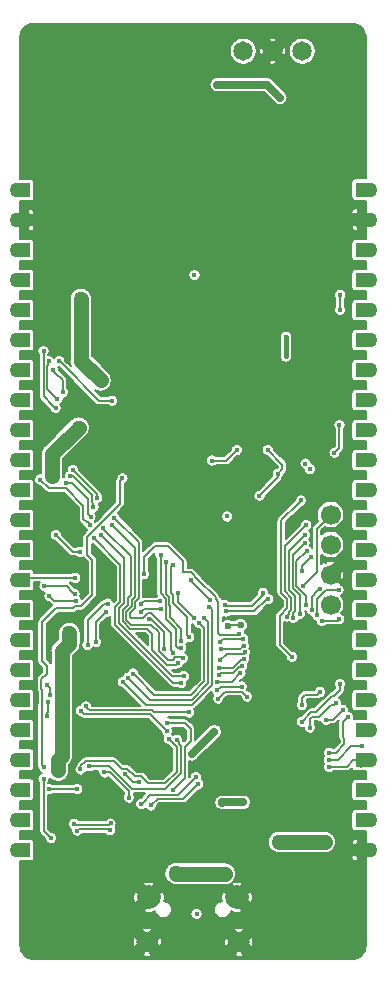
<source format=gbr>
G04 #@! TF.GenerationSoftware,KiCad,Pcbnew,(5.1.4)-1*
G04 #@! TF.CreationDate,2019-10-18T08:43:13-02:30*
G04 #@! TF.ProjectId,GeneralMCU,47656e65-7261-46c4-9d43-552e6b696361,rev?*
G04 #@! TF.SameCoordinates,Original*
G04 #@! TF.FileFunction,Copper,L2,Bot*
G04 #@! TF.FilePolarity,Positive*
%FSLAX46Y46*%
G04 Gerber Fmt 4.6, Leading zero omitted, Abs format (unit mm)*
G04 Created by KiCad (PCBNEW (5.1.4)-1) date 2019-10-18 08:43:13*
%MOMM*%
%LPD*%
G04 APERTURE LIST*
%ADD10C,1.700000*%
%ADD11R,1.270000X1.270000*%
%ADD12C,1.800000*%
%ADD13C,2.000000*%
%ADD14C,1.650000*%
%ADD15C,1.270000*%
%ADD16C,0.600000*%
%ADD17C,0.400000*%
%ADD18C,0.152400*%
%ADD19C,0.406400*%
%ADD20C,0.635000*%
%ADD21C,0.250000*%
%ADD22C,1.270000*%
%ADD23C,0.127000*%
G04 APERTURE END LIST*
D10*
X76650000Y-119620000D03*
X76650000Y-117080000D03*
X76650000Y-114540000D03*
X76650000Y-112000000D03*
D11*
X50625000Y-132740000D03*
X50625000Y-135280000D03*
X79375000Y-84480000D03*
X79375000Y-87020000D03*
X50625000Y-120080000D03*
X50625000Y-104840000D03*
X50625000Y-92140000D03*
X79375000Y-102300000D03*
X50625000Y-89600000D03*
X79375000Y-109920000D03*
X79375000Y-104840000D03*
X79375000Y-125160000D03*
X79375000Y-137860000D03*
X50625000Y-125160000D03*
X79375000Y-135320000D03*
X50625000Y-115000000D03*
X50625000Y-112460000D03*
X50625000Y-127700000D03*
X79375000Y-127700000D03*
X50625000Y-117540000D03*
X50625000Y-109920000D03*
X79375000Y-122620000D03*
X79375000Y-120080000D03*
X50625000Y-107380000D03*
X79375000Y-117540000D03*
X79375000Y-115000000D03*
X50625000Y-102300000D03*
X79375000Y-140400000D03*
X79375000Y-112460000D03*
X50625000Y-99760000D03*
X50625000Y-97220000D03*
X50625000Y-130240000D03*
X50625000Y-122620000D03*
X79375000Y-132780000D03*
X79375000Y-130240000D03*
X79375000Y-107380000D03*
X50625000Y-94680000D03*
X79375000Y-89600000D03*
X50625000Y-137860000D03*
X79375000Y-99760000D03*
X50625000Y-87060000D03*
X50625000Y-84520000D03*
X50625000Y-140400000D03*
X79375000Y-92140000D03*
X79375000Y-94680000D03*
X79375000Y-97220000D03*
D12*
X68875000Y-148200000D03*
X61125000Y-148200000D03*
D13*
X68725000Y-144400000D03*
X61275000Y-144400000D03*
D14*
X69250000Y-72750000D03*
X71750000Y-72750000D03*
X74250000Y-72750000D03*
D15*
X55150000Y-72125000D03*
X79950000Y-140400000D03*
X64225000Y-77400000D03*
X53275000Y-76200000D03*
X57700000Y-80625000D03*
D16*
X63425000Y-89625000D03*
D17*
X66000000Y-145800000D03*
D15*
X70925000Y-144650000D03*
X72775000Y-147550000D03*
X76000000Y-147475000D03*
D17*
X58725000Y-142650000D03*
X65300000Y-138050000D03*
X63625000Y-138475000D03*
X56200000Y-134750000D03*
X58000000Y-136400000D03*
X54950000Y-125450000D03*
X73075000Y-132125000D03*
X74525000Y-133600000D03*
X70250000Y-118025000D03*
X56975000Y-105375000D03*
X60775000Y-101600000D03*
X61625000Y-100950000D03*
X58550000Y-93725000D03*
X57325000Y-96400000D03*
X61175000Y-97000000D03*
X67350000Y-91725000D03*
X68750000Y-93050000D03*
X58760867Y-103516905D03*
X70075000Y-132225000D03*
X74875000Y-127825000D03*
X76449118Y-131455576D03*
X75404450Y-129595639D03*
X67275000Y-133925000D03*
X65850000Y-135325000D03*
X77150000Y-99100000D03*
X75325000Y-96675000D03*
X66200000Y-108700000D03*
X65375000Y-109575000D03*
X72100000Y-105975000D03*
X73675000Y-109900000D03*
X53975000Y-113375000D03*
X58389929Y-119100000D03*
X52683349Y-124132313D03*
X60480939Y-122252683D03*
X71892945Y-116250000D03*
X61250000Y-117825000D03*
X64253019Y-131053019D03*
X55964631Y-118433379D03*
D15*
X52725000Y-146300000D03*
D17*
X54375000Y-97850000D03*
X65500000Y-129725000D03*
X55175000Y-131375000D03*
X57200000Y-118850000D03*
X63500000Y-125250000D03*
D15*
X79950000Y-87060000D03*
X50075000Y-87060000D03*
X77300000Y-82150000D03*
D17*
X79350000Y-85825000D03*
X78125000Y-87000000D03*
X78475000Y-88325000D03*
X51650000Y-85800000D03*
X51975000Y-86850000D03*
X50950000Y-88200000D03*
X78250000Y-95800000D03*
X77850000Y-140400000D03*
X79150000Y-142100000D03*
X79200000Y-139125000D03*
X78425000Y-134075000D03*
X77750000Y-123175000D03*
X77550000Y-125125000D03*
X72375000Y-124850000D03*
X65500000Y-122375000D03*
X67825000Y-118800000D03*
X51975000Y-109850000D03*
X51925000Y-107075000D03*
X57650000Y-131700000D03*
X57050000Y-126800000D03*
X59175000Y-123500000D03*
X62775000Y-129650000D03*
X63325000Y-135281379D03*
D15*
X79950000Y-135320000D03*
D16*
X69275000Y-136350000D03*
X67425000Y-136375000D03*
X64875000Y-132275000D03*
X66800000Y-130375000D03*
D17*
X59575000Y-135950000D03*
X57500000Y-133825000D03*
X67900000Y-112150000D03*
X66466244Y-119229688D03*
X64834481Y-117540519D03*
D15*
X79950000Y-89600000D03*
D16*
X67025000Y-75600000D03*
X72375000Y-76700000D03*
D17*
X62575561Y-123401650D03*
X61275709Y-120865708D03*
D15*
X50075000Y-122620000D03*
D17*
X71375000Y-119150000D03*
X56775000Y-122775000D03*
X57650000Y-120225000D03*
X62275000Y-120025000D03*
X60575000Y-120275000D03*
X74327914Y-118023044D03*
X67775000Y-120200000D03*
D15*
X50075000Y-120080000D03*
D17*
X70925000Y-118625000D03*
X62241032Y-119325000D03*
X60571981Y-119578019D03*
X56075000Y-123050000D03*
X57775000Y-119525000D03*
X74200008Y-116775000D03*
X74980758Y-115568369D03*
X67672199Y-119639335D03*
X72175000Y-108550000D03*
X71325000Y-106525000D03*
X70625000Y-110400000D03*
X65062866Y-120750000D03*
X63714719Y-118614227D03*
D15*
X50075000Y-117540000D03*
D17*
X55025000Y-117350000D03*
X65519898Y-121154311D03*
X59938314Y-125453722D03*
D15*
X50075000Y-115000000D03*
D17*
X65955277Y-120786400D03*
X52425000Y-118075000D03*
X59496583Y-125813981D03*
X54978370Y-118720001D03*
D15*
X50075000Y-112460000D03*
D17*
X52850000Y-118900000D03*
X59053019Y-126171981D03*
X66397156Y-119795498D03*
X55090921Y-119278790D03*
D15*
X50075000Y-92140000D03*
D17*
X53975000Y-101650000D03*
X53118621Y-99778441D03*
X69263836Y-122518676D03*
X67271199Y-122821838D03*
X64691340Y-122365401D03*
X63303790Y-116250000D03*
D15*
X50075000Y-94680000D03*
D17*
X62750000Y-116050000D03*
X53525000Y-102200000D03*
X52796210Y-99025000D03*
X67336956Y-123388044D03*
X63996860Y-122697765D03*
X69291153Y-123097992D03*
D15*
X50075000Y-97220000D03*
D17*
X52350000Y-98150000D03*
X62250000Y-115400000D03*
X53363442Y-102975000D03*
X67291032Y-124336430D03*
X64001833Y-123267754D03*
X69390619Y-123659259D03*
D15*
X50075000Y-99760000D03*
D17*
X58350000Y-112275000D03*
X67190771Y-124958167D03*
X56893622Y-110567753D03*
X54829009Y-108219809D03*
X63300010Y-123689387D03*
X69325544Y-124225544D03*
D15*
X50075000Y-102300000D03*
D17*
X58150000Y-112875000D03*
X67175000Y-125550000D03*
X56571211Y-111362226D03*
X54587792Y-108736266D03*
X64161593Y-124160165D03*
X69178523Y-124828523D03*
D15*
X50075000Y-104840000D03*
D17*
X56325000Y-112175000D03*
X63726290Y-124528166D03*
X54251202Y-109304559D03*
X57390519Y-113165519D03*
X69021237Y-125441767D03*
X67066031Y-126177167D03*
D15*
X50075000Y-107380000D03*
D17*
X57175000Y-113700000D03*
X56275000Y-112850000D03*
X52050000Y-109025000D03*
X67053019Y-126871981D03*
X69128790Y-126552199D03*
X64250956Y-125650842D03*
D15*
X50075000Y-109920000D03*
D17*
X69575000Y-127400000D03*
X67125000Y-127575000D03*
X55425000Y-115150000D03*
X53375000Y-113724998D03*
X56578019Y-113978019D03*
X63999994Y-126250000D03*
D15*
X79950000Y-99760000D03*
D17*
X73375000Y-124025000D03*
X74150000Y-110800000D03*
X76975000Y-106750000D03*
X77400000Y-104425000D03*
D15*
X79950000Y-102300000D03*
D17*
X74600000Y-112875000D03*
X72928019Y-120628019D03*
D15*
X79950000Y-104840000D03*
D17*
X74475000Y-113714622D03*
X73489278Y-120727531D03*
D15*
X79950000Y-115000000D03*
D17*
X75500000Y-120525000D03*
X77325000Y-118375000D03*
D15*
X79950000Y-112460000D03*
D17*
X75050000Y-120075000D03*
X75725000Y-118275000D03*
D15*
X79950000Y-109920000D03*
D17*
X74584776Y-119673828D03*
X74644159Y-115071873D03*
D15*
X79950000Y-107380000D03*
D17*
X74450000Y-114400000D03*
X74030099Y-120417183D03*
D15*
X79950000Y-117540000D03*
D17*
X74225000Y-128150000D03*
X75750000Y-127000000D03*
X75891031Y-120989375D03*
X77403790Y-120863329D03*
D15*
X79950000Y-120080000D03*
D17*
X74200000Y-129525000D03*
X77450000Y-126350000D03*
D15*
X79950000Y-122620000D03*
D17*
X77100000Y-127950000D03*
X74900000Y-130025000D03*
D15*
X79950000Y-125160000D03*
D17*
X76275000Y-129356127D03*
X77675000Y-128525000D03*
D15*
X79950000Y-127700000D03*
D17*
X76525000Y-132150000D03*
X78125000Y-129150000D03*
D15*
X79950000Y-130240000D03*
D17*
X76506675Y-132742800D03*
X79350000Y-131624996D03*
D15*
X79950000Y-132780000D03*
D17*
X76525000Y-133350000D03*
D15*
X50075000Y-140400000D03*
D17*
X61425000Y-136625000D03*
X58000000Y-138725000D03*
X55200000Y-138750000D03*
X65433740Y-134795378D03*
X65225000Y-134225000D03*
X60625000Y-136500000D03*
X58025000Y-138150000D03*
X54925000Y-138175000D03*
D15*
X50075000Y-137860000D03*
D17*
X55200000Y-135225000D03*
X60425000Y-134600000D03*
X52796210Y-135229638D03*
D15*
X50075000Y-135320999D03*
D17*
X59284043Y-133990080D03*
D15*
X50075000Y-132780000D03*
D17*
X56225000Y-133300000D03*
X63647561Y-131066523D03*
D15*
X50075000Y-130240000D03*
D17*
X55475000Y-133575000D03*
X62950000Y-131000000D03*
D15*
X50075000Y-127700000D03*
D17*
X62800000Y-130325000D03*
X55500000Y-128599998D03*
X52650000Y-129050000D03*
X52700000Y-127875000D03*
X72875000Y-96925000D03*
X72850000Y-98600000D03*
D15*
X79950000Y-94680000D03*
X79950000Y-97220000D03*
X79950000Y-137860000D03*
X76160000Y-139715000D03*
X72275000Y-139700000D03*
X67700000Y-142400000D03*
X63525000Y-142375000D03*
X55500000Y-93725000D03*
X57175000Y-100625000D03*
X54525000Y-122025000D03*
X55315673Y-104636229D03*
X53081210Y-108734710D03*
X53573151Y-133661210D03*
X50075000Y-89600000D03*
D17*
X58125000Y-102350000D03*
X53688622Y-99000935D03*
X65125000Y-91725000D03*
X52975000Y-139375000D03*
X52350000Y-134350000D03*
X52400000Y-133375000D03*
X59025000Y-108925000D03*
X68700000Y-106550000D03*
X66600000Y-107425000D03*
X65300000Y-145800000D03*
D15*
X79950000Y-92140000D03*
D17*
X77450000Y-94650000D03*
X77475000Y-93375000D03*
X74900000Y-108150000D03*
X74525000Y-107675000D03*
D16*
X69041187Y-121356568D03*
X67948776Y-121460000D03*
D17*
X68888986Y-122089257D03*
X60850000Y-117050000D03*
D15*
X50075000Y-125160000D03*
D17*
X64673562Y-128748077D03*
X52599287Y-126419992D03*
X52886287Y-127306421D03*
X55940747Y-128235041D03*
D15*
X50075000Y-84520000D03*
X79950000Y-84520000D03*
D18*
X77850000Y-118100000D02*
X77850000Y-121075000D01*
X77850000Y-121075000D02*
X77475000Y-121450000D01*
X77475000Y-121450000D02*
X77475000Y-121700000D01*
X77800000Y-118000000D02*
X77800000Y-118050000D01*
X77800000Y-118050000D02*
X77850000Y-118100000D01*
D19*
X76880000Y-117080000D02*
X77600000Y-117800000D01*
X76650000Y-117080000D02*
X76880000Y-117080000D01*
D18*
X77600000Y-117800000D02*
X77800000Y-118000000D01*
X78857400Y-88325000D02*
X78475000Y-88325000D01*
X79375000Y-87020000D02*
X79375000Y-87807400D01*
X79375000Y-87807400D02*
X78857400Y-88325000D01*
X50625000Y-87060000D02*
X51765000Y-87060000D01*
X51765000Y-87060000D02*
X51975000Y-86850000D01*
X79375000Y-140400000D02*
X79375000Y-141875000D01*
X79375000Y-141875000D02*
X79150000Y-142100000D01*
X63699999Y-125050001D02*
X63500000Y-125250000D01*
X60250000Y-124500000D02*
X62500000Y-126750000D01*
X64306799Y-125050001D02*
X63699999Y-125050001D01*
X54950000Y-125450000D02*
X55900000Y-124500000D01*
X55900000Y-124500000D02*
X60250000Y-124500000D01*
X64750000Y-126250000D02*
X64750000Y-125493202D01*
X62500000Y-126750000D02*
X64250000Y-126750000D01*
X64250000Y-126750000D02*
X64750000Y-126250000D01*
X64750000Y-125493202D02*
X64306799Y-125050001D01*
X53975000Y-113375000D02*
X53975000Y-111850000D01*
X53975000Y-111850000D02*
X51975000Y-109850000D01*
X64800000Y-131200000D02*
X64294820Y-131705176D01*
X64800000Y-130125000D02*
X64800000Y-131200000D01*
X64325000Y-129650000D02*
X64800000Y-130125000D01*
X64294820Y-131705176D02*
X64294820Y-134311559D01*
X64294820Y-134311559D02*
X63524999Y-135081380D01*
X63524999Y-135081380D02*
X63325000Y-135281379D01*
X62775000Y-129650000D02*
X64325000Y-129650000D01*
D20*
X69275000Y-136350000D02*
X67450000Y-136350000D01*
X67450000Y-136350000D02*
X67425000Y-136375000D01*
X64875000Y-132275000D02*
X64900000Y-132275000D01*
X64900000Y-132275000D02*
X66800000Y-130375000D01*
D18*
X59575000Y-135400000D02*
X58000000Y-133825000D01*
X59575000Y-135950000D02*
X59575000Y-135400000D01*
X58000000Y-133825000D02*
X57500000Y-133825000D01*
X66466244Y-119229688D02*
X64834481Y-117597925D01*
X64834481Y-117597925D02*
X64834481Y-117540519D01*
D20*
X67025000Y-75600000D02*
X71275000Y-75600000D01*
X71275000Y-75600000D02*
X72375000Y-76700000D01*
D18*
X62575561Y-123401650D02*
X62575561Y-121962477D01*
X62575561Y-121962477D02*
X61478792Y-120865708D01*
X61478792Y-120865708D02*
X61275709Y-120865708D01*
X56775000Y-121100000D02*
X57650000Y-120225000D01*
X56775000Y-122775000D02*
X56775000Y-121100000D01*
X62275000Y-120025000D02*
X60850000Y-120025000D01*
X60600000Y-120275000D02*
X60575000Y-120275000D01*
X60850000Y-120025000D02*
X60600000Y-120275000D01*
X75475000Y-116875958D02*
X74527913Y-117823045D01*
X76650000Y-112000000D02*
X75475000Y-113175000D01*
X75475000Y-113175000D02*
X75475000Y-116875958D01*
X74527913Y-117823045D02*
X74327914Y-118023044D01*
X70200000Y-120200000D02*
X67775000Y-120200000D01*
X71375000Y-119150000D02*
X71250000Y-119150000D01*
X71250000Y-119150000D02*
X70200000Y-120200000D01*
X62241032Y-119325000D02*
X60825000Y-119325000D01*
X60825000Y-119325000D02*
X60771980Y-119378020D01*
X60771980Y-119378020D02*
X60571981Y-119578019D01*
X56075000Y-120942158D02*
X57492158Y-119525000D01*
X57492158Y-119525000D02*
X57775000Y-119525000D01*
X56075000Y-123050000D02*
X56075000Y-120942158D01*
X74200008Y-116775000D02*
X74200008Y-116349119D01*
X74200008Y-116349119D02*
X74780759Y-115768368D01*
X74780759Y-115768368D02*
X74980758Y-115568369D01*
X67757864Y-119725000D02*
X67672199Y-119639335D01*
X69975000Y-119725000D02*
X67757864Y-119725000D01*
X70925000Y-118625000D02*
X70925000Y-118775000D01*
X70925000Y-118775000D02*
X69975000Y-119725000D01*
X72175000Y-108550000D02*
X72575000Y-108150000D01*
X72575000Y-108150000D02*
X72575000Y-107775000D01*
X72575000Y-107775000D02*
X71325000Y-106525000D01*
X72175000Y-108550000D02*
X72175000Y-108850000D01*
X72175000Y-108850000D02*
X70625000Y-110400000D01*
X63714719Y-119401853D02*
X63714719Y-118897069D01*
X65062866Y-120750000D02*
X63714719Y-119401853D01*
X63714719Y-118897069D02*
X63714719Y-118614227D01*
X55025000Y-117350000D02*
X50815000Y-117350000D01*
X65975000Y-126125000D02*
X64850000Y-127250000D01*
X65975000Y-121609413D02*
X65975000Y-126125000D01*
X64850000Y-127250000D02*
X61734592Y-127250000D01*
X61734592Y-127250000D02*
X60138313Y-125653721D01*
X60138313Y-125653721D02*
X59938314Y-125453722D01*
X65519898Y-121154311D02*
X65975000Y-121609413D01*
X52425000Y-118075000D02*
X54333369Y-118075000D01*
X54333369Y-118075000D02*
X54778371Y-118520002D01*
X54778371Y-118520002D02*
X54978370Y-118720001D01*
X66297410Y-126258548D02*
X64880958Y-127675000D01*
X64880958Y-127675000D02*
X61357602Y-127675000D01*
X59696582Y-126013980D02*
X59496583Y-125813981D01*
X66297410Y-121128533D02*
X66297410Y-126258548D01*
X65955277Y-120786400D02*
X66297410Y-121128533D01*
X61357602Y-127675000D02*
X59696582Y-126013980D01*
X52850000Y-118900000D02*
X53228790Y-119278790D01*
X54808079Y-119278790D02*
X55090921Y-119278790D01*
X53228790Y-119278790D02*
X54808079Y-119278790D01*
X66619821Y-126392095D02*
X66619820Y-120018162D01*
X59053019Y-126171981D02*
X61006038Y-128125000D01*
X66597155Y-119995497D02*
X66397156Y-119795498D01*
X61006038Y-128125000D02*
X64886916Y-128125000D01*
X66619820Y-120018162D02*
X66597155Y-119995497D01*
X64886916Y-128125000D02*
X66619821Y-126392095D01*
X53318620Y-99978440D02*
X53118621Y-99778441D01*
X53975000Y-100634820D02*
X53318620Y-99978440D01*
X53975000Y-101650000D02*
X53975000Y-100634820D01*
X64691340Y-122365401D02*
X64491341Y-122165402D01*
X64491341Y-122165402D02*
X64491341Y-120669049D01*
X64491341Y-120669049D02*
X63332054Y-119509760D01*
X63332055Y-118843729D02*
X63103791Y-118615465D01*
X63103791Y-116449999D02*
X63303790Y-116250000D01*
X63103791Y-118615465D02*
X63103791Y-116449999D01*
X63332054Y-119509760D02*
X63332055Y-118843729D01*
X67543037Y-122550000D02*
X67271199Y-122821838D01*
X69263836Y-122518676D02*
X69232512Y-122550000D01*
X69232512Y-122550000D02*
X67543037Y-122550000D01*
X52672411Y-101347411D02*
X52672411Y-99360431D01*
X53525000Y-102200000D02*
X52672411Y-101347411D01*
X52725000Y-99307842D02*
X52725000Y-99025000D01*
X52672411Y-99360431D02*
X52725000Y-99307842D01*
X52725000Y-99025000D02*
X52796210Y-99025000D01*
X62750000Y-116050000D02*
X62750000Y-118717632D01*
X63043612Y-119677276D02*
X63043612Y-120688822D01*
X62750000Y-118717632D02*
X63009644Y-118977276D01*
X63009644Y-119643308D02*
X63043612Y-119677276D01*
X63043612Y-120688822D02*
X63996860Y-121642070D01*
X63009644Y-118977276D02*
X63009644Y-119643308D01*
X63996860Y-121642070D02*
X63996860Y-122414923D01*
X63996860Y-122414923D02*
X63996860Y-122697765D01*
X67336956Y-123388044D02*
X69001101Y-123388044D01*
X69001101Y-123388044D02*
X69091154Y-123297991D01*
X69091154Y-123297991D02*
X69291153Y-123097992D01*
X53163443Y-102775001D02*
X53363442Y-102975000D01*
X52350000Y-98150000D02*
X52350000Y-101961558D01*
X52350000Y-101961558D02*
X53163443Y-102775001D01*
X62721201Y-119810823D02*
X62721201Y-120822369D01*
X63550650Y-121651818D02*
X63550650Y-123099413D01*
X62721201Y-120822369D02*
X63550650Y-121651818D01*
X62250000Y-118673590D02*
X62687233Y-119110823D01*
X63550650Y-123099413D02*
X63718991Y-123267754D01*
X62250000Y-115400000D02*
X62250000Y-118673590D01*
X63718991Y-123267754D02*
X64001833Y-123267754D01*
X62687233Y-119776855D02*
X62721201Y-119810823D01*
X62687233Y-119110823D02*
X62687233Y-119776855D01*
X69283487Y-123766391D02*
X69390619Y-123659259D01*
X67861071Y-123766391D02*
X69283487Y-123766391D01*
X67291032Y-124336430D02*
X67861071Y-123766391D01*
X56893622Y-110567753D02*
X56893622Y-110284422D01*
X55029008Y-108419808D02*
X54829009Y-108219809D01*
X56893622Y-110284422D02*
X55029008Y-108419808D01*
X59788245Y-120746202D02*
X60764178Y-120746202D01*
X60125779Y-119363841D02*
X60125779Y-119901267D01*
X60402590Y-119087030D02*
X60125779Y-119363841D01*
X63100011Y-123489388D02*
X63300010Y-123689387D01*
X60125779Y-119901267D02*
X59687860Y-120339186D01*
X63100011Y-122030969D02*
X63100011Y-123489388D01*
X60764178Y-120746202D02*
X61162969Y-120347411D01*
X61416453Y-120347411D02*
X63100011Y-122030969D01*
X58350000Y-112275000D02*
X60402590Y-114327590D01*
X59687860Y-120645817D02*
X59788245Y-120746202D01*
X60402590Y-114327590D02*
X60402590Y-119087030D01*
X61162969Y-120347411D02*
X61416453Y-120347411D01*
X59687860Y-120339186D02*
X59687860Y-120645817D01*
X69121122Y-124225544D02*
X69325544Y-124225544D01*
X68388499Y-124958167D02*
X69121122Y-124225544D01*
X67190771Y-124958167D02*
X68388499Y-124958167D01*
X56447412Y-110955585D02*
X56447412Y-110313044D01*
X56447412Y-110313044D02*
X54870634Y-108736266D01*
X54870634Y-108736266D02*
X54587792Y-108736266D01*
X56571211Y-111362226D02*
X56571211Y-111079384D01*
X56571211Y-111079384D02*
X56447412Y-110955585D01*
X58150000Y-112875000D02*
X60080179Y-114805179D01*
X59365450Y-120901090D02*
X59786337Y-121321977D01*
X59365449Y-120205639D02*
X59365450Y-120901090D01*
X62109233Y-121952107D02*
X62109233Y-123566359D01*
X63512112Y-124081964D02*
X64083392Y-124081964D01*
X61479103Y-121321977D02*
X62109233Y-121952107D01*
X64083392Y-124081964D02*
X64161593Y-124160165D01*
X62109233Y-123566359D02*
X62844818Y-124301944D01*
X60080179Y-118953483D02*
X59803368Y-119230294D01*
X60080179Y-114805179D02*
X60080179Y-118953483D01*
X63292132Y-124301944D02*
X63512112Y-124081964D01*
X59786337Y-121321977D02*
X61479103Y-121321977D01*
X62844818Y-124301944D02*
X63292132Y-124301944D01*
X59803368Y-119230294D02*
X59803368Y-119767720D01*
X59803368Y-119767720D02*
X59365449Y-120205639D01*
X68974101Y-124828523D02*
X69178523Y-124828523D01*
X68402624Y-125400000D02*
X68974101Y-124828523D01*
X67175000Y-125550000D02*
X67325000Y-125400000D01*
X67325000Y-125400000D02*
X68402624Y-125400000D01*
X56325000Y-112175000D02*
X56125001Y-111975001D01*
X56125001Y-111975001D02*
X56125001Y-110700001D01*
X56125001Y-110700001D02*
X54729559Y-109304559D01*
X54729559Y-109304559D02*
X54534044Y-109304559D01*
X54534044Y-109304559D02*
X54251202Y-109304559D01*
X59480957Y-119634173D02*
X59480957Y-119096747D01*
X59744822Y-115519822D02*
X57590518Y-113365518D01*
X62815081Y-124728165D02*
X61569985Y-123483069D01*
X61569985Y-122144985D02*
X61069387Y-121644387D01*
X61069387Y-121644387D02*
X59652791Y-121644387D01*
X59652791Y-121644387D02*
X59043040Y-121034638D01*
X59043040Y-121034638D02*
X59043039Y-120072093D01*
X57590518Y-113365518D02*
X57390519Y-113165519D01*
X59043039Y-120072093D02*
X59480957Y-119634173D01*
X63526291Y-124728165D02*
X62815081Y-124728165D01*
X59480957Y-119096747D02*
X59744822Y-118832882D01*
X63726290Y-124528166D02*
X63526291Y-124728165D01*
X61569985Y-123483069D02*
X61569985Y-122144985D01*
X59744822Y-118832882D02*
X59744822Y-115519822D01*
X69021237Y-125441767D02*
X68285837Y-126177167D01*
X67348873Y-126177167D02*
X67066031Y-126177167D01*
X68285837Y-126177167D02*
X67348873Y-126177167D01*
X56075001Y-112650001D02*
X56000001Y-112650001D01*
X56275000Y-112850000D02*
X56075001Y-112650001D01*
X56000001Y-112650001D02*
X55725000Y-112375000D01*
X55725000Y-112375000D02*
X55725000Y-111250000D01*
X55725000Y-111250000D02*
X54225000Y-109750000D01*
X54225000Y-109750000D02*
X52775000Y-109750000D01*
X52775000Y-109750000D02*
X52050000Y-109025000D01*
X68845948Y-126552199D02*
X69128790Y-126552199D01*
X67372801Y-126552199D02*
X68845948Y-126552199D01*
X67053019Y-126871981D02*
X67372801Y-126552199D01*
X58720629Y-119938547D02*
X58720630Y-121168184D01*
X63968114Y-125650842D02*
X64250956Y-125650842D01*
X57175000Y-113700000D02*
X59158546Y-115683546D01*
X58720630Y-121168184D02*
X63248656Y-125696210D01*
X63248656Y-125696210D02*
X63922746Y-125696210D01*
X59158546Y-115683546D02*
X59158546Y-119500628D01*
X59158546Y-119500628D02*
X58720629Y-119938547D01*
X63922746Y-125696210D02*
X63968114Y-125650842D01*
X55425000Y-115150000D02*
X54800002Y-115150000D01*
X53574999Y-113924997D02*
X53375000Y-113724998D01*
X54800002Y-115150000D02*
X53574999Y-113924997D01*
X63717152Y-126250000D02*
X63999994Y-126250000D01*
X56578019Y-113978019D02*
X58836136Y-116236136D01*
X58836136Y-119367082D02*
X58398219Y-119805001D01*
X58836136Y-116236136D02*
X58836136Y-119367082D01*
X58398220Y-121301730D02*
X63346490Y-126250000D01*
X58398219Y-119805001D02*
X58398220Y-121301730D01*
X63346490Y-126250000D02*
X63717152Y-126250000D01*
X67700000Y-127000000D02*
X67125000Y-127575000D01*
X69575000Y-127400000D02*
X69175000Y-127000000D01*
X69175000Y-127000000D02*
X67700000Y-127000000D01*
X77400000Y-106325000D02*
X77400000Y-104425000D01*
X76975000Y-106750000D02*
X77400000Y-106325000D01*
X72464155Y-112485845D02*
X73950001Y-110999999D01*
X72464154Y-118614154D02*
X72464155Y-112485845D01*
X73000000Y-119150000D02*
X72464154Y-118614154D01*
X73000000Y-119925000D02*
X73000000Y-119150000D01*
X72350000Y-123000000D02*
X72350000Y-120575000D01*
X73375000Y-124025000D02*
X72350000Y-123000000D01*
X73950001Y-110999999D02*
X74150000Y-110800000D01*
X72350000Y-120575000D02*
X73000000Y-119925000D01*
X72786565Y-118480606D02*
X73322411Y-119016453D01*
X73322411Y-120058547D02*
X73128018Y-120252940D01*
X73128018Y-120252940D02*
X73128018Y-120428020D01*
X73322411Y-119016453D02*
X73322411Y-120058547D01*
X72786565Y-114688435D02*
X72786565Y-118480606D01*
X73128018Y-120428020D02*
X72928019Y-120628019D01*
X74600000Y-112875000D02*
X72786565Y-114688435D01*
X74475000Y-113714622D02*
X73108976Y-115080646D01*
X73108976Y-118347059D02*
X73161682Y-118399766D01*
X73489278Y-120444689D02*
X73489278Y-120727531D01*
X73489278Y-120347638D02*
X73489278Y-120444689D01*
X73644821Y-120192095D02*
X73489278Y-120347638D01*
X73644822Y-118882906D02*
X73644821Y-120192095D01*
X73161682Y-118399766D02*
X73644822Y-118882906D01*
X73108976Y-115080646D02*
X73108976Y-118347059D01*
X76272622Y-118375000D02*
X77325000Y-118375000D01*
X75500000Y-120525000D02*
X75500000Y-119147622D01*
X75500000Y-119147622D02*
X76272622Y-118375000D01*
X75525001Y-118474999D02*
X75725000Y-118275000D01*
X75050000Y-118950000D02*
X75525001Y-118474999D01*
X75050000Y-120075000D02*
X75050000Y-118950000D01*
X73753798Y-118079966D02*
X74584776Y-118910944D01*
X74584776Y-119390986D02*
X74584776Y-119673828D01*
X73753798Y-115962234D02*
X73753798Y-118079966D01*
X74644159Y-115071873D02*
X73753798Y-115962234D01*
X74584776Y-118910944D02*
X74584776Y-119390986D01*
X74030099Y-120134341D02*
X74030099Y-120417183D01*
X74030099Y-118812225D02*
X74030099Y-120134341D01*
X73431387Y-118213513D02*
X74030099Y-118812225D01*
X73431387Y-115418613D02*
X73431387Y-118213513D01*
X74450000Y-114400000D02*
X73431387Y-115418613D01*
X74225000Y-128150000D02*
X74225000Y-127500000D01*
X74225000Y-127500000D02*
X74475000Y-127250000D01*
X74475000Y-127250000D02*
X75500000Y-127250000D01*
X75500000Y-127250000D02*
X75750000Y-127000000D01*
X75891031Y-120989375D02*
X77277744Y-120989375D01*
X77277744Y-120989375D02*
X77403790Y-120863329D01*
X74200000Y-129525000D02*
X75025000Y-128700000D01*
X75025000Y-128700000D02*
X75300000Y-128700000D01*
X75300000Y-128700000D02*
X75425000Y-128700000D01*
X75425000Y-128700000D02*
X76775000Y-127350000D01*
X76775000Y-127350000D02*
X76975000Y-127350000D01*
X76975000Y-127350000D02*
X77450000Y-126875000D01*
X77450000Y-126875000D02*
X77450000Y-126350000D01*
X76900001Y-128149999D02*
X76650001Y-128149999D01*
X77100000Y-127950000D02*
X76900001Y-128149999D01*
X75190273Y-129149438D02*
X75189711Y-129150000D01*
X76650001Y-128149999D02*
X75650562Y-129149438D01*
X75650562Y-129149438D02*
X75190273Y-129149438D01*
X75189711Y-129150000D02*
X75075000Y-129150000D01*
X75075000Y-129150000D02*
X74900000Y-129325000D01*
X74900000Y-129325000D02*
X74900000Y-130025000D01*
X76275000Y-129356127D02*
X76843873Y-129356127D01*
X76843873Y-129356127D02*
X77675000Y-128525000D01*
X77700000Y-129575000D02*
X78125000Y-129150000D01*
X77700000Y-130850000D02*
X77700000Y-129575000D01*
X77825000Y-130975000D02*
X77700000Y-130850000D01*
X77825000Y-131425000D02*
X77825000Y-130975000D01*
X76525000Y-132150000D02*
X77100000Y-132150000D01*
X77100000Y-132150000D02*
X77825000Y-131425000D01*
X79350000Y-130265000D02*
X79375000Y-130240000D01*
X79067158Y-131624996D02*
X79350000Y-131624996D01*
X78375004Y-131624996D02*
X79067158Y-131624996D01*
X77257200Y-132742800D02*
X78375004Y-131624996D01*
X76506675Y-132742800D02*
X77257200Y-132742800D01*
X79787600Y-132780000D02*
X79217600Y-133350000D01*
X78587600Y-132780000D02*
X79375000Y-132780000D01*
X76525000Y-133350000D02*
X78017600Y-133350000D01*
X78017600Y-133350000D02*
X78587600Y-132780000D01*
X62000000Y-136050000D02*
X64179118Y-136050000D01*
X64179118Y-136050000D02*
X65433740Y-134795378D01*
X61425000Y-136625000D02*
X62000000Y-136050000D01*
X55325000Y-138625000D02*
X55200000Y-138750000D01*
X58000000Y-138725000D02*
X57900000Y-138625000D01*
X57900000Y-138625000D02*
X55325000Y-138625000D01*
X61397411Y-135727589D02*
X60824999Y-136300001D01*
X60824999Y-136300001D02*
X60625000Y-136500000D01*
X65225000Y-134225000D02*
X63722411Y-135727589D01*
X63722411Y-135727589D02*
X61397411Y-135727589D01*
X55025000Y-138275000D02*
X54925000Y-138175000D01*
X58025000Y-138150000D02*
X57900000Y-138275000D01*
X57900000Y-138275000D02*
X55025000Y-138275000D01*
X52800848Y-135225000D02*
X52796210Y-135229638D01*
D21*
X49922439Y-135395000D02*
X49996440Y-135320999D01*
D18*
X55200000Y-135225000D02*
X52800848Y-135225000D01*
X59484042Y-134190079D02*
X59284043Y-133990080D01*
X59893963Y-134600000D02*
X59484042Y-134190079D01*
X60425000Y-134600000D02*
X59893963Y-134600000D01*
X63847560Y-131266522D02*
X63647561Y-131066523D01*
X63847560Y-131441602D02*
X63847560Y-131266522D01*
X57930958Y-133300000D02*
X59830958Y-135200000D01*
X56225000Y-133300000D02*
X57930958Y-133300000D01*
X59830958Y-135200000D02*
X62655958Y-135200000D01*
X62655958Y-135200000D02*
X63972411Y-133883547D01*
X63972411Y-133883547D02*
X63972410Y-131566452D01*
X63972410Y-131566452D02*
X63847560Y-131441602D01*
X63650000Y-133750000D02*
X63650000Y-131700000D01*
X62650000Y-134750000D02*
X63650000Y-133750000D01*
X61225000Y-134750000D02*
X62650000Y-134750000D01*
X59450009Y-133525009D02*
X60075000Y-134150000D01*
X55475000Y-133575000D02*
X55475000Y-133292158D01*
X55917158Y-132850000D02*
X58275000Y-132850000D01*
X63650000Y-131700000D02*
X62950000Y-131000000D01*
X60625000Y-134150000D02*
X61225000Y-134750000D01*
X58275000Y-132850000D02*
X58950009Y-133525009D01*
X55475000Y-133292158D02*
X55917158Y-132850000D01*
X58950009Y-133525009D02*
X59450009Y-133525009D01*
X60075000Y-134150000D02*
X60625000Y-134150000D01*
X55699999Y-128799997D02*
X55500000Y-128599998D01*
X61375000Y-128900000D02*
X55800002Y-128900000D01*
X55800002Y-128900000D02*
X55699999Y-128799997D01*
X62800000Y-130325000D02*
X61375000Y-128900000D01*
X50324746Y-127662104D02*
X50607588Y-127662104D01*
X50112896Y-127662104D02*
X50324746Y-127662104D01*
X50075000Y-127700000D02*
X50112896Y-127662104D01*
X52650000Y-129050000D02*
X52650000Y-128767158D01*
X52650000Y-128767158D02*
X52700000Y-128717158D01*
X52700000Y-128717158D02*
X52700000Y-127875000D01*
D19*
X72875000Y-96925000D02*
X72875000Y-98575000D01*
X72875000Y-98575000D02*
X72850000Y-98600000D01*
D22*
X76160000Y-139715000D02*
X72290000Y-139715000D01*
X72290000Y-139715000D02*
X72275000Y-139700000D01*
X67700000Y-142400000D02*
X63550000Y-142400000D01*
X63550000Y-142400000D02*
X63525000Y-142375000D01*
X55500000Y-93725000D02*
X55500000Y-98950000D01*
X55500000Y-98950000D02*
X57175000Y-100625000D01*
X53081210Y-107836685D02*
X53081210Y-108734710D01*
X53081210Y-106870692D02*
X53081210Y-107836685D01*
X55315673Y-104636229D02*
X53081210Y-106870692D01*
X53891288Y-132445048D02*
X53573151Y-132763185D01*
X53573151Y-132763185D02*
X53573151Y-133661210D01*
X54525000Y-122923025D02*
X53891288Y-123556737D01*
X53891288Y-123556737D02*
X53891288Y-132445048D01*
X54525000Y-122025000D02*
X54525000Y-122923025D01*
D18*
X57037687Y-102350000D02*
X53888621Y-99200934D01*
X58125000Y-102350000D02*
X57037687Y-102350000D01*
X53888621Y-99200934D02*
X53688622Y-99000935D01*
X52975000Y-139375000D02*
X52350000Y-138750000D01*
X52350000Y-138750000D02*
X52350000Y-134350000D01*
X58825001Y-111099999D02*
X57212500Y-112712500D01*
X58825001Y-109124999D02*
X58825001Y-111099999D01*
X59025000Y-108925000D02*
X58825001Y-109124999D01*
X57212500Y-112712500D02*
X58450000Y-111475000D01*
X52225000Y-124425000D02*
X52225000Y-121075000D01*
X53375000Y-119925000D02*
X54800000Y-119925000D01*
X52200001Y-128142975D02*
X52253798Y-128089178D01*
X55000000Y-119725000D02*
X55525000Y-119725000D01*
X56025000Y-113900000D02*
X57212500Y-112712500D01*
X52400000Y-133375000D02*
X52200001Y-133175001D01*
X52200001Y-133175001D02*
X52200001Y-128142975D01*
X52253798Y-128089178D02*
X52253798Y-126828798D01*
X52253798Y-126828798D02*
X52150000Y-126725000D01*
X52150000Y-126725000D02*
X52150000Y-125925000D01*
X52150000Y-125925000D02*
X52600000Y-125475000D01*
X56025000Y-115375000D02*
X56025000Y-113900000D01*
X56475000Y-115825000D02*
X56025000Y-115375000D01*
X56475000Y-118775000D02*
X56475000Y-115825000D01*
X55525000Y-119725000D02*
X56475000Y-118775000D01*
X54800000Y-119925000D02*
X55000000Y-119725000D01*
X52600000Y-124800000D02*
X52225000Y-124425000D01*
X52225000Y-121075000D02*
X53375000Y-119925000D01*
X52600000Y-125475000D02*
X52600000Y-124800000D01*
X68700000Y-106550000D02*
X67825000Y-107425000D01*
X67825000Y-107425000D02*
X66600000Y-107425000D01*
X77450000Y-94650000D02*
X77450000Y-93400000D01*
X77450000Y-93400000D02*
X77475000Y-93375000D01*
X69041187Y-121356568D02*
X68052208Y-121356568D01*
X68052208Y-121356568D02*
X67948776Y-121460000D01*
X67550037Y-122154573D02*
X68823670Y-122154573D01*
X68823670Y-122154573D02*
X68888986Y-122089257D01*
X67550037Y-122154573D02*
X67279573Y-122154573D01*
X67279573Y-122154573D02*
X67150000Y-122025000D01*
X67150000Y-122025000D02*
X67150000Y-119375000D01*
X66912445Y-119137445D02*
X66912445Y-119015511D01*
X67150000Y-119375000D02*
X66912445Y-119137445D01*
X66912445Y-119015511D02*
X65450000Y-117553066D01*
X65450000Y-117553066D02*
X65450000Y-117525000D01*
X65450000Y-117525000D02*
X64800000Y-116875000D01*
X64800000Y-116875000D02*
X64150000Y-116875000D01*
X64150000Y-116875000D02*
X64150000Y-115950000D01*
X64150000Y-115950000D02*
X62850000Y-114650000D01*
X62850000Y-114650000D02*
X61800000Y-114650000D01*
X61800000Y-114650000D02*
X60850000Y-115600000D01*
X60850000Y-115600000D02*
X60850000Y-117050000D01*
X52886287Y-126706992D02*
X52799286Y-126619991D01*
X52799286Y-126619991D02*
X52599287Y-126419992D01*
X52886287Y-127306421D02*
X52886287Y-126706992D01*
X56140746Y-128435040D02*
X55940747Y-128235041D01*
X56283295Y-128577589D02*
X56140746Y-128435040D01*
X61508547Y-128577589D02*
X56283295Y-128577589D01*
X61679035Y-128748077D02*
X61508547Y-128577589D01*
X64673562Y-128748077D02*
X61679035Y-128748077D01*
D23*
G36*
X78714750Y-70440439D02*
G01*
X78921317Y-70502805D01*
X79111838Y-70604107D01*
X79279055Y-70740486D01*
X79416599Y-70906748D01*
X79519229Y-71096557D01*
X79583036Y-71302684D01*
X79607500Y-71535451D01*
X79607500Y-83525964D01*
X78740000Y-83525964D01*
X78677759Y-83532094D01*
X78617910Y-83550249D01*
X78562753Y-83579731D01*
X78514407Y-83619407D01*
X78474731Y-83667753D01*
X78445249Y-83722910D01*
X78427094Y-83782759D01*
X78420964Y-83845000D01*
X78420964Y-85115000D01*
X78427094Y-85177241D01*
X78445249Y-85237090D01*
X78474731Y-85292247D01*
X78514407Y-85340593D01*
X78562753Y-85380269D01*
X78617910Y-85409751D01*
X78677759Y-85427906D01*
X78740000Y-85434036D01*
X79607500Y-85434036D01*
X79607500Y-88645964D01*
X78740000Y-88645964D01*
X78677759Y-88652094D01*
X78617910Y-88670249D01*
X78562753Y-88699731D01*
X78514407Y-88739407D01*
X78474731Y-88787753D01*
X78445249Y-88842910D01*
X78427094Y-88902759D01*
X78420964Y-88965000D01*
X78420964Y-90235000D01*
X78427094Y-90297241D01*
X78445249Y-90357090D01*
X78474731Y-90412247D01*
X78514407Y-90460593D01*
X78562753Y-90500269D01*
X78617910Y-90529751D01*
X78677759Y-90547906D01*
X78740000Y-90554036D01*
X79607500Y-90554036D01*
X79607500Y-91185964D01*
X78740000Y-91185964D01*
X78677759Y-91192094D01*
X78617910Y-91210249D01*
X78562753Y-91239731D01*
X78514407Y-91279407D01*
X78474731Y-91327753D01*
X78445249Y-91382910D01*
X78427094Y-91442759D01*
X78420964Y-91505000D01*
X78420964Y-92775000D01*
X78427094Y-92837241D01*
X78445249Y-92897090D01*
X78474731Y-92952247D01*
X78514407Y-93000593D01*
X78562753Y-93040269D01*
X78617910Y-93069751D01*
X78677759Y-93087906D01*
X78740000Y-93094036D01*
X79607500Y-93094036D01*
X79607500Y-93725964D01*
X78740000Y-93725964D01*
X78677759Y-93732094D01*
X78617910Y-93750249D01*
X78562753Y-93779731D01*
X78514407Y-93819407D01*
X78474731Y-93867753D01*
X78445249Y-93922910D01*
X78427094Y-93982759D01*
X78420964Y-94045000D01*
X78420964Y-95315000D01*
X78427094Y-95377241D01*
X78445249Y-95437090D01*
X78474731Y-95492247D01*
X78514407Y-95540593D01*
X78562753Y-95580269D01*
X78617910Y-95609751D01*
X78677759Y-95627906D01*
X78740000Y-95634036D01*
X79607500Y-95634036D01*
X79607500Y-96265964D01*
X78740000Y-96265964D01*
X78677759Y-96272094D01*
X78617910Y-96290249D01*
X78562753Y-96319731D01*
X78514407Y-96359407D01*
X78474731Y-96407753D01*
X78445249Y-96462910D01*
X78427094Y-96522759D01*
X78420964Y-96585000D01*
X78420964Y-97855000D01*
X78427094Y-97917241D01*
X78445249Y-97977090D01*
X78474731Y-98032247D01*
X78514407Y-98080593D01*
X78562753Y-98120269D01*
X78617910Y-98149751D01*
X78677759Y-98167906D01*
X78740000Y-98174036D01*
X79607500Y-98174036D01*
X79607500Y-98805964D01*
X78740000Y-98805964D01*
X78677759Y-98812094D01*
X78617910Y-98830249D01*
X78562753Y-98859731D01*
X78514407Y-98899407D01*
X78474731Y-98947753D01*
X78445249Y-99002910D01*
X78427094Y-99062759D01*
X78420964Y-99125000D01*
X78420964Y-100395000D01*
X78427094Y-100457241D01*
X78445249Y-100517090D01*
X78474731Y-100572247D01*
X78514407Y-100620593D01*
X78562753Y-100660269D01*
X78617910Y-100689751D01*
X78677759Y-100707906D01*
X78740000Y-100714036D01*
X79607500Y-100714036D01*
X79607500Y-101345964D01*
X78740000Y-101345964D01*
X78677759Y-101352094D01*
X78617910Y-101370249D01*
X78562753Y-101399731D01*
X78514407Y-101439407D01*
X78474731Y-101487753D01*
X78445249Y-101542910D01*
X78427094Y-101602759D01*
X78420964Y-101665000D01*
X78420964Y-102935000D01*
X78427094Y-102997241D01*
X78445249Y-103057090D01*
X78474731Y-103112247D01*
X78514407Y-103160593D01*
X78562753Y-103200269D01*
X78617910Y-103229751D01*
X78677759Y-103247906D01*
X78740000Y-103254036D01*
X79607500Y-103254036D01*
X79607500Y-103885964D01*
X78740000Y-103885964D01*
X78677759Y-103892094D01*
X78617910Y-103910249D01*
X78562753Y-103939731D01*
X78514407Y-103979407D01*
X78474731Y-104027753D01*
X78445249Y-104082910D01*
X78427094Y-104142759D01*
X78420964Y-104205000D01*
X78420964Y-105475000D01*
X78427094Y-105537241D01*
X78445249Y-105597090D01*
X78474731Y-105652247D01*
X78514407Y-105700593D01*
X78562753Y-105740269D01*
X78617910Y-105769751D01*
X78677759Y-105787906D01*
X78740000Y-105794036D01*
X79607500Y-105794036D01*
X79607500Y-106425964D01*
X78740000Y-106425964D01*
X78677759Y-106432094D01*
X78617910Y-106450249D01*
X78562753Y-106479731D01*
X78514407Y-106519407D01*
X78474731Y-106567753D01*
X78445249Y-106622910D01*
X78427094Y-106682759D01*
X78420964Y-106745000D01*
X78420964Y-108015000D01*
X78427094Y-108077241D01*
X78445249Y-108137090D01*
X78474731Y-108192247D01*
X78514407Y-108240593D01*
X78562753Y-108280269D01*
X78617910Y-108309751D01*
X78677759Y-108327906D01*
X78740000Y-108334036D01*
X79607500Y-108334036D01*
X79607500Y-108965964D01*
X78740000Y-108965964D01*
X78677759Y-108972094D01*
X78617910Y-108990249D01*
X78562753Y-109019731D01*
X78514407Y-109059407D01*
X78474731Y-109107753D01*
X78445249Y-109162910D01*
X78427094Y-109222759D01*
X78420964Y-109285000D01*
X78420964Y-110555000D01*
X78427094Y-110617241D01*
X78445249Y-110677090D01*
X78474731Y-110732247D01*
X78514407Y-110780593D01*
X78562753Y-110820269D01*
X78617910Y-110849751D01*
X78677759Y-110867906D01*
X78740000Y-110874036D01*
X79607501Y-110874036D01*
X79607501Y-111505964D01*
X78740000Y-111505964D01*
X78677759Y-111512094D01*
X78617910Y-111530249D01*
X78562753Y-111559731D01*
X78514407Y-111599407D01*
X78474731Y-111647753D01*
X78445249Y-111702910D01*
X78427094Y-111762759D01*
X78420964Y-111825000D01*
X78420964Y-113095000D01*
X78427094Y-113157241D01*
X78445249Y-113217090D01*
X78474731Y-113272247D01*
X78514407Y-113320593D01*
X78562753Y-113360269D01*
X78617910Y-113389751D01*
X78677759Y-113407906D01*
X78740000Y-113414036D01*
X79607501Y-113414036D01*
X79607501Y-114045964D01*
X78740000Y-114045964D01*
X78677759Y-114052094D01*
X78617910Y-114070249D01*
X78562753Y-114099731D01*
X78514407Y-114139407D01*
X78474731Y-114187753D01*
X78445249Y-114242910D01*
X78427094Y-114302759D01*
X78420964Y-114365000D01*
X78420964Y-115635000D01*
X78427094Y-115697241D01*
X78445249Y-115757090D01*
X78474731Y-115812247D01*
X78514407Y-115860593D01*
X78562753Y-115900269D01*
X78617910Y-115929751D01*
X78677759Y-115947906D01*
X78740000Y-115954036D01*
X79607501Y-115954036D01*
X79607501Y-116585964D01*
X78740000Y-116585964D01*
X78677759Y-116592094D01*
X78617910Y-116610249D01*
X78562753Y-116639731D01*
X78514407Y-116679407D01*
X78474731Y-116727753D01*
X78445249Y-116782910D01*
X78427094Y-116842759D01*
X78420964Y-116905000D01*
X78420964Y-118175000D01*
X78427094Y-118237241D01*
X78445249Y-118297090D01*
X78474731Y-118352247D01*
X78514407Y-118400593D01*
X78562753Y-118440269D01*
X78617910Y-118469751D01*
X78677759Y-118487906D01*
X78740000Y-118494036D01*
X79607501Y-118494036D01*
X79607501Y-119125964D01*
X78740000Y-119125964D01*
X78677759Y-119132094D01*
X78617910Y-119150249D01*
X78562753Y-119179731D01*
X78514407Y-119219407D01*
X78474731Y-119267753D01*
X78445249Y-119322910D01*
X78427094Y-119382759D01*
X78420964Y-119445000D01*
X78420964Y-120715000D01*
X78427094Y-120777241D01*
X78445249Y-120837090D01*
X78474731Y-120892247D01*
X78514407Y-120940593D01*
X78562753Y-120980269D01*
X78617910Y-121009751D01*
X78677759Y-121027906D01*
X78740000Y-121034036D01*
X79607501Y-121034036D01*
X79607501Y-121665964D01*
X78740000Y-121665964D01*
X78677759Y-121672094D01*
X78617910Y-121690249D01*
X78562753Y-121719731D01*
X78514407Y-121759407D01*
X78474731Y-121807753D01*
X78445249Y-121862910D01*
X78427094Y-121922759D01*
X78420964Y-121985000D01*
X78420964Y-123255000D01*
X78427094Y-123317241D01*
X78445249Y-123377090D01*
X78474731Y-123432247D01*
X78514407Y-123480593D01*
X78562753Y-123520269D01*
X78617910Y-123549751D01*
X78677759Y-123567906D01*
X78740000Y-123574036D01*
X79607501Y-123574036D01*
X79607501Y-124205964D01*
X78740000Y-124205964D01*
X78677759Y-124212094D01*
X78617910Y-124230249D01*
X78562753Y-124259731D01*
X78514407Y-124299407D01*
X78474731Y-124347753D01*
X78445249Y-124402910D01*
X78427094Y-124462759D01*
X78420964Y-124525000D01*
X78420964Y-125795000D01*
X78427094Y-125857241D01*
X78445249Y-125917090D01*
X78474731Y-125972247D01*
X78514407Y-126020593D01*
X78562753Y-126060269D01*
X78617910Y-126089751D01*
X78677759Y-126107906D01*
X78740000Y-126114036D01*
X79607501Y-126114036D01*
X79607501Y-126745964D01*
X78740000Y-126745964D01*
X78677759Y-126752094D01*
X78617910Y-126770249D01*
X78562753Y-126799731D01*
X78514407Y-126839407D01*
X78474731Y-126887753D01*
X78445249Y-126942910D01*
X78427094Y-127002759D01*
X78420964Y-127065000D01*
X78420964Y-128335000D01*
X78427094Y-128397241D01*
X78445249Y-128457090D01*
X78474731Y-128512247D01*
X78514407Y-128560593D01*
X78562753Y-128600269D01*
X78617910Y-128629751D01*
X78677759Y-128647906D01*
X78740000Y-128654036D01*
X79607501Y-128654036D01*
X79607501Y-129285964D01*
X78740000Y-129285964D01*
X78677759Y-129292094D01*
X78618883Y-129309954D01*
X78622613Y-129300949D01*
X78642500Y-129200969D01*
X78642500Y-129099031D01*
X78622613Y-128999051D01*
X78583603Y-128904872D01*
X78526969Y-128820113D01*
X78454887Y-128748031D01*
X78370128Y-128691397D01*
X78275949Y-128652387D01*
X78181054Y-128633512D01*
X78192500Y-128575969D01*
X78192500Y-128474031D01*
X78172613Y-128374051D01*
X78133603Y-128279872D01*
X78076969Y-128195113D01*
X78004887Y-128123031D01*
X77920128Y-128066397D01*
X77825949Y-128027387D01*
X77725969Y-128007500D01*
X77624031Y-128007500D01*
X77615878Y-128009122D01*
X77617500Y-128000969D01*
X77617500Y-127899031D01*
X77597613Y-127799051D01*
X77558603Y-127704872D01*
X77501969Y-127620113D01*
X77429887Y-127548031D01*
X77372254Y-127509522D01*
X77714721Y-127167055D01*
X77729734Y-127154734D01*
X77742058Y-127139718D01*
X77778933Y-127094787D01*
X77802353Y-127050969D01*
X77815490Y-127026391D01*
X77838003Y-126952179D01*
X77843700Y-126894333D01*
X77843700Y-126894323D01*
X77845603Y-126875001D01*
X77843700Y-126855678D01*
X77843700Y-126688156D01*
X77851969Y-126679887D01*
X77908603Y-126595128D01*
X77947613Y-126500949D01*
X77967500Y-126400969D01*
X77967500Y-126299031D01*
X77947613Y-126199051D01*
X77908603Y-126104872D01*
X77851969Y-126020113D01*
X77779887Y-125948031D01*
X77695128Y-125891397D01*
X77600949Y-125852387D01*
X77500969Y-125832500D01*
X77399031Y-125832500D01*
X77299051Y-125852387D01*
X77204872Y-125891397D01*
X77120113Y-125948031D01*
X77048031Y-126020113D01*
X76991397Y-126104872D01*
X76952387Y-126199051D01*
X76932500Y-126299031D01*
X76932500Y-126400969D01*
X76952387Y-126500949D01*
X76991397Y-126595128D01*
X77048031Y-126679887D01*
X77056300Y-126688156D01*
X77056300Y-126711924D01*
X76811925Y-126956300D01*
X76794322Y-126956300D01*
X76774999Y-126954397D01*
X76755677Y-126956300D01*
X76755667Y-126956300D01*
X76697821Y-126961997D01*
X76623609Y-126984510D01*
X76574419Y-127010802D01*
X76555214Y-127021067D01*
X76510282Y-127057942D01*
X76510279Y-127057945D01*
X76495266Y-127070266D01*
X76482944Y-127085280D01*
X75261925Y-128306300D01*
X75044322Y-128306300D01*
X75024999Y-128304397D01*
X75005677Y-128306300D01*
X75005667Y-128306300D01*
X74947821Y-128311997D01*
X74873609Y-128334510D01*
X74820756Y-128362760D01*
X74805214Y-128371067D01*
X74760282Y-128407942D01*
X74760279Y-128407945D01*
X74745266Y-128420266D01*
X74732944Y-128435280D01*
X74160725Y-129007500D01*
X74149031Y-129007500D01*
X74049051Y-129027387D01*
X73954872Y-129066397D01*
X73870113Y-129123031D01*
X73798031Y-129195113D01*
X73741397Y-129279872D01*
X73702387Y-129374051D01*
X73682500Y-129474031D01*
X73682500Y-129575969D01*
X73702387Y-129675949D01*
X73741397Y-129770128D01*
X73798031Y-129854887D01*
X73870113Y-129926969D01*
X73954872Y-129983603D01*
X74049051Y-130022613D01*
X74149031Y-130042500D01*
X74250969Y-130042500D01*
X74350949Y-130022613D01*
X74382500Y-130009544D01*
X74382500Y-130075969D01*
X74402387Y-130175949D01*
X74441397Y-130270128D01*
X74498031Y-130354887D01*
X74570113Y-130426969D01*
X74654872Y-130483603D01*
X74749051Y-130522613D01*
X74849031Y-130542500D01*
X74950969Y-130542500D01*
X75050949Y-130522613D01*
X75145128Y-130483603D01*
X75229887Y-130426969D01*
X75301969Y-130354887D01*
X75358603Y-130270128D01*
X75397613Y-130175949D01*
X75417500Y-130075969D01*
X75417500Y-129974031D01*
X75397613Y-129874051D01*
X75358603Y-129779872D01*
X75301969Y-129695113D01*
X75293700Y-129686844D01*
X75293700Y-129543138D01*
X75631240Y-129543138D01*
X75650562Y-129545041D01*
X75669884Y-129543138D01*
X75669895Y-129543138D01*
X75727741Y-129537441D01*
X75783019Y-129520672D01*
X75816397Y-129601255D01*
X75873031Y-129686014D01*
X75945113Y-129758096D01*
X76029872Y-129814730D01*
X76124051Y-129853740D01*
X76224031Y-129873627D01*
X76325969Y-129873627D01*
X76425949Y-129853740D01*
X76520128Y-129814730D01*
X76604887Y-129758096D01*
X76613156Y-129749827D01*
X76824551Y-129749827D01*
X76843873Y-129751730D01*
X76863195Y-129749827D01*
X76863206Y-129749827D01*
X76921052Y-129744130D01*
X76995264Y-129721617D01*
X77063659Y-129685060D01*
X77123607Y-129635861D01*
X77135933Y-129620842D01*
X77336054Y-129420721D01*
X77334510Y-129423610D01*
X77319215Y-129474031D01*
X77316522Y-129482910D01*
X77311998Y-129497822D01*
X77304397Y-129575000D01*
X77306301Y-129594332D01*
X77306300Y-130830677D01*
X77304397Y-130850000D01*
X77306300Y-130869322D01*
X77306300Y-130869332D01*
X77311997Y-130927178D01*
X77334510Y-131001390D01*
X77371067Y-131069785D01*
X77420266Y-131129734D01*
X77431300Y-131138790D01*
X77431300Y-131261924D01*
X76936925Y-131756300D01*
X76863156Y-131756300D01*
X76854887Y-131748031D01*
X76770128Y-131691397D01*
X76675949Y-131652387D01*
X76575969Y-131632500D01*
X76474031Y-131632500D01*
X76374051Y-131652387D01*
X76279872Y-131691397D01*
X76195113Y-131748031D01*
X76123031Y-131820113D01*
X76066397Y-131904872D01*
X76027387Y-131999051D01*
X76007500Y-132099031D01*
X76007500Y-132200969D01*
X76027387Y-132300949D01*
X76066397Y-132395128D01*
X76091493Y-132432687D01*
X76048072Y-132497672D01*
X76009062Y-132591851D01*
X75989175Y-132691831D01*
X75989175Y-132793769D01*
X76009062Y-132893749D01*
X76048072Y-132987928D01*
X76096304Y-133060113D01*
X76066397Y-133104872D01*
X76027387Y-133199051D01*
X76007500Y-133299031D01*
X76007500Y-133400969D01*
X76027387Y-133500949D01*
X76066397Y-133595128D01*
X76123031Y-133679887D01*
X76195113Y-133751969D01*
X76279872Y-133808603D01*
X76374051Y-133847613D01*
X76474031Y-133867500D01*
X76575969Y-133867500D01*
X76675949Y-133847613D01*
X76770128Y-133808603D01*
X76854887Y-133751969D01*
X76863156Y-133743700D01*
X77998278Y-133743700D01*
X78017600Y-133745603D01*
X78036922Y-133743700D01*
X78036933Y-133743700D01*
X78094779Y-133738003D01*
X78168991Y-133715490D01*
X78237386Y-133678933D01*
X78297334Y-133629734D01*
X78309660Y-133614715D01*
X78431758Y-133492617D01*
X78445249Y-133537090D01*
X78474731Y-133592247D01*
X78514407Y-133640593D01*
X78562753Y-133680269D01*
X78617910Y-133709751D01*
X78677759Y-133727906D01*
X78740000Y-133734036D01*
X79127348Y-133734036D01*
X79140422Y-133738002D01*
X79217600Y-133745603D01*
X79294778Y-133738002D01*
X79307852Y-133734036D01*
X79607501Y-133734036D01*
X79607501Y-134365964D01*
X78740000Y-134365964D01*
X78677759Y-134372094D01*
X78617910Y-134390249D01*
X78562753Y-134419731D01*
X78514407Y-134459407D01*
X78474731Y-134507753D01*
X78445249Y-134562910D01*
X78427094Y-134622759D01*
X78420964Y-134685000D01*
X78420964Y-135955000D01*
X78427094Y-136017241D01*
X78445249Y-136077090D01*
X78474731Y-136132247D01*
X78514407Y-136180593D01*
X78562753Y-136220269D01*
X78617910Y-136249751D01*
X78677759Y-136267906D01*
X78740000Y-136274036D01*
X79607501Y-136274036D01*
X79607501Y-136905964D01*
X78740000Y-136905964D01*
X78677759Y-136912094D01*
X78617910Y-136930249D01*
X78562753Y-136959731D01*
X78514407Y-136999407D01*
X78474731Y-137047753D01*
X78445249Y-137102910D01*
X78427094Y-137162759D01*
X78420964Y-137225000D01*
X78420964Y-138495000D01*
X78427094Y-138557241D01*
X78445249Y-138617090D01*
X78474731Y-138672247D01*
X78514407Y-138720593D01*
X78562753Y-138760269D01*
X78617910Y-138789751D01*
X78677759Y-138807906D01*
X78740000Y-138814036D01*
X79607501Y-138814036D01*
X79607501Y-148480791D01*
X79584562Y-148714749D01*
X79522195Y-148921318D01*
X79420892Y-149111841D01*
X79284514Y-149279055D01*
X79118252Y-149416599D01*
X78928444Y-149519228D01*
X78722315Y-149583036D01*
X78489549Y-149607500D01*
X51519198Y-149607500D01*
X51285251Y-149584562D01*
X51078682Y-149522195D01*
X50888159Y-149420892D01*
X50720945Y-149284514D01*
X50697684Y-149256396D01*
X60685909Y-149256396D01*
X60806373Y-149381170D01*
X61042930Y-149420635D01*
X61282640Y-149413192D01*
X61443627Y-149381170D01*
X61564091Y-149256396D01*
X68435909Y-149256396D01*
X68556373Y-149381170D01*
X68792930Y-149420635D01*
X69032640Y-149413192D01*
X69193627Y-149381170D01*
X69314091Y-149256396D01*
X68875000Y-148817304D01*
X68435909Y-149256396D01*
X61564091Y-149256396D01*
X61125000Y-148817304D01*
X60685909Y-149256396D01*
X50697684Y-149256396D01*
X50583401Y-149118252D01*
X50480772Y-148928444D01*
X50416964Y-148722315D01*
X50392500Y-148489549D01*
X50392500Y-148117930D01*
X59904365Y-148117930D01*
X59911808Y-148357640D01*
X59943830Y-148518627D01*
X60068604Y-148639091D01*
X60507696Y-148200000D01*
X61742304Y-148200000D01*
X62181396Y-148639091D01*
X62306170Y-148518627D01*
X62345635Y-148282070D01*
X62340539Y-148117930D01*
X67654365Y-148117930D01*
X67661808Y-148357640D01*
X67693830Y-148518627D01*
X67818604Y-148639091D01*
X68257696Y-148200000D01*
X69492304Y-148200000D01*
X69931396Y-148639091D01*
X70056170Y-148518627D01*
X70095635Y-148282070D01*
X70088192Y-148042360D01*
X70056170Y-147881373D01*
X69931396Y-147760909D01*
X69492304Y-148200000D01*
X68257696Y-148200000D01*
X67818604Y-147760909D01*
X67693830Y-147881373D01*
X67654365Y-148117930D01*
X62340539Y-148117930D01*
X62338192Y-148042360D01*
X62306170Y-147881373D01*
X62181396Y-147760909D01*
X61742304Y-148200000D01*
X60507696Y-148200000D01*
X60068604Y-147760909D01*
X59943830Y-147881373D01*
X59904365Y-148117930D01*
X50392500Y-148117930D01*
X50392500Y-147143604D01*
X60685909Y-147143604D01*
X61125000Y-147582696D01*
X61564091Y-147143604D01*
X68435909Y-147143604D01*
X68875000Y-147582696D01*
X69314091Y-147143604D01*
X69193627Y-147018830D01*
X68957070Y-146979365D01*
X68717360Y-146986808D01*
X68556373Y-147018830D01*
X68435909Y-147143604D01*
X61564091Y-147143604D01*
X61443627Y-147018830D01*
X61207070Y-146979365D01*
X60967360Y-146986808D01*
X60806373Y-147018830D01*
X60685909Y-147143604D01*
X50392500Y-147143604D01*
X50392500Y-145532742D01*
X60759562Y-145532742D01*
X60893495Y-145667714D01*
X61148144Y-145717783D01*
X61407669Y-145717211D01*
X61656505Y-145667714D01*
X61785826Y-145537390D01*
X61810073Y-145659287D01*
X61864159Y-145789864D01*
X61942681Y-145907380D01*
X62042620Y-146007319D01*
X62160136Y-146085841D01*
X62290713Y-146139927D01*
X62429332Y-146167500D01*
X62570668Y-146167500D01*
X62709287Y-146139927D01*
X62839864Y-146085841D01*
X62957380Y-146007319D01*
X63057319Y-145907380D01*
X63135841Y-145789864D01*
X63152754Y-145749031D01*
X64782500Y-145749031D01*
X64782500Y-145850969D01*
X64802387Y-145950949D01*
X64841397Y-146045128D01*
X64898031Y-146129887D01*
X64970113Y-146201969D01*
X65054872Y-146258603D01*
X65149051Y-146297613D01*
X65249031Y-146317500D01*
X65350969Y-146317500D01*
X65450949Y-146297613D01*
X65545128Y-146258603D01*
X65629887Y-146201969D01*
X65701969Y-146129887D01*
X65758603Y-146045128D01*
X65797613Y-145950949D01*
X65817500Y-145850969D01*
X65817500Y-145749031D01*
X65797613Y-145649051D01*
X65758603Y-145554872D01*
X65701969Y-145470113D01*
X65629887Y-145398031D01*
X65601902Y-145379332D01*
X66782500Y-145379332D01*
X66782500Y-145520668D01*
X66810073Y-145659287D01*
X66864159Y-145789864D01*
X66942681Y-145907380D01*
X67042620Y-146007319D01*
X67160136Y-146085841D01*
X67290713Y-146139927D01*
X67429332Y-146167500D01*
X67570668Y-146167500D01*
X67709287Y-146139927D01*
X67839864Y-146085841D01*
X67957380Y-146007319D01*
X68057319Y-145907380D01*
X68135841Y-145789864D01*
X68189927Y-145659287D01*
X68214174Y-145537390D01*
X68343495Y-145667714D01*
X68598144Y-145717783D01*
X68857669Y-145717211D01*
X69106505Y-145667714D01*
X69240438Y-145532742D01*
X68725000Y-145017304D01*
X68710858Y-145031447D01*
X68093554Y-144414143D01*
X68107696Y-144400000D01*
X69342304Y-144400000D01*
X69857742Y-144915438D01*
X69992714Y-144781505D01*
X70042783Y-144526856D01*
X70042211Y-144267331D01*
X69992714Y-144018495D01*
X69857742Y-143884562D01*
X69342304Y-144400000D01*
X68107696Y-144400000D01*
X67592258Y-143884562D01*
X67457286Y-144018495D01*
X67407217Y-144273144D01*
X67407789Y-144532669D01*
X67447538Y-144732500D01*
X67429332Y-144732500D01*
X67290713Y-144760073D01*
X67160136Y-144814159D01*
X67042620Y-144892681D01*
X66942681Y-144992620D01*
X66864159Y-145110136D01*
X66810073Y-145240713D01*
X66782500Y-145379332D01*
X65601902Y-145379332D01*
X65545128Y-145341397D01*
X65450949Y-145302387D01*
X65350969Y-145282500D01*
X65249031Y-145282500D01*
X65149051Y-145302387D01*
X65054872Y-145341397D01*
X64970113Y-145398031D01*
X64898031Y-145470113D01*
X64841397Y-145554872D01*
X64802387Y-145649051D01*
X64782500Y-145749031D01*
X63152754Y-145749031D01*
X63189927Y-145659287D01*
X63217500Y-145520668D01*
X63217500Y-145379332D01*
X63189927Y-145240713D01*
X63135841Y-145110136D01*
X63057319Y-144992620D01*
X62957380Y-144892681D01*
X62839864Y-144814159D01*
X62709287Y-144760073D01*
X62570668Y-144732500D01*
X62552349Y-144732500D01*
X62592783Y-144526856D01*
X62592211Y-144267331D01*
X62542714Y-144018495D01*
X62407742Y-143884562D01*
X61892304Y-144400000D01*
X61906447Y-144414143D01*
X61289143Y-145031447D01*
X61275000Y-145017304D01*
X60759562Y-145532742D01*
X50392500Y-145532742D01*
X50392500Y-144273144D01*
X59957217Y-144273144D01*
X59957789Y-144532669D01*
X60007286Y-144781505D01*
X60142258Y-144915438D01*
X60657696Y-144400000D01*
X60142258Y-143884562D01*
X60007286Y-144018495D01*
X59957217Y-144273144D01*
X50392500Y-144273144D01*
X50392500Y-143267258D01*
X60759562Y-143267258D01*
X61275000Y-143782696D01*
X61790438Y-143267258D01*
X61656505Y-143132286D01*
X61401856Y-143082217D01*
X61142331Y-143082789D01*
X60893495Y-143132286D01*
X60759562Y-143267258D01*
X50392500Y-143267258D01*
X50392500Y-142375000D01*
X62567892Y-142375000D01*
X62572500Y-142421785D01*
X62572500Y-142468813D01*
X62581675Y-142514940D01*
X62586283Y-142561722D01*
X62599928Y-142606702D01*
X62609104Y-142652834D01*
X62627106Y-142696295D01*
X62640749Y-142741269D01*
X62662902Y-142782716D01*
X62680905Y-142826178D01*
X62707039Y-142865290D01*
X62729194Y-142906740D01*
X62759013Y-142943074D01*
X62785145Y-142982184D01*
X62843397Y-143040436D01*
X62873222Y-143076778D01*
X62909564Y-143106603D01*
X62917816Y-143114855D01*
X62927521Y-143121339D01*
X63018259Y-143195806D01*
X63183731Y-143284252D01*
X63363277Y-143338717D01*
X63503215Y-143352500D01*
X63549999Y-143357108D01*
X63596784Y-143352500D01*
X67793813Y-143352500D01*
X67839940Y-143343325D01*
X67886723Y-143338717D01*
X67931707Y-143325071D01*
X67977834Y-143315896D01*
X68021288Y-143297897D01*
X68066269Y-143284252D01*
X68098063Y-143267258D01*
X68209562Y-143267258D01*
X68725000Y-143782696D01*
X69240438Y-143267258D01*
X69106505Y-143132286D01*
X68851856Y-143082217D01*
X68592331Y-143082789D01*
X68343495Y-143132286D01*
X68209562Y-143267258D01*
X68098063Y-143267258D01*
X68107723Y-143262095D01*
X68151178Y-143244095D01*
X68190285Y-143217965D01*
X68231741Y-143195806D01*
X68268080Y-143165983D01*
X68307184Y-143139855D01*
X68340436Y-143106603D01*
X68376778Y-143076778D01*
X68406603Y-143040436D01*
X68439855Y-143007184D01*
X68465983Y-142968080D01*
X68495806Y-142931741D01*
X68517965Y-142890285D01*
X68544095Y-142851178D01*
X68562095Y-142807723D01*
X68584252Y-142766269D01*
X68597897Y-142721288D01*
X68615896Y-142677834D01*
X68625071Y-142631707D01*
X68638717Y-142586723D01*
X68643325Y-142539940D01*
X68652500Y-142493813D01*
X68652500Y-142446785D01*
X68657108Y-142400000D01*
X68652500Y-142353215D01*
X68652500Y-142306187D01*
X68643325Y-142260060D01*
X68638717Y-142213277D01*
X68625071Y-142168293D01*
X68615896Y-142122166D01*
X68597897Y-142078712D01*
X68584252Y-142033731D01*
X68562095Y-141992277D01*
X68544095Y-141948822D01*
X68517965Y-141909715D01*
X68495806Y-141868259D01*
X68465983Y-141831920D01*
X68439855Y-141792816D01*
X68406602Y-141759563D01*
X68376778Y-141723222D01*
X68340436Y-141693397D01*
X68307184Y-141660145D01*
X68268080Y-141634017D01*
X68231741Y-141604194D01*
X68190285Y-141582035D01*
X68151178Y-141555905D01*
X68107723Y-141537905D01*
X68066269Y-141515748D01*
X68021288Y-141502103D01*
X67977834Y-141484104D01*
X67931707Y-141474929D01*
X67886723Y-141461283D01*
X67839940Y-141456675D01*
X67793813Y-141447500D01*
X63748699Y-141447500D01*
X63711722Y-141436283D01*
X63664940Y-141431675D01*
X63618813Y-141422500D01*
X63571785Y-141422500D01*
X63525000Y-141417892D01*
X63478215Y-141422500D01*
X63431187Y-141422500D01*
X63385060Y-141431675D01*
X63338278Y-141436283D01*
X63293298Y-141449928D01*
X63247166Y-141459104D01*
X63203705Y-141477106D01*
X63158731Y-141490749D01*
X63117284Y-141512902D01*
X63073822Y-141530905D01*
X63034710Y-141557039D01*
X62993260Y-141579194D01*
X62956927Y-141609012D01*
X62917816Y-141635145D01*
X62884555Y-141668406D01*
X62848223Y-141698223D01*
X62818406Y-141734555D01*
X62785145Y-141767816D01*
X62759012Y-141806927D01*
X62729194Y-141843260D01*
X62707039Y-141884710D01*
X62680905Y-141923822D01*
X62662902Y-141967284D01*
X62640749Y-142008731D01*
X62627106Y-142053705D01*
X62609104Y-142097166D01*
X62599928Y-142143298D01*
X62586283Y-142188278D01*
X62581675Y-142235060D01*
X62572500Y-142281187D01*
X62572500Y-142328215D01*
X62567892Y-142375000D01*
X50392500Y-142375000D01*
X50392500Y-141354036D01*
X51260000Y-141354036D01*
X51322241Y-141347906D01*
X51382090Y-141329751D01*
X51437247Y-141300269D01*
X51485593Y-141260593D01*
X51525269Y-141212247D01*
X51554751Y-141157090D01*
X51572906Y-141097241D01*
X51579036Y-141035000D01*
X78420964Y-141035000D01*
X78427094Y-141097241D01*
X78445249Y-141157090D01*
X78474731Y-141212247D01*
X78514407Y-141260593D01*
X78562753Y-141300269D01*
X78617910Y-141329751D01*
X78677759Y-141347906D01*
X78740000Y-141354036D01*
X78859125Y-141352500D01*
X78938500Y-141273125D01*
X78938500Y-140836500D01*
X78501875Y-140836500D01*
X78422500Y-140915875D01*
X78420964Y-141035000D01*
X51579036Y-141035000D01*
X51579036Y-139765000D01*
X51572906Y-139702759D01*
X51554751Y-139642910D01*
X51525269Y-139587753D01*
X51485593Y-139539407D01*
X51437247Y-139499731D01*
X51382090Y-139470249D01*
X51322241Y-139452094D01*
X51260000Y-139445964D01*
X50392500Y-139445964D01*
X50392500Y-138814036D01*
X51260000Y-138814036D01*
X51322241Y-138807906D01*
X51382090Y-138789751D01*
X51437247Y-138760269D01*
X51485593Y-138720593D01*
X51525269Y-138672247D01*
X51554751Y-138617090D01*
X51572906Y-138557241D01*
X51579036Y-138495000D01*
X51579036Y-137225000D01*
X51572906Y-137162759D01*
X51554751Y-137102910D01*
X51525269Y-137047753D01*
X51485593Y-136999407D01*
X51437247Y-136959731D01*
X51382090Y-136930249D01*
X51322241Y-136912094D01*
X51260000Y-136905964D01*
X50392500Y-136905964D01*
X50392500Y-136234036D01*
X51260000Y-136234036D01*
X51322241Y-136227906D01*
X51382090Y-136209751D01*
X51437247Y-136180269D01*
X51485593Y-136140593D01*
X51525269Y-136092247D01*
X51554751Y-136037090D01*
X51572906Y-135977241D01*
X51579036Y-135915000D01*
X51579036Y-134645000D01*
X51572906Y-134582759D01*
X51554751Y-134522910D01*
X51525269Y-134467753D01*
X51485593Y-134419407D01*
X51437247Y-134379731D01*
X51382090Y-134350249D01*
X51322241Y-134332094D01*
X51260000Y-134325964D01*
X50392500Y-134325964D01*
X50392500Y-133694036D01*
X51260000Y-133694036D01*
X51322241Y-133687906D01*
X51382090Y-133669751D01*
X51437247Y-133640269D01*
X51485593Y-133600593D01*
X51525269Y-133552247D01*
X51554751Y-133497090D01*
X51572906Y-133437241D01*
X51579036Y-133375000D01*
X51579036Y-132105000D01*
X51572906Y-132042759D01*
X51554751Y-131982910D01*
X51525269Y-131927753D01*
X51485593Y-131879407D01*
X51437247Y-131839731D01*
X51382090Y-131810249D01*
X51322241Y-131792094D01*
X51260000Y-131785964D01*
X50392500Y-131785964D01*
X50392500Y-131194036D01*
X51260000Y-131194036D01*
X51322241Y-131187906D01*
X51382090Y-131169751D01*
X51437247Y-131140269D01*
X51485593Y-131100593D01*
X51525269Y-131052247D01*
X51554751Y-130997090D01*
X51572906Y-130937241D01*
X51579036Y-130875000D01*
X51579036Y-129605000D01*
X51572906Y-129542759D01*
X51554751Y-129482910D01*
X51525269Y-129427753D01*
X51485593Y-129379407D01*
X51437247Y-129339731D01*
X51382090Y-129310249D01*
X51322241Y-129292094D01*
X51260000Y-129285964D01*
X50392500Y-129285964D01*
X50392500Y-128654036D01*
X51260000Y-128654036D01*
X51322241Y-128647906D01*
X51382090Y-128629751D01*
X51437247Y-128600269D01*
X51485593Y-128560593D01*
X51525269Y-128512247D01*
X51554751Y-128457090D01*
X51572906Y-128397241D01*
X51579036Y-128335000D01*
X51579036Y-127065000D01*
X51572906Y-127002759D01*
X51554751Y-126942910D01*
X51525269Y-126887753D01*
X51485593Y-126839407D01*
X51437247Y-126799731D01*
X51382090Y-126770249D01*
X51322241Y-126752094D01*
X51260000Y-126745964D01*
X50392500Y-126745964D01*
X50392500Y-126114036D01*
X51260000Y-126114036D01*
X51322241Y-126107906D01*
X51382090Y-126089751D01*
X51437247Y-126060269D01*
X51485593Y-126020593D01*
X51525269Y-125972247D01*
X51554751Y-125917090D01*
X51572906Y-125857241D01*
X51579036Y-125795000D01*
X51579036Y-124525000D01*
X51572906Y-124462759D01*
X51554751Y-124402910D01*
X51525269Y-124347753D01*
X51485593Y-124299407D01*
X51437247Y-124259731D01*
X51382090Y-124230249D01*
X51322241Y-124212094D01*
X51260000Y-124205964D01*
X50392500Y-124205964D01*
X50392500Y-123574036D01*
X51260000Y-123574036D01*
X51322241Y-123567906D01*
X51382090Y-123549751D01*
X51437247Y-123520269D01*
X51485593Y-123480593D01*
X51525269Y-123432247D01*
X51554751Y-123377090D01*
X51572906Y-123317241D01*
X51579036Y-123255000D01*
X51579036Y-121985000D01*
X51572906Y-121922759D01*
X51554751Y-121862910D01*
X51525269Y-121807753D01*
X51485593Y-121759407D01*
X51437247Y-121719731D01*
X51382090Y-121690249D01*
X51322241Y-121672094D01*
X51260000Y-121665964D01*
X50392500Y-121665964D01*
X50392500Y-121034036D01*
X51260000Y-121034036D01*
X51322241Y-121027906D01*
X51382090Y-121009751D01*
X51437247Y-120980269D01*
X51485593Y-120940593D01*
X51525269Y-120892247D01*
X51554751Y-120837090D01*
X51572906Y-120777241D01*
X51579036Y-120715000D01*
X51579036Y-119445000D01*
X51572906Y-119382759D01*
X51554751Y-119322910D01*
X51525269Y-119267753D01*
X51485593Y-119219407D01*
X51437247Y-119179731D01*
X51382090Y-119150249D01*
X51322241Y-119132094D01*
X51260000Y-119125964D01*
X50392500Y-119125964D01*
X50392500Y-118494036D01*
X51260000Y-118494036D01*
X51322241Y-118487906D01*
X51382090Y-118469751D01*
X51437247Y-118440269D01*
X51485593Y-118400593D01*
X51525269Y-118352247D01*
X51554751Y-118297090D01*
X51572906Y-118237241D01*
X51579036Y-118175000D01*
X51579036Y-117743700D01*
X52024444Y-117743700D01*
X52023031Y-117745113D01*
X51966397Y-117829872D01*
X51927387Y-117924051D01*
X51907500Y-118024031D01*
X51907500Y-118125969D01*
X51927387Y-118225949D01*
X51966397Y-118320128D01*
X52023031Y-118404887D01*
X52095113Y-118476969D01*
X52179872Y-118533603D01*
X52274051Y-118572613D01*
X52374031Y-118592500D01*
X52433073Y-118592500D01*
X52391397Y-118654872D01*
X52352387Y-118749051D01*
X52332500Y-118849031D01*
X52332500Y-118950969D01*
X52352387Y-119050949D01*
X52391397Y-119145128D01*
X52448031Y-119229887D01*
X52520113Y-119301969D01*
X52604872Y-119358603D01*
X52699051Y-119397613D01*
X52799031Y-119417500D01*
X52810724Y-119417500D01*
X52936734Y-119543510D01*
X52949056Y-119558524D01*
X52964069Y-119570845D01*
X52964072Y-119570848D01*
X52999712Y-119600097D01*
X53009004Y-119607723D01*
X53077399Y-119644280D01*
X53092352Y-119648816D01*
X53082944Y-119660280D01*
X51960280Y-120782945D01*
X51945267Y-120795266D01*
X51932946Y-120810279D01*
X51932942Y-120810283D01*
X51896067Y-120855215D01*
X51859510Y-120923610D01*
X51847601Y-120962868D01*
X51836998Y-120997821D01*
X51835099Y-121017099D01*
X51829397Y-121075000D01*
X51831301Y-121094332D01*
X51831300Y-124405677D01*
X51829397Y-124425000D01*
X51831300Y-124444322D01*
X51831300Y-124444332D01*
X51836997Y-124502178D01*
X51859510Y-124576390D01*
X51896067Y-124644785D01*
X51945266Y-124704734D01*
X51960285Y-124717060D01*
X52206301Y-124963076D01*
X52206300Y-125311924D01*
X51885280Y-125632945D01*
X51870267Y-125645266D01*
X51857946Y-125660279D01*
X51857942Y-125660283D01*
X51821067Y-125705215D01*
X51784510Y-125773610D01*
X51772264Y-125813981D01*
X51761998Y-125847821D01*
X51760509Y-125862945D01*
X51754397Y-125925000D01*
X51756301Y-125944332D01*
X51756300Y-126705677D01*
X51754397Y-126725000D01*
X51756300Y-126744322D01*
X51756300Y-126744332D01*
X51761997Y-126802178D01*
X51784510Y-126876390D01*
X51821067Y-126944785D01*
X51860099Y-126992345D01*
X51860098Y-127943714D01*
X51834511Y-127991585D01*
X51824087Y-128025949D01*
X51811999Y-128065796D01*
X51808726Y-128099031D01*
X51804398Y-128142975D01*
X51806302Y-128162307D01*
X51806301Y-133155679D01*
X51804398Y-133175001D01*
X51806301Y-133194323D01*
X51806301Y-133194333D01*
X51811998Y-133252179D01*
X51834511Y-133326391D01*
X51871068Y-133394786D01*
X51882500Y-133408716D01*
X51882500Y-133425969D01*
X51902387Y-133525949D01*
X51941397Y-133620128D01*
X51998031Y-133704887D01*
X52070113Y-133776969D01*
X52154872Y-133833603D01*
X52199841Y-133852230D01*
X52199051Y-133852387D01*
X52104872Y-133891397D01*
X52020113Y-133948031D01*
X51948031Y-134020113D01*
X51891397Y-134104872D01*
X51852387Y-134199051D01*
X51832500Y-134299031D01*
X51832500Y-134400969D01*
X51852387Y-134500949D01*
X51891397Y-134595128D01*
X51948031Y-134679887D01*
X51956301Y-134688157D01*
X51956300Y-138730677D01*
X51954397Y-138750000D01*
X51956300Y-138769322D01*
X51956300Y-138769332D01*
X51961997Y-138827178D01*
X51984510Y-138901390D01*
X52021067Y-138969785D01*
X52070266Y-139029734D01*
X52085283Y-139042058D01*
X52457500Y-139414276D01*
X52457500Y-139425969D01*
X52477387Y-139525949D01*
X52516397Y-139620128D01*
X52573031Y-139704887D01*
X52645113Y-139776969D01*
X52729872Y-139833603D01*
X52824051Y-139872613D01*
X52924031Y-139892500D01*
X53025969Y-139892500D01*
X53125949Y-139872613D01*
X53220128Y-139833603D01*
X53304887Y-139776969D01*
X53376969Y-139704887D01*
X53380234Y-139700000D01*
X71317892Y-139700000D01*
X71322500Y-139746785D01*
X71322500Y-139793813D01*
X71331675Y-139839940D01*
X71336283Y-139886722D01*
X71349928Y-139931702D01*
X71359104Y-139977834D01*
X71377106Y-140021295D01*
X71390749Y-140066269D01*
X71412902Y-140107716D01*
X71430905Y-140151178D01*
X71457039Y-140190290D01*
X71479194Y-140231740D01*
X71509013Y-140268074D01*
X71535145Y-140307184D01*
X71583397Y-140355436D01*
X71613222Y-140391778D01*
X71649562Y-140421601D01*
X71667816Y-140439855D01*
X71689280Y-140454197D01*
X71758259Y-140510806D01*
X71923731Y-140599252D01*
X72103277Y-140653717D01*
X72243215Y-140667500D01*
X72289999Y-140672108D01*
X72336784Y-140667500D01*
X76253813Y-140667500D01*
X76299940Y-140658325D01*
X76346723Y-140653717D01*
X76391707Y-140640071D01*
X76437834Y-140630896D01*
X76481288Y-140612897D01*
X76526269Y-140599252D01*
X76567723Y-140577095D01*
X76611178Y-140559095D01*
X76650285Y-140532965D01*
X76691741Y-140510806D01*
X76728080Y-140480983D01*
X76767184Y-140454855D01*
X76800438Y-140421601D01*
X76836778Y-140391778D01*
X76866603Y-140355436D01*
X76899855Y-140322184D01*
X76925983Y-140283080D01*
X76955806Y-140246741D01*
X76977965Y-140205285D01*
X77004095Y-140166178D01*
X77022095Y-140122723D01*
X77044252Y-140081269D01*
X77057897Y-140036288D01*
X77075896Y-139992834D01*
X77085071Y-139946707D01*
X77098717Y-139901723D01*
X77103325Y-139854940D01*
X77112500Y-139808813D01*
X77112500Y-139765000D01*
X78420964Y-139765000D01*
X78422500Y-139884125D01*
X78501875Y-139963500D01*
X78938500Y-139963500D01*
X78938500Y-139526875D01*
X78859125Y-139447500D01*
X78740000Y-139445964D01*
X78677759Y-139452094D01*
X78617910Y-139470249D01*
X78562753Y-139499731D01*
X78514407Y-139539407D01*
X78474731Y-139587753D01*
X78445249Y-139642910D01*
X78427094Y-139702759D01*
X78420964Y-139765000D01*
X77112500Y-139765000D01*
X77112500Y-139761785D01*
X77117108Y-139715000D01*
X77112500Y-139668215D01*
X77112500Y-139621187D01*
X77103325Y-139575060D01*
X77098717Y-139528277D01*
X77085071Y-139483293D01*
X77075896Y-139437166D01*
X77057897Y-139393712D01*
X77044252Y-139348731D01*
X77022095Y-139307277D01*
X77004095Y-139263822D01*
X76977965Y-139224715D01*
X76955806Y-139183259D01*
X76925983Y-139146920D01*
X76899855Y-139107816D01*
X76866602Y-139074563D01*
X76836778Y-139038222D01*
X76800436Y-139008397D01*
X76767184Y-138975145D01*
X76728080Y-138949017D01*
X76691741Y-138919194D01*
X76650285Y-138897035D01*
X76611178Y-138870905D01*
X76567723Y-138852905D01*
X76526269Y-138830748D01*
X76481288Y-138817103D01*
X76437834Y-138799104D01*
X76391707Y-138789929D01*
X76346723Y-138776283D01*
X76299940Y-138771675D01*
X76253813Y-138762500D01*
X72465734Y-138762500D01*
X72461722Y-138761283D01*
X72414940Y-138756675D01*
X72368813Y-138747500D01*
X72321785Y-138747500D01*
X72275000Y-138742892D01*
X72228215Y-138747500D01*
X72181187Y-138747500D01*
X72135060Y-138756675D01*
X72088278Y-138761283D01*
X72043298Y-138774928D01*
X71997166Y-138784104D01*
X71953705Y-138802106D01*
X71908731Y-138815749D01*
X71867284Y-138837902D01*
X71823822Y-138855905D01*
X71784710Y-138882039D01*
X71743260Y-138904194D01*
X71706927Y-138934012D01*
X71667816Y-138960145D01*
X71634555Y-138993406D01*
X71598223Y-139023223D01*
X71568406Y-139059555D01*
X71535145Y-139092816D01*
X71509012Y-139131927D01*
X71479194Y-139168260D01*
X71457039Y-139209710D01*
X71430905Y-139248822D01*
X71412902Y-139292284D01*
X71390749Y-139333731D01*
X71377106Y-139378705D01*
X71359104Y-139422166D01*
X71349928Y-139468298D01*
X71336283Y-139513278D01*
X71331675Y-139560060D01*
X71322500Y-139606187D01*
X71322500Y-139653215D01*
X71317892Y-139700000D01*
X53380234Y-139700000D01*
X53433603Y-139620128D01*
X53472613Y-139525949D01*
X53492500Y-139425969D01*
X53492500Y-139324031D01*
X53472613Y-139224051D01*
X53433603Y-139129872D01*
X53376969Y-139045113D01*
X53304887Y-138973031D01*
X53220128Y-138916397D01*
X53125949Y-138877387D01*
X53025969Y-138857500D01*
X53014276Y-138857500D01*
X52743700Y-138586925D01*
X52743700Y-138124031D01*
X54407500Y-138124031D01*
X54407500Y-138225969D01*
X54427387Y-138325949D01*
X54466397Y-138420128D01*
X54523031Y-138504887D01*
X54595113Y-138576969D01*
X54679872Y-138633603D01*
X54694324Y-138639589D01*
X54682500Y-138699031D01*
X54682500Y-138800969D01*
X54702387Y-138900949D01*
X54741397Y-138995128D01*
X54798031Y-139079887D01*
X54870113Y-139151969D01*
X54954872Y-139208603D01*
X55049051Y-139247613D01*
X55149031Y-139267500D01*
X55250969Y-139267500D01*
X55350949Y-139247613D01*
X55445128Y-139208603D01*
X55529887Y-139151969D01*
X55601969Y-139079887D01*
X55642853Y-139018700D01*
X57573852Y-139018700D01*
X57598031Y-139054887D01*
X57670113Y-139126969D01*
X57754872Y-139183603D01*
X57849051Y-139222613D01*
X57949031Y-139242500D01*
X58050969Y-139242500D01*
X58150949Y-139222613D01*
X58245128Y-139183603D01*
X58329887Y-139126969D01*
X58401969Y-139054887D01*
X58458603Y-138970128D01*
X58497613Y-138875949D01*
X58517500Y-138775969D01*
X58517500Y-138674031D01*
X58497613Y-138574051D01*
X58458603Y-138479872D01*
X58442791Y-138456208D01*
X58483603Y-138395128D01*
X58522613Y-138300949D01*
X58542500Y-138200969D01*
X58542500Y-138099031D01*
X58522613Y-137999051D01*
X58483603Y-137904872D01*
X58426969Y-137820113D01*
X58354887Y-137748031D01*
X58270128Y-137691397D01*
X58175949Y-137652387D01*
X58075969Y-137632500D01*
X57974031Y-137632500D01*
X57874051Y-137652387D01*
X57779872Y-137691397D01*
X57695113Y-137748031D01*
X57623031Y-137820113D01*
X57582147Y-137881300D01*
X55351148Y-137881300D01*
X55326969Y-137845113D01*
X55254887Y-137773031D01*
X55170128Y-137716397D01*
X55075949Y-137677387D01*
X54975969Y-137657500D01*
X54874031Y-137657500D01*
X54774051Y-137677387D01*
X54679872Y-137716397D01*
X54595113Y-137773031D01*
X54523031Y-137845113D01*
X54466397Y-137929872D01*
X54427387Y-138024051D01*
X54407500Y-138124031D01*
X52743700Y-138124031D01*
X52743700Y-135746831D01*
X52745241Y-135747138D01*
X52847179Y-135747138D01*
X52947159Y-135727251D01*
X53041338Y-135688241D01*
X53126097Y-135631607D01*
X53139004Y-135618700D01*
X54861844Y-135618700D01*
X54870113Y-135626969D01*
X54954872Y-135683603D01*
X55049051Y-135722613D01*
X55149031Y-135742500D01*
X55250969Y-135742500D01*
X55350949Y-135722613D01*
X55445128Y-135683603D01*
X55529887Y-135626969D01*
X55601969Y-135554887D01*
X55658603Y-135470128D01*
X55697613Y-135375949D01*
X55717500Y-135275969D01*
X55717500Y-135174031D01*
X55697613Y-135074051D01*
X55658603Y-134979872D01*
X55601969Y-134895113D01*
X55529887Y-134823031D01*
X55445128Y-134766397D01*
X55350949Y-134727387D01*
X55250969Y-134707500D01*
X55149031Y-134707500D01*
X55049051Y-134727387D01*
X54954872Y-134766397D01*
X54870113Y-134823031D01*
X54861844Y-134831300D01*
X53129728Y-134831300D01*
X53126097Y-134827669D01*
X53041338Y-134771035D01*
X52947159Y-134732025D01*
X52847179Y-134712138D01*
X52745241Y-134712138D01*
X52743700Y-134712445D01*
X52743700Y-134688156D01*
X52751969Y-134679887D01*
X52808603Y-134595128D01*
X52847613Y-134500949D01*
X52867500Y-134400969D01*
X52867500Y-134302805D01*
X52896374Y-134337988D01*
X52932710Y-134367808D01*
X52965967Y-134401065D01*
X53005076Y-134427197D01*
X53041411Y-134457016D01*
X53082862Y-134479172D01*
X53121973Y-134505305D01*
X53165433Y-134523306D01*
X53206883Y-134545462D01*
X53251861Y-134559106D01*
X53295317Y-134577106D01*
X53341447Y-134586282D01*
X53386429Y-134599927D01*
X53433211Y-134604535D01*
X53479338Y-134613710D01*
X53526366Y-134613710D01*
X53573151Y-134618318D01*
X53619936Y-134613710D01*
X53666964Y-134613710D01*
X53713091Y-134604535D01*
X53759874Y-134599927D01*
X53804858Y-134586281D01*
X53850985Y-134577106D01*
X53894439Y-134559107D01*
X53939420Y-134545462D01*
X53980874Y-134523305D01*
X54024329Y-134505305D01*
X54063436Y-134479175D01*
X54104892Y-134457016D01*
X54141231Y-134427193D01*
X54180335Y-134401065D01*
X54213587Y-134367813D01*
X54249929Y-134337988D01*
X54279754Y-134301646D01*
X54313006Y-134268394D01*
X54339134Y-134229290D01*
X54368957Y-134192951D01*
X54391116Y-134151495D01*
X54417246Y-134112388D01*
X54435246Y-134068933D01*
X54457403Y-134027479D01*
X54471048Y-133982498D01*
X54489047Y-133939044D01*
X54498222Y-133892917D01*
X54511868Y-133847933D01*
X54516476Y-133801150D01*
X54525651Y-133755023D01*
X54525651Y-133157722D01*
X54531714Y-133151659D01*
X54568066Y-133121826D01*
X54687094Y-132976789D01*
X54775540Y-132811317D01*
X54830005Y-132631771D01*
X54843788Y-132491833D01*
X54848396Y-132445048D01*
X54843788Y-132398263D01*
X54843788Y-123951275D01*
X55165431Y-123629632D01*
X55201778Y-123599803D01*
X55320806Y-123454766D01*
X55409252Y-123289294D01*
X55463717Y-123109748D01*
X55468798Y-123058157D01*
X55482108Y-122923026D01*
X55477500Y-122876241D01*
X55477500Y-121931187D01*
X55468325Y-121885060D01*
X55463717Y-121838277D01*
X55450071Y-121793293D01*
X55440896Y-121747166D01*
X55422897Y-121703712D01*
X55409252Y-121658731D01*
X55387095Y-121617277D01*
X55369095Y-121573822D01*
X55342965Y-121534715D01*
X55320806Y-121493259D01*
X55290983Y-121456920D01*
X55264855Y-121417816D01*
X55231603Y-121384564D01*
X55201778Y-121348222D01*
X55165436Y-121318397D01*
X55132184Y-121285145D01*
X55093080Y-121259017D01*
X55056741Y-121229194D01*
X55015286Y-121207036D01*
X54976178Y-121180905D01*
X54932720Y-121162904D01*
X54891268Y-121140748D01*
X54846290Y-121127104D01*
X54802834Y-121109104D01*
X54756704Y-121099928D01*
X54711722Y-121086283D01*
X54664940Y-121081675D01*
X54618813Y-121072500D01*
X54571785Y-121072500D01*
X54525000Y-121067892D01*
X54478215Y-121072500D01*
X54431187Y-121072500D01*
X54385060Y-121081675D01*
X54338277Y-121086283D01*
X54293293Y-121099929D01*
X54247166Y-121109104D01*
X54203712Y-121127103D01*
X54158731Y-121140748D01*
X54117277Y-121162905D01*
X54073822Y-121180905D01*
X54034715Y-121207035D01*
X53993259Y-121229194D01*
X53956920Y-121259017D01*
X53917816Y-121285145D01*
X53884564Y-121318397D01*
X53848222Y-121348222D01*
X53818397Y-121384564D01*
X53785145Y-121417816D01*
X53759017Y-121456920D01*
X53729194Y-121493259D01*
X53707036Y-121534714D01*
X53680905Y-121573822D01*
X53662904Y-121617280D01*
X53640748Y-121658732D01*
X53627104Y-121703710D01*
X53609104Y-121747166D01*
X53599928Y-121793296D01*
X53586283Y-121838278D01*
X53581675Y-121885059D01*
X53572500Y-121931187D01*
X53572500Y-122528487D01*
X53250857Y-122850130D01*
X53214510Y-122879959D01*
X53095482Y-123024996D01*
X53007036Y-123190469D01*
X52967986Y-123319198D01*
X52952571Y-123370015D01*
X52934180Y-123556737D01*
X52938788Y-123603522D01*
X52938788Y-124598652D01*
X52928933Y-124580214D01*
X52926110Y-124576774D01*
X52892058Y-124535282D01*
X52892055Y-124535279D01*
X52879734Y-124520266D01*
X52864720Y-124507944D01*
X52618700Y-124261925D01*
X52618700Y-121238075D01*
X53538076Y-120318700D01*
X54780678Y-120318700D01*
X54800000Y-120320603D01*
X54819322Y-120318700D01*
X54819333Y-120318700D01*
X54877179Y-120313003D01*
X54951391Y-120290490D01*
X55019786Y-120253933D01*
X55079734Y-120204734D01*
X55092060Y-120189715D01*
X55163075Y-120118700D01*
X55505678Y-120118700D01*
X55525000Y-120120603D01*
X55544322Y-120118700D01*
X55544333Y-120118700D01*
X55602179Y-120113003D01*
X55676391Y-120090490D01*
X55744786Y-120053933D01*
X55804734Y-120004734D01*
X55817060Y-119989715D01*
X56739721Y-119067054D01*
X56754734Y-119054734D01*
X56767582Y-119039080D01*
X56803933Y-118994786D01*
X56840490Y-118926391D01*
X56863003Y-118852179D01*
X56864816Y-118833766D01*
X56868700Y-118794333D01*
X56868700Y-118794325D01*
X56870603Y-118775000D01*
X56868700Y-118755675D01*
X56868700Y-115844322D01*
X56870603Y-115824999D01*
X56868700Y-115805677D01*
X56868700Y-115805667D01*
X56863003Y-115747821D01*
X56840490Y-115673609D01*
X56803933Y-115605214D01*
X56795374Y-115594785D01*
X56767058Y-115560282D01*
X56767055Y-115560279D01*
X56754734Y-115545266D01*
X56739720Y-115532944D01*
X56418700Y-115211925D01*
X56418700Y-114472165D01*
X56427070Y-114475632D01*
X56527050Y-114495519D01*
X56538744Y-114495519D01*
X58442436Y-116399212D01*
X58442437Y-119204006D01*
X58272549Y-119373895D01*
X58233603Y-119279872D01*
X58176969Y-119195113D01*
X58104887Y-119123031D01*
X58020128Y-119066397D01*
X57925949Y-119027387D01*
X57825969Y-119007500D01*
X57724031Y-119007500D01*
X57624051Y-119027387D01*
X57529872Y-119066397D01*
X57445113Y-119123031D01*
X57432913Y-119135231D01*
X57414979Y-119136997D01*
X57349776Y-119156777D01*
X57340767Y-119159510D01*
X57272372Y-119196067D01*
X57227440Y-119232942D01*
X57227437Y-119232945D01*
X57212424Y-119245266D01*
X57200102Y-119260280D01*
X55810280Y-120650103D01*
X55795267Y-120662424D01*
X55782946Y-120677437D01*
X55782942Y-120677441D01*
X55746067Y-120722373D01*
X55709510Y-120790768D01*
X55696007Y-120835283D01*
X55686998Y-120864979D01*
X55681572Y-120920077D01*
X55679397Y-120942158D01*
X55681301Y-120961490D01*
X55681300Y-122711844D01*
X55673031Y-122720113D01*
X55616397Y-122804872D01*
X55577387Y-122899051D01*
X55557500Y-122999031D01*
X55557500Y-123100969D01*
X55577387Y-123200949D01*
X55616397Y-123295128D01*
X55673031Y-123379887D01*
X55745113Y-123451969D01*
X55829872Y-123508603D01*
X55924051Y-123547613D01*
X56024031Y-123567500D01*
X56125969Y-123567500D01*
X56225949Y-123547613D01*
X56320128Y-123508603D01*
X56404887Y-123451969D01*
X56476969Y-123379887D01*
X56533603Y-123295128D01*
X56554809Y-123243932D01*
X56624051Y-123272613D01*
X56724031Y-123292500D01*
X56825969Y-123292500D01*
X56925949Y-123272613D01*
X57020128Y-123233603D01*
X57104887Y-123176969D01*
X57176969Y-123104887D01*
X57233603Y-123020128D01*
X57272613Y-122925949D01*
X57292500Y-122825969D01*
X57292500Y-122724031D01*
X57272613Y-122624051D01*
X57233603Y-122529872D01*
X57176969Y-122445113D01*
X57168700Y-122436844D01*
X57168700Y-121263075D01*
X57689276Y-120742500D01*
X57700969Y-120742500D01*
X57800949Y-120722613D01*
X57895128Y-120683603D01*
X57979887Y-120626969D01*
X58004520Y-120602336D01*
X58004521Y-121282398D01*
X58002617Y-121301730D01*
X58004521Y-121321062D01*
X58004521Y-121321063D01*
X58010218Y-121378909D01*
X58013470Y-121389628D01*
X58032730Y-121453120D01*
X58069287Y-121521515D01*
X58106162Y-121566447D01*
X58106166Y-121566451D01*
X58118487Y-121581464D01*
X58133500Y-121593785D01*
X63054434Y-126514720D01*
X63066756Y-126529734D01*
X63081769Y-126542055D01*
X63081772Y-126542058D01*
X63120218Y-126573610D01*
X63126704Y-126578933D01*
X63195099Y-126615490D01*
X63269311Y-126638003D01*
X63327157Y-126643700D01*
X63327165Y-126643700D01*
X63346490Y-126645603D01*
X63365815Y-126643700D01*
X63661838Y-126643700D01*
X63670107Y-126651969D01*
X63754866Y-126708603D01*
X63849045Y-126747613D01*
X63949025Y-126767500D01*
X64050963Y-126767500D01*
X64150943Y-126747613D01*
X64245122Y-126708603D01*
X64329881Y-126651969D01*
X64401963Y-126579887D01*
X64458597Y-126495128D01*
X64497607Y-126400949D01*
X64517494Y-126300969D01*
X64517494Y-126199031D01*
X64499253Y-126107327D01*
X64580843Y-126052811D01*
X64652925Y-125980729D01*
X64709559Y-125895970D01*
X64748569Y-125801791D01*
X64768456Y-125701811D01*
X64768456Y-125599873D01*
X64748569Y-125499893D01*
X64709559Y-125405714D01*
X64652925Y-125320955D01*
X64580843Y-125248873D01*
X64496084Y-125192239D01*
X64401905Y-125153229D01*
X64301925Y-125133342D01*
X64199987Y-125133342D01*
X64100007Y-125153229D01*
X64005828Y-125192239D01*
X63921069Y-125248873D01*
X63908869Y-125261073D01*
X63890935Y-125262839D01*
X63816723Y-125285352D01*
X63784622Y-125302510D01*
X63411732Y-125302510D01*
X63231087Y-125121865D01*
X63506969Y-125121865D01*
X63526291Y-125123768D01*
X63545613Y-125121865D01*
X63545624Y-125121865D01*
X63603470Y-125116168D01*
X63677682Y-125093655D01*
X63746077Y-125057098D01*
X63760007Y-125045666D01*
X63777259Y-125045666D01*
X63877239Y-125025779D01*
X63971418Y-124986769D01*
X64056177Y-124930135D01*
X64128259Y-124858053D01*
X64184893Y-124773294D01*
X64223903Y-124679115D01*
X64224670Y-124675257D01*
X64312542Y-124657778D01*
X64406721Y-124618768D01*
X64491480Y-124562134D01*
X64563562Y-124490052D01*
X64620196Y-124405293D01*
X64659206Y-124311114D01*
X64679093Y-124211134D01*
X64679093Y-124109196D01*
X64659206Y-124009216D01*
X64620196Y-123915037D01*
X64563562Y-123830278D01*
X64491480Y-123758196D01*
X64406721Y-123701562D01*
X64331006Y-123670200D01*
X64331720Y-123669723D01*
X64403802Y-123597641D01*
X64460436Y-123512882D01*
X64499446Y-123418703D01*
X64519333Y-123318723D01*
X64519333Y-123216785D01*
X64499446Y-123116805D01*
X64460436Y-123022626D01*
X64431312Y-122979038D01*
X64455463Y-122942893D01*
X64494473Y-122848714D01*
X64495340Y-122844354D01*
X64540391Y-122863014D01*
X64640371Y-122882901D01*
X64742309Y-122882901D01*
X64842289Y-122863014D01*
X64936468Y-122824004D01*
X65021227Y-122767370D01*
X65093309Y-122695288D01*
X65149943Y-122610529D01*
X65188953Y-122516350D01*
X65208840Y-122416370D01*
X65208840Y-122314432D01*
X65188953Y-122214452D01*
X65149943Y-122120273D01*
X65093309Y-122035514D01*
X65021227Y-121963432D01*
X64936468Y-121906798D01*
X64885041Y-121885496D01*
X64885041Y-121236481D01*
X64911917Y-121247613D01*
X65011897Y-121267500D01*
X65014774Y-121267500D01*
X65022285Y-121305260D01*
X65061295Y-121399439D01*
X65117929Y-121484198D01*
X65190011Y-121556280D01*
X65274770Y-121612914D01*
X65368949Y-121651924D01*
X65468929Y-121671811D01*
X65480622Y-121671811D01*
X65581300Y-121772489D01*
X65581301Y-125961923D01*
X64686925Y-126856300D01*
X61897668Y-126856300D01*
X60455814Y-125414447D01*
X60455814Y-125402753D01*
X60435927Y-125302773D01*
X60396917Y-125208594D01*
X60340283Y-125123835D01*
X60268201Y-125051753D01*
X60183442Y-124995119D01*
X60089263Y-124956109D01*
X59989283Y-124936222D01*
X59887345Y-124936222D01*
X59787365Y-124956109D01*
X59693186Y-124995119D01*
X59608427Y-125051753D01*
X59536345Y-125123835D01*
X59479711Y-125208594D01*
X59443100Y-125296981D01*
X59345634Y-125316368D01*
X59251455Y-125355378D01*
X59166696Y-125412012D01*
X59094614Y-125484094D01*
X59037980Y-125568853D01*
X59002512Y-125654481D01*
X59002050Y-125654481D01*
X58902070Y-125674368D01*
X58807891Y-125713378D01*
X58723132Y-125770012D01*
X58651050Y-125842094D01*
X58594416Y-125926853D01*
X58555406Y-126021032D01*
X58535519Y-126121012D01*
X58535519Y-126222950D01*
X58555406Y-126322930D01*
X58594416Y-126417109D01*
X58651050Y-126501868D01*
X58723132Y-126573950D01*
X58807891Y-126630584D01*
X58902070Y-126669594D01*
X59002050Y-126689481D01*
X59013744Y-126689481D01*
X60508151Y-128183889D01*
X56458211Y-128183889D01*
X56438360Y-128084092D01*
X56399350Y-127989913D01*
X56342716Y-127905154D01*
X56270634Y-127833072D01*
X56185875Y-127776438D01*
X56091696Y-127737428D01*
X55991716Y-127717541D01*
X55889778Y-127717541D01*
X55789798Y-127737428D01*
X55695619Y-127776438D01*
X55610860Y-127833072D01*
X55538778Y-127905154D01*
X55482144Y-127989913D01*
X55443324Y-128083633D01*
X55349051Y-128102385D01*
X55254872Y-128141395D01*
X55170113Y-128198029D01*
X55098031Y-128270111D01*
X55041397Y-128354870D01*
X55002387Y-128449049D01*
X54982500Y-128549029D01*
X54982500Y-128650967D01*
X55002387Y-128750947D01*
X55041397Y-128845126D01*
X55098031Y-128929885D01*
X55170113Y-129001967D01*
X55254872Y-129058601D01*
X55349051Y-129097611D01*
X55449031Y-129117498D01*
X55460725Y-129117498D01*
X55507942Y-129164715D01*
X55520268Y-129179734D01*
X55580216Y-129228933D01*
X55648611Y-129265490D01*
X55722823Y-129288003D01*
X55780669Y-129293700D01*
X55780677Y-129293700D01*
X55800002Y-129295603D01*
X55819327Y-129293700D01*
X61211925Y-129293700D01*
X62282500Y-130364276D01*
X62282500Y-130375969D01*
X62302387Y-130475949D01*
X62341397Y-130570128D01*
X62398031Y-130654887D01*
X62470113Y-130726969D01*
X62497717Y-130745413D01*
X62491397Y-130754872D01*
X62452387Y-130849051D01*
X62432500Y-130949031D01*
X62432500Y-131050969D01*
X62452387Y-131150949D01*
X62491397Y-131245128D01*
X62548031Y-131329887D01*
X62620113Y-131401969D01*
X62704872Y-131458603D01*
X62799051Y-131497613D01*
X62899031Y-131517500D01*
X62910725Y-131517500D01*
X63256301Y-131863077D01*
X63256300Y-133586924D01*
X62486925Y-134356300D01*
X61388076Y-134356300D01*
X60917060Y-133885285D01*
X60904734Y-133870266D01*
X60844786Y-133821067D01*
X60776391Y-133784510D01*
X60702179Y-133761997D01*
X60644333Y-133756300D01*
X60644322Y-133756300D01*
X60625000Y-133754397D01*
X60605678Y-133756300D01*
X60238076Y-133756300D01*
X59742069Y-133260294D01*
X59729743Y-133245275D01*
X59669795Y-133196076D01*
X59601400Y-133159519D01*
X59527188Y-133137006D01*
X59469342Y-133131309D01*
X59469331Y-133131309D01*
X59450009Y-133129406D01*
X59430687Y-133131309D01*
X59113085Y-133131309D01*
X58567060Y-132585285D01*
X58554734Y-132570266D01*
X58494786Y-132521067D01*
X58426391Y-132484510D01*
X58352179Y-132461997D01*
X58294333Y-132456300D01*
X58294322Y-132456300D01*
X58275000Y-132454397D01*
X58255678Y-132456300D01*
X55936483Y-132456300D01*
X55917158Y-132454397D01*
X55897833Y-132456300D01*
X55897825Y-132456300D01*
X55839979Y-132461997D01*
X55765767Y-132484510D01*
X55697372Y-132521067D01*
X55652440Y-132557942D01*
X55652437Y-132557945D01*
X55637424Y-132570266D01*
X55625102Y-132585280D01*
X55210280Y-133000103D01*
X55195267Y-133012424D01*
X55182946Y-133027437D01*
X55182942Y-133027441D01*
X55146067Y-133072373D01*
X55139167Y-133085283D01*
X55109510Y-133140767D01*
X55086997Y-133214979D01*
X55085231Y-133232913D01*
X55073031Y-133245113D01*
X55016397Y-133329872D01*
X54977387Y-133424051D01*
X54957500Y-133524031D01*
X54957500Y-133625969D01*
X54977387Y-133725949D01*
X55016397Y-133820128D01*
X55073031Y-133904887D01*
X55145113Y-133976969D01*
X55229872Y-134033603D01*
X55324051Y-134072613D01*
X55424031Y-134092500D01*
X55525969Y-134092500D01*
X55625949Y-134072613D01*
X55720128Y-134033603D01*
X55804887Y-133976969D01*
X55876969Y-133904887D01*
X55933603Y-133820128D01*
X55963593Y-133747726D01*
X55979872Y-133758603D01*
X56074051Y-133797613D01*
X56174031Y-133817500D01*
X56275969Y-133817500D01*
X56375949Y-133797613D01*
X56470128Y-133758603D01*
X56554887Y-133701969D01*
X56563156Y-133693700D01*
X56998479Y-133693700D01*
X56982500Y-133774031D01*
X56982500Y-133875969D01*
X57002387Y-133975949D01*
X57041397Y-134070128D01*
X57098031Y-134154887D01*
X57170113Y-134226969D01*
X57254872Y-134283603D01*
X57349051Y-134322613D01*
X57449031Y-134342500D01*
X57550969Y-134342500D01*
X57650949Y-134322613D01*
X57745128Y-134283603D01*
X57829887Y-134226969D01*
X57837540Y-134219316D01*
X59181301Y-135563077D01*
X59181301Y-135611843D01*
X59173031Y-135620113D01*
X59116397Y-135704872D01*
X59077387Y-135799051D01*
X59057500Y-135899031D01*
X59057500Y-136000969D01*
X59077387Y-136100949D01*
X59116397Y-136195128D01*
X59173031Y-136279887D01*
X59245113Y-136351969D01*
X59329872Y-136408603D01*
X59424051Y-136447613D01*
X59524031Y-136467500D01*
X59625969Y-136467500D01*
X59725949Y-136447613D01*
X59820128Y-136408603D01*
X59904887Y-136351969D01*
X59976969Y-136279887D01*
X60033603Y-136195128D01*
X60072613Y-136100949D01*
X60092500Y-136000969D01*
X60092500Y-135899031D01*
X60072613Y-135799051D01*
X60033603Y-135704872D01*
X59976969Y-135620113D01*
X59968700Y-135611844D01*
X59968700Y-135593700D01*
X60974524Y-135593700D01*
X60585725Y-135982500D01*
X60574031Y-135982500D01*
X60474051Y-136002387D01*
X60379872Y-136041397D01*
X60295113Y-136098031D01*
X60223031Y-136170113D01*
X60166397Y-136254872D01*
X60127387Y-136349051D01*
X60107500Y-136449031D01*
X60107500Y-136550969D01*
X60127387Y-136650949D01*
X60166397Y-136745128D01*
X60223031Y-136829887D01*
X60295113Y-136901969D01*
X60379872Y-136958603D01*
X60474051Y-136997613D01*
X60574031Y-137017500D01*
X60675969Y-137017500D01*
X60775949Y-136997613D01*
X60870128Y-136958603D01*
X60954887Y-136901969D01*
X60974540Y-136882316D01*
X61023031Y-136954887D01*
X61095113Y-137026969D01*
X61179872Y-137083603D01*
X61274051Y-137122613D01*
X61374031Y-137142500D01*
X61475969Y-137142500D01*
X61575949Y-137122613D01*
X61670128Y-137083603D01*
X61754887Y-137026969D01*
X61826969Y-136954887D01*
X61883603Y-136870128D01*
X61922613Y-136775949D01*
X61942500Y-136675969D01*
X61942500Y-136664275D01*
X62163076Y-136443700D01*
X64159796Y-136443700D01*
X64179118Y-136445603D01*
X64198440Y-136443700D01*
X64198451Y-136443700D01*
X64256297Y-136438003D01*
X64330509Y-136415490D01*
X64398904Y-136378933D01*
X64403696Y-136375000D01*
X66786929Y-136375000D01*
X66799189Y-136499481D01*
X66835498Y-136619179D01*
X66894463Y-136729493D01*
X66973815Y-136826185D01*
X67070507Y-136905537D01*
X67180821Y-136964502D01*
X67300519Y-137000811D01*
X67425000Y-137013071D01*
X67549481Y-137000811D01*
X67601604Y-136985000D01*
X69306192Y-136985000D01*
X69399482Y-136975812D01*
X69519180Y-136939502D01*
X69629494Y-136880537D01*
X69726185Y-136801185D01*
X69805537Y-136704494D01*
X69864502Y-136594180D01*
X69900812Y-136474482D01*
X69913072Y-136350000D01*
X69900812Y-136225518D01*
X69864502Y-136105820D01*
X69805537Y-135995506D01*
X69726185Y-135898815D01*
X69629494Y-135819463D01*
X69519180Y-135760498D01*
X69399482Y-135724188D01*
X69306192Y-135715000D01*
X67481180Y-135715000D01*
X67449999Y-135711929D01*
X67418818Y-135715000D01*
X67418808Y-135715000D01*
X67325518Y-135724188D01*
X67205820Y-135760498D01*
X67095506Y-135819463D01*
X66998815Y-135898815D01*
X66978926Y-135923050D01*
X66953932Y-135948044D01*
X66894463Y-136020507D01*
X66835498Y-136130821D01*
X66799189Y-136250519D01*
X66786929Y-136375000D01*
X64403696Y-136375000D01*
X64458852Y-136329734D01*
X64471178Y-136314715D01*
X65473016Y-135312878D01*
X65484709Y-135312878D01*
X65584689Y-135292991D01*
X65678868Y-135253981D01*
X65763627Y-135197347D01*
X65835709Y-135125265D01*
X65892343Y-135040506D01*
X65931353Y-134946327D01*
X65951240Y-134846347D01*
X65951240Y-134744409D01*
X65931353Y-134644429D01*
X65892343Y-134550250D01*
X65835709Y-134465491D01*
X65763627Y-134393409D01*
X65724359Y-134367171D01*
X65742500Y-134275969D01*
X65742500Y-134174031D01*
X65722613Y-134074051D01*
X65683603Y-133979872D01*
X65626969Y-133895113D01*
X65554887Y-133823031D01*
X65470128Y-133766397D01*
X65375949Y-133727387D01*
X65275969Y-133707500D01*
X65174031Y-133707500D01*
X65074051Y-133727387D01*
X64979872Y-133766397D01*
X64895113Y-133823031D01*
X64823031Y-133895113D01*
X64766397Y-133979872D01*
X64727387Y-134074051D01*
X64707500Y-134174031D01*
X64707500Y-134185724D01*
X64688520Y-134204704D01*
X64688520Y-132882005D01*
X64750518Y-132900812D01*
X64843808Y-132910000D01*
X64868819Y-132910000D01*
X64900000Y-132913071D01*
X64931181Y-132910000D01*
X64931192Y-132910000D01*
X65024482Y-132900812D01*
X65144180Y-132864502D01*
X65254494Y-132805537D01*
X65351185Y-132726185D01*
X65371074Y-132701950D01*
X67271069Y-130801957D01*
X67330538Y-130729494D01*
X67389502Y-130619180D01*
X67425811Y-130499482D01*
X67438072Y-130375000D01*
X67425811Y-130250519D01*
X67389502Y-130130821D01*
X67330538Y-130020506D01*
X67251185Y-129923815D01*
X67154494Y-129844462D01*
X67044179Y-129785498D01*
X66924481Y-129749189D01*
X66800000Y-129736928D01*
X66675518Y-129749189D01*
X66555820Y-129785498D01*
X66445506Y-129844462D01*
X66373043Y-129903931D01*
X65193700Y-131083275D01*
X65193700Y-130144322D01*
X65195603Y-130124999D01*
X65193700Y-130105677D01*
X65193700Y-130105667D01*
X65188003Y-130047821D01*
X65165490Y-129973609D01*
X65138456Y-129923031D01*
X65128933Y-129905213D01*
X65092058Y-129860282D01*
X65092055Y-129860279D01*
X65079734Y-129845266D01*
X65064721Y-129832945D01*
X64617060Y-129385285D01*
X64604734Y-129370266D01*
X64544786Y-129321067D01*
X64476391Y-129284510D01*
X64402179Y-129261997D01*
X64344333Y-129256300D01*
X64344322Y-129256300D01*
X64325000Y-129254397D01*
X64305678Y-129256300D01*
X63113156Y-129256300D01*
X63104887Y-129248031D01*
X63020128Y-129191397D01*
X62925949Y-129152387D01*
X62872608Y-129141777D01*
X64335406Y-129141777D01*
X64343675Y-129150046D01*
X64428434Y-129206680D01*
X64522613Y-129245690D01*
X64622593Y-129265577D01*
X64724531Y-129265577D01*
X64824511Y-129245690D01*
X64918690Y-129206680D01*
X65003449Y-129150046D01*
X65075531Y-129077964D01*
X65132165Y-128993205D01*
X65171175Y-128899026D01*
X65191062Y-128799046D01*
X65191062Y-128697108D01*
X65171175Y-128597128D01*
X65132165Y-128502949D01*
X65101332Y-128456803D01*
X65106702Y-128453933D01*
X65166650Y-128404734D01*
X65178976Y-128389715D01*
X65469660Y-128099031D01*
X73707500Y-128099031D01*
X73707500Y-128200969D01*
X73727387Y-128300949D01*
X73766397Y-128395128D01*
X73823031Y-128479887D01*
X73895113Y-128551969D01*
X73979872Y-128608603D01*
X74074051Y-128647613D01*
X74174031Y-128667500D01*
X74275969Y-128667500D01*
X74375949Y-128647613D01*
X74470128Y-128608603D01*
X74554887Y-128551969D01*
X74626969Y-128479887D01*
X74683603Y-128395128D01*
X74722613Y-128300949D01*
X74742500Y-128200969D01*
X74742500Y-128099031D01*
X74722613Y-127999051D01*
X74683603Y-127904872D01*
X74626969Y-127820113D01*
X74618700Y-127811844D01*
X74618700Y-127663075D01*
X74638075Y-127643700D01*
X75480678Y-127643700D01*
X75500000Y-127645603D01*
X75519322Y-127643700D01*
X75519333Y-127643700D01*
X75577179Y-127638003D01*
X75651391Y-127615490D01*
X75719786Y-127578933D01*
X75779734Y-127529734D01*
X75789774Y-127517500D01*
X75800969Y-127517500D01*
X75900949Y-127497613D01*
X75995128Y-127458603D01*
X76079887Y-127401969D01*
X76151969Y-127329887D01*
X76208603Y-127245128D01*
X76247613Y-127150949D01*
X76267500Y-127050969D01*
X76267500Y-126949031D01*
X76247613Y-126849051D01*
X76208603Y-126754872D01*
X76151969Y-126670113D01*
X76079887Y-126598031D01*
X75995128Y-126541397D01*
X75900949Y-126502387D01*
X75800969Y-126482500D01*
X75699031Y-126482500D01*
X75599051Y-126502387D01*
X75504872Y-126541397D01*
X75420113Y-126598031D01*
X75348031Y-126670113D01*
X75291397Y-126754872D01*
X75252387Y-126849051D01*
X75250945Y-126856300D01*
X74494322Y-126856300D01*
X74474999Y-126854397D01*
X74455677Y-126856300D01*
X74455667Y-126856300D01*
X74397821Y-126861997D01*
X74323609Y-126884510D01*
X74323239Y-126884708D01*
X74255213Y-126921067D01*
X74248256Y-126926777D01*
X74195266Y-126970266D01*
X74182942Y-126985283D01*
X73960280Y-127207945D01*
X73945267Y-127220266D01*
X73932946Y-127235279D01*
X73932942Y-127235283D01*
X73896067Y-127280215D01*
X73859510Y-127348610D01*
X73836998Y-127422822D01*
X73829397Y-127500000D01*
X73831301Y-127519332D01*
X73831301Y-127811843D01*
X73823031Y-127820113D01*
X73766397Y-127904872D01*
X73727387Y-127999051D01*
X73707500Y-128099031D01*
X65469660Y-128099031D01*
X66553806Y-127014886D01*
X66555406Y-127022930D01*
X66594416Y-127117109D01*
X66651050Y-127201868D01*
X66711521Y-127262339D01*
X66666397Y-127329872D01*
X66627387Y-127424051D01*
X66607500Y-127524031D01*
X66607500Y-127625969D01*
X66627387Y-127725949D01*
X66666397Y-127820128D01*
X66723031Y-127904887D01*
X66795113Y-127976969D01*
X66879872Y-128033603D01*
X66974051Y-128072613D01*
X67074031Y-128092500D01*
X67175969Y-128092500D01*
X67275949Y-128072613D01*
X67370128Y-128033603D01*
X67454887Y-127976969D01*
X67526969Y-127904887D01*
X67583603Y-127820128D01*
X67622613Y-127725949D01*
X67642500Y-127625969D01*
X67642500Y-127614275D01*
X67863076Y-127393700D01*
X69011925Y-127393700D01*
X69057500Y-127439275D01*
X69057500Y-127450969D01*
X69077387Y-127550949D01*
X69116397Y-127645128D01*
X69173031Y-127729887D01*
X69245113Y-127801969D01*
X69329872Y-127858603D01*
X69424051Y-127897613D01*
X69524031Y-127917500D01*
X69625969Y-127917500D01*
X69725949Y-127897613D01*
X69820128Y-127858603D01*
X69904887Y-127801969D01*
X69976969Y-127729887D01*
X70033603Y-127645128D01*
X70072613Y-127550949D01*
X70092500Y-127450969D01*
X70092500Y-127349031D01*
X70072613Y-127249051D01*
X70033603Y-127154872D01*
X69976969Y-127070113D01*
X69904887Y-126998031D01*
X69820128Y-126941397D01*
X69725949Y-126902387D01*
X69625969Y-126882500D01*
X69614275Y-126882500D01*
X69564045Y-126832270D01*
X69587393Y-126797327D01*
X69626403Y-126703148D01*
X69646290Y-126603168D01*
X69646290Y-126501230D01*
X69626403Y-126401250D01*
X69587393Y-126307071D01*
X69530759Y-126222312D01*
X69458677Y-126150230D01*
X69373918Y-126093596D01*
X69279739Y-126054586D01*
X69179759Y-126034699D01*
X69077821Y-126034699D01*
X68977841Y-126054586D01*
X68956251Y-126063529D01*
X69060513Y-125959267D01*
X69072206Y-125959267D01*
X69172186Y-125939380D01*
X69266365Y-125900370D01*
X69351124Y-125843736D01*
X69423206Y-125771654D01*
X69479840Y-125686895D01*
X69518850Y-125592716D01*
X69538737Y-125492736D01*
X69538737Y-125390798D01*
X69518850Y-125290818D01*
X69497016Y-125238105D01*
X69508410Y-125230492D01*
X69580492Y-125158410D01*
X69637126Y-125073651D01*
X69676136Y-124979472D01*
X69696023Y-124879492D01*
X69696023Y-124777554D01*
X69676136Y-124677574D01*
X69655407Y-124627529D01*
X69655431Y-124627513D01*
X69727513Y-124555431D01*
X69784147Y-124470672D01*
X69823157Y-124376493D01*
X69843044Y-124276513D01*
X69843044Y-124174575D01*
X69823157Y-124074595D01*
X69789176Y-123992558D01*
X69792588Y-123989146D01*
X69849222Y-123904387D01*
X69888232Y-123810208D01*
X69908119Y-123710228D01*
X69908119Y-123608290D01*
X69888232Y-123508310D01*
X69849222Y-123414131D01*
X69792588Y-123329372D01*
X69766328Y-123303112D01*
X69788766Y-123248941D01*
X69808653Y-123148961D01*
X69808653Y-123047023D01*
X69788766Y-122947043D01*
X69749756Y-122852864D01*
X69706344Y-122787893D01*
X69722439Y-122763804D01*
X69761449Y-122669625D01*
X69781336Y-122569645D01*
X69781336Y-122467707D01*
X69761449Y-122367727D01*
X69722439Y-122273548D01*
X69665805Y-122188789D01*
X69593723Y-122116707D01*
X69508964Y-122060073D01*
X69414785Y-122021063D01*
X69402577Y-122018635D01*
X69386599Y-121938308D01*
X69363930Y-121883580D01*
X69434820Y-121836212D01*
X69520831Y-121750201D01*
X69588409Y-121649064D01*
X69634957Y-121536686D01*
X69658687Y-121417386D01*
X69658687Y-121295750D01*
X69634957Y-121176450D01*
X69588409Y-121064072D01*
X69520831Y-120962935D01*
X69434820Y-120876924D01*
X69333683Y-120809346D01*
X69221305Y-120762798D01*
X69102005Y-120739068D01*
X68980369Y-120739068D01*
X68861069Y-120762798D01*
X68748691Y-120809346D01*
X68647554Y-120876924D01*
X68561610Y-120962868D01*
X68316237Y-120962868D01*
X68241272Y-120912778D01*
X68128894Y-120866230D01*
X68009594Y-120842500D01*
X67887958Y-120842500D01*
X67768658Y-120866230D01*
X67656280Y-120912778D01*
X67555143Y-120980356D01*
X67543700Y-120991799D01*
X67543700Y-120664331D01*
X67624051Y-120697613D01*
X67724031Y-120717500D01*
X67825969Y-120717500D01*
X67925949Y-120697613D01*
X68020128Y-120658603D01*
X68104887Y-120601969D01*
X68113156Y-120593700D01*
X70180678Y-120593700D01*
X70200000Y-120595603D01*
X70219322Y-120593700D01*
X70219333Y-120593700D01*
X70277179Y-120588003D01*
X70320042Y-120575000D01*
X71954397Y-120575000D01*
X71956301Y-120594332D01*
X71956300Y-122980677D01*
X71954397Y-123000000D01*
X71956300Y-123019322D01*
X71956300Y-123019332D01*
X71961997Y-123077178D01*
X71984510Y-123151390D01*
X72021067Y-123219785D01*
X72070266Y-123279734D01*
X72085285Y-123292060D01*
X72857500Y-124064276D01*
X72857500Y-124075969D01*
X72877387Y-124175949D01*
X72916397Y-124270128D01*
X72973031Y-124354887D01*
X73045113Y-124426969D01*
X73129872Y-124483603D01*
X73224051Y-124522613D01*
X73324031Y-124542500D01*
X73425969Y-124542500D01*
X73525949Y-124522613D01*
X73620128Y-124483603D01*
X73704887Y-124426969D01*
X73776969Y-124354887D01*
X73833603Y-124270128D01*
X73872613Y-124175949D01*
X73892500Y-124075969D01*
X73892500Y-123974031D01*
X73872613Y-123874051D01*
X73833603Y-123779872D01*
X73776969Y-123695113D01*
X73704887Y-123623031D01*
X73620128Y-123566397D01*
X73525949Y-123527387D01*
X73425969Y-123507500D01*
X73414276Y-123507500D01*
X72743700Y-122836925D01*
X72743700Y-121111810D01*
X72777070Y-121125632D01*
X72877050Y-121145519D01*
X72978988Y-121145519D01*
X73078968Y-121125632D01*
X73133101Y-121103210D01*
X73159391Y-121129500D01*
X73244150Y-121186134D01*
X73338329Y-121225144D01*
X73438309Y-121245031D01*
X73540247Y-121245031D01*
X73640227Y-121225144D01*
X73734406Y-121186134D01*
X73819165Y-121129500D01*
X73891247Y-121057418D01*
X73947881Y-120972659D01*
X73964792Y-120931831D01*
X73979130Y-120934683D01*
X74081068Y-120934683D01*
X74181048Y-120914796D01*
X74275227Y-120875786D01*
X74359986Y-120819152D01*
X74432068Y-120747070D01*
X74488702Y-120662311D01*
X74527712Y-120568132D01*
X74547599Y-120468152D01*
X74547599Y-120366214D01*
X74527712Y-120266234D01*
X74493352Y-120183281D01*
X74533807Y-120191328D01*
X74545501Y-120191328D01*
X74552387Y-120225949D01*
X74591397Y-120320128D01*
X74648031Y-120404887D01*
X74720113Y-120476969D01*
X74804872Y-120533603D01*
X74899051Y-120572613D01*
X74985243Y-120589757D01*
X75002387Y-120675949D01*
X75041397Y-120770128D01*
X75098031Y-120854887D01*
X75170113Y-120926969D01*
X75254872Y-120983603D01*
X75349051Y-121022613D01*
X75373531Y-121027482D01*
X75373531Y-121040344D01*
X75393418Y-121140324D01*
X75432428Y-121234503D01*
X75489062Y-121319262D01*
X75561144Y-121391344D01*
X75645903Y-121447978D01*
X75740082Y-121486988D01*
X75840062Y-121506875D01*
X75942000Y-121506875D01*
X76041980Y-121486988D01*
X76136159Y-121447978D01*
X76220918Y-121391344D01*
X76229187Y-121383075D01*
X77258422Y-121383075D01*
X77277744Y-121384978D01*
X77297066Y-121383075D01*
X77297077Y-121383075D01*
X77341913Y-121378659D01*
X77352821Y-121380829D01*
X77454759Y-121380829D01*
X77554739Y-121360942D01*
X77648918Y-121321932D01*
X77733677Y-121265298D01*
X77805759Y-121193216D01*
X77862393Y-121108457D01*
X77901403Y-121014278D01*
X77921290Y-120914298D01*
X77921290Y-120812360D01*
X77901403Y-120712380D01*
X77862393Y-120618201D01*
X77805759Y-120533442D01*
X77733677Y-120461360D01*
X77648918Y-120404726D01*
X77555191Y-120365903D01*
X77556856Y-120364238D01*
X77684625Y-120173019D01*
X77772634Y-119960547D01*
X77817500Y-119734989D01*
X77817500Y-119505011D01*
X77772634Y-119279453D01*
X77684625Y-119066981D01*
X77556856Y-118875762D01*
X77530932Y-118849838D01*
X77570128Y-118833603D01*
X77654887Y-118776969D01*
X77726969Y-118704887D01*
X77783603Y-118620128D01*
X77822613Y-118525949D01*
X77842500Y-118425969D01*
X77842500Y-118324031D01*
X77822613Y-118224051D01*
X77783603Y-118129872D01*
X77726969Y-118045113D01*
X77654887Y-117973031D01*
X77570128Y-117916397D01*
X77500919Y-117887730D01*
X77787978Y-117600671D01*
X77667811Y-117480504D01*
X77787523Y-117366915D01*
X77821641Y-117139482D01*
X77810732Y-116909763D01*
X77787523Y-116793085D01*
X77667810Y-116679495D01*
X77267304Y-117080000D01*
X77281447Y-117094142D01*
X76664142Y-117711447D01*
X76650000Y-117697304D01*
X76635858Y-117711447D01*
X76018553Y-117094142D01*
X76032696Y-117080000D01*
X76018554Y-117065858D01*
X76635858Y-116448553D01*
X76650000Y-116462696D01*
X77050505Y-116062190D01*
X76936915Y-115942477D01*
X76709482Y-115908359D01*
X76479763Y-115919268D01*
X76363085Y-115942477D01*
X76249496Y-116062189D01*
X76129329Y-115942022D01*
X75868700Y-116202651D01*
X75868700Y-115409794D01*
X75905762Y-115446856D01*
X76096981Y-115574625D01*
X76309453Y-115662634D01*
X76535011Y-115707500D01*
X76764989Y-115707500D01*
X76990547Y-115662634D01*
X77203019Y-115574625D01*
X77394238Y-115446856D01*
X77556856Y-115284238D01*
X77684625Y-115093019D01*
X77772634Y-114880547D01*
X77817500Y-114654989D01*
X77817500Y-114425011D01*
X77772634Y-114199453D01*
X77684625Y-113986981D01*
X77556856Y-113795762D01*
X77394238Y-113633144D01*
X77203019Y-113505375D01*
X76990547Y-113417366D01*
X76764989Y-113372500D01*
X76535011Y-113372500D01*
X76309453Y-113417366D01*
X76096981Y-113505375D01*
X75905762Y-113633144D01*
X75868700Y-113670206D01*
X75868700Y-113338075D01*
X76150134Y-113056642D01*
X76309453Y-113122634D01*
X76535011Y-113167500D01*
X76764989Y-113167500D01*
X76990547Y-113122634D01*
X77203019Y-113034625D01*
X77394238Y-112906856D01*
X77556856Y-112744238D01*
X77684625Y-112553019D01*
X77772634Y-112340547D01*
X77817500Y-112114989D01*
X77817500Y-111885011D01*
X77772634Y-111659453D01*
X77684625Y-111446981D01*
X77556856Y-111255762D01*
X77394238Y-111093144D01*
X77203019Y-110965375D01*
X76990547Y-110877366D01*
X76764989Y-110832500D01*
X76535011Y-110832500D01*
X76309453Y-110877366D01*
X76096981Y-110965375D01*
X75905762Y-111093144D01*
X75743144Y-111255762D01*
X75615375Y-111446981D01*
X75527366Y-111659453D01*
X75482500Y-111885011D01*
X75482500Y-112114989D01*
X75527366Y-112340547D01*
X75593358Y-112499866D01*
X75210285Y-112882940D01*
X75195266Y-112895266D01*
X75146067Y-112955215D01*
X75109510Y-113023610D01*
X75086997Y-113097822D01*
X75081300Y-113155668D01*
X75081300Y-113155678D01*
X75079397Y-113175000D01*
X75081300Y-113194323D01*
X75081300Y-114794625D01*
X75046128Y-114741986D01*
X74974046Y-114669904D01*
X74914751Y-114630285D01*
X74947613Y-114550949D01*
X74967500Y-114450969D01*
X74967500Y-114349031D01*
X74947613Y-114249051D01*
X74908603Y-114154872D01*
X74851969Y-114070113D01*
X74851667Y-114069811D01*
X74876969Y-114044509D01*
X74933603Y-113959750D01*
X74972613Y-113865571D01*
X74992500Y-113765591D01*
X74992500Y-113663653D01*
X74972613Y-113563673D01*
X74933603Y-113469494D01*
X74876969Y-113384735D01*
X74831487Y-113339253D01*
X74845128Y-113333603D01*
X74929887Y-113276969D01*
X75001969Y-113204887D01*
X75058603Y-113120128D01*
X75097613Y-113025949D01*
X75117500Y-112925969D01*
X75117500Y-112824031D01*
X75097613Y-112724051D01*
X75058603Y-112629872D01*
X75001969Y-112545113D01*
X74929887Y-112473031D01*
X74845128Y-112416397D01*
X74750949Y-112377387D01*
X74650969Y-112357500D01*
X74549031Y-112357500D01*
X74449051Y-112377387D01*
X74354872Y-112416397D01*
X74270113Y-112473031D01*
X74198031Y-112545113D01*
X74141397Y-112629872D01*
X74102387Y-112724051D01*
X74082500Y-112824031D01*
X74082500Y-112835724D01*
X72857854Y-114060370D01*
X72857855Y-112648920D01*
X74189276Y-111317500D01*
X74200969Y-111317500D01*
X74300949Y-111297613D01*
X74395128Y-111258603D01*
X74479887Y-111201969D01*
X74551969Y-111129887D01*
X74608603Y-111045128D01*
X74647613Y-110950949D01*
X74667500Y-110850969D01*
X74667500Y-110749031D01*
X74647613Y-110649051D01*
X74608603Y-110554872D01*
X74551969Y-110470113D01*
X74479887Y-110398031D01*
X74395128Y-110341397D01*
X74300949Y-110302387D01*
X74200969Y-110282500D01*
X74099031Y-110282500D01*
X73999051Y-110302387D01*
X73904872Y-110341397D01*
X73820113Y-110398031D01*
X73748031Y-110470113D01*
X73691397Y-110554872D01*
X73652387Y-110649051D01*
X73632500Y-110749031D01*
X73632500Y-110760724D01*
X72199435Y-112193790D01*
X72184422Y-112206111D01*
X72172101Y-112221124D01*
X72172097Y-112221128D01*
X72135222Y-112266060D01*
X72098665Y-112334455D01*
X72091540Y-112357943D01*
X72076153Y-112408666D01*
X72072301Y-112447783D01*
X72068552Y-112485845D01*
X72070456Y-112505177D01*
X72070454Y-118594831D01*
X72068551Y-118614154D01*
X72070454Y-118633476D01*
X72070454Y-118633486D01*
X72076151Y-118691332D01*
X72095679Y-118755704D01*
X72098664Y-118765544D01*
X72135221Y-118833939D01*
X72170530Y-118876962D01*
X72184420Y-118893887D01*
X72199433Y-118906208D01*
X72606301Y-119313077D01*
X72606300Y-119761924D01*
X72085280Y-120282945D01*
X72070267Y-120295266D01*
X72057946Y-120310279D01*
X72057942Y-120310283D01*
X72021067Y-120355215D01*
X71984510Y-120423610D01*
X71972251Y-120464022D01*
X71961998Y-120497821D01*
X71956776Y-120550841D01*
X71954397Y-120575000D01*
X70320042Y-120575000D01*
X70351391Y-120565490D01*
X70419786Y-120528933D01*
X70479734Y-120479734D01*
X70492060Y-120464715D01*
X71295042Y-119661734D01*
X71324031Y-119667500D01*
X71425969Y-119667500D01*
X71525949Y-119647613D01*
X71620128Y-119608603D01*
X71704887Y-119551969D01*
X71776969Y-119479887D01*
X71833603Y-119395128D01*
X71872613Y-119300949D01*
X71892500Y-119200969D01*
X71892500Y-119099031D01*
X71872613Y-118999051D01*
X71833603Y-118904872D01*
X71776969Y-118820113D01*
X71704887Y-118748031D01*
X71620128Y-118691397D01*
X71525949Y-118652387D01*
X71442500Y-118635788D01*
X71442500Y-118574031D01*
X71422613Y-118474051D01*
X71383603Y-118379872D01*
X71326969Y-118295113D01*
X71254887Y-118223031D01*
X71170128Y-118166397D01*
X71075949Y-118127387D01*
X70975969Y-118107500D01*
X70874031Y-118107500D01*
X70774051Y-118127387D01*
X70679872Y-118166397D01*
X70595113Y-118223031D01*
X70523031Y-118295113D01*
X70466397Y-118379872D01*
X70427387Y-118474051D01*
X70407500Y-118574031D01*
X70407500Y-118675969D01*
X70417414Y-118725810D01*
X69811925Y-119331300D01*
X68088769Y-119331300D01*
X68074168Y-119309448D01*
X68002086Y-119237366D01*
X67917327Y-119180732D01*
X67823148Y-119141722D01*
X67723168Y-119121835D01*
X67621230Y-119121835D01*
X67521250Y-119141722D01*
X67480699Y-119158519D01*
X67478933Y-119155214D01*
X67429734Y-119095266D01*
X67414715Y-119082940D01*
X67303762Y-118971987D01*
X67300448Y-118938333D01*
X67300171Y-118937418D01*
X67277935Y-118864120D01*
X67241378Y-118795725D01*
X67204503Y-118750793D01*
X67204500Y-118750790D01*
X67192179Y-118735777D01*
X67177165Y-118723455D01*
X65801909Y-117348200D01*
X65778933Y-117305214D01*
X65742058Y-117260282D01*
X65742054Y-117260278D01*
X65729734Y-117245266D01*
X65714720Y-117232944D01*
X65092060Y-116610285D01*
X65079734Y-116595266D01*
X65019786Y-116546067D01*
X64951391Y-116509510D01*
X64877179Y-116486997D01*
X64819333Y-116481300D01*
X64819322Y-116481300D01*
X64800000Y-116479397D01*
X64780678Y-116481300D01*
X64543700Y-116481300D01*
X64543700Y-115969325D01*
X64545603Y-115950000D01*
X64543700Y-115930675D01*
X64543700Y-115930667D01*
X64538003Y-115872821D01*
X64515490Y-115798609D01*
X64478933Y-115730214D01*
X64460292Y-115707500D01*
X64442058Y-115685282D01*
X64442055Y-115685279D01*
X64429734Y-115670266D01*
X64414720Y-115657944D01*
X63142060Y-114385285D01*
X63129734Y-114370266D01*
X63069786Y-114321067D01*
X63001391Y-114284510D01*
X62927179Y-114261997D01*
X62869333Y-114256300D01*
X62869322Y-114256300D01*
X62850000Y-114254397D01*
X62830678Y-114256300D01*
X61819325Y-114256300D01*
X61800000Y-114254397D01*
X61780675Y-114256300D01*
X61780667Y-114256300D01*
X61722821Y-114261997D01*
X61648609Y-114284510D01*
X61580214Y-114321067D01*
X61535282Y-114357942D01*
X61535279Y-114357945D01*
X61520266Y-114370266D01*
X61507944Y-114385280D01*
X60796290Y-115096935D01*
X60796290Y-114346915D01*
X60798193Y-114327590D01*
X60796290Y-114308265D01*
X60796290Y-114308257D01*
X60790593Y-114250411D01*
X60768080Y-114176199D01*
X60731523Y-114107804D01*
X60712073Y-114084104D01*
X60694648Y-114062872D01*
X60694645Y-114062869D01*
X60682324Y-114047856D01*
X60667312Y-114035536D01*
X58867500Y-112235725D01*
X58867500Y-112224031D01*
X58847613Y-112124051D01*
X58837250Y-112099031D01*
X67382500Y-112099031D01*
X67382500Y-112200969D01*
X67402387Y-112300949D01*
X67441397Y-112395128D01*
X67498031Y-112479887D01*
X67570113Y-112551969D01*
X67654872Y-112608603D01*
X67749051Y-112647613D01*
X67849031Y-112667500D01*
X67950969Y-112667500D01*
X68050949Y-112647613D01*
X68145128Y-112608603D01*
X68229887Y-112551969D01*
X68301969Y-112479887D01*
X68358603Y-112395128D01*
X68397613Y-112300949D01*
X68417500Y-112200969D01*
X68417500Y-112099031D01*
X68397613Y-111999051D01*
X68358603Y-111904872D01*
X68301969Y-111820113D01*
X68229887Y-111748031D01*
X68145128Y-111691397D01*
X68050949Y-111652387D01*
X67950969Y-111632500D01*
X67849031Y-111632500D01*
X67749051Y-111652387D01*
X67654872Y-111691397D01*
X67570113Y-111748031D01*
X67498031Y-111820113D01*
X67441397Y-111904872D01*
X67402387Y-111999051D01*
X67382500Y-112099031D01*
X58837250Y-112099031D01*
X58808603Y-112029872D01*
X58751969Y-111945113D01*
X58679887Y-111873031D01*
X58637240Y-111844536D01*
X59089721Y-111392055D01*
X59104735Y-111379733D01*
X59153934Y-111319785D01*
X59190491Y-111251390D01*
X59213004Y-111177178D01*
X59218701Y-111119332D01*
X59218701Y-111119324D01*
X59220604Y-111099999D01*
X59218701Y-111080674D01*
X59218701Y-110349031D01*
X70107500Y-110349031D01*
X70107500Y-110450969D01*
X70127387Y-110550949D01*
X70166397Y-110645128D01*
X70223031Y-110729887D01*
X70295113Y-110801969D01*
X70379872Y-110858603D01*
X70474051Y-110897613D01*
X70574031Y-110917500D01*
X70675969Y-110917500D01*
X70775949Y-110897613D01*
X70870128Y-110858603D01*
X70954887Y-110801969D01*
X71026969Y-110729887D01*
X71083603Y-110645128D01*
X71122613Y-110550949D01*
X71142500Y-110450969D01*
X71142500Y-110439275D01*
X72439720Y-109142056D01*
X72454734Y-109129734D01*
X72474487Y-109105666D01*
X72503933Y-109069786D01*
X72540490Y-109001391D01*
X72548918Y-108973608D01*
X72563003Y-108927179D01*
X72566644Y-108890212D01*
X72576969Y-108879887D01*
X72633603Y-108795128D01*
X72672613Y-108700949D01*
X72692500Y-108600969D01*
X72692500Y-108589276D01*
X72839721Y-108442055D01*
X72854734Y-108429734D01*
X72867058Y-108414718D01*
X72903933Y-108369787D01*
X72926318Y-108327906D01*
X72940490Y-108301391D01*
X72963003Y-108227179D01*
X72968700Y-108169333D01*
X72968700Y-108169323D01*
X72970603Y-108150001D01*
X72968700Y-108130678D01*
X72968700Y-107794322D01*
X72970603Y-107775000D01*
X72968700Y-107755677D01*
X72968700Y-107755667D01*
X72963003Y-107697821D01*
X72940619Y-107624031D01*
X74007500Y-107624031D01*
X74007500Y-107725969D01*
X74027387Y-107825949D01*
X74066397Y-107920128D01*
X74123031Y-108004887D01*
X74195113Y-108076969D01*
X74279872Y-108133603D01*
X74374051Y-108172613D01*
X74382500Y-108174294D01*
X74382500Y-108200969D01*
X74402387Y-108300949D01*
X74441397Y-108395128D01*
X74498031Y-108479887D01*
X74570113Y-108551969D01*
X74654872Y-108608603D01*
X74749051Y-108647613D01*
X74849031Y-108667500D01*
X74950969Y-108667500D01*
X75050949Y-108647613D01*
X75145128Y-108608603D01*
X75229887Y-108551969D01*
X75301969Y-108479887D01*
X75358603Y-108395128D01*
X75397613Y-108300949D01*
X75417500Y-108200969D01*
X75417500Y-108099031D01*
X75397613Y-107999051D01*
X75358603Y-107904872D01*
X75301969Y-107820113D01*
X75229887Y-107748031D01*
X75145128Y-107691397D01*
X75050949Y-107652387D01*
X75042500Y-107650706D01*
X75042500Y-107624031D01*
X75022613Y-107524051D01*
X74983603Y-107429872D01*
X74926969Y-107345113D01*
X74854887Y-107273031D01*
X74770128Y-107216397D01*
X74675949Y-107177387D01*
X74575969Y-107157500D01*
X74474031Y-107157500D01*
X74374051Y-107177387D01*
X74279872Y-107216397D01*
X74195113Y-107273031D01*
X74123031Y-107345113D01*
X74066397Y-107429872D01*
X74027387Y-107524051D01*
X74007500Y-107624031D01*
X72940619Y-107624031D01*
X72940490Y-107623609D01*
X72903933Y-107555214D01*
X72854734Y-107495266D01*
X72839720Y-107482944D01*
X72055807Y-106699031D01*
X76457500Y-106699031D01*
X76457500Y-106800969D01*
X76477387Y-106900949D01*
X76516397Y-106995128D01*
X76573031Y-107079887D01*
X76645113Y-107151969D01*
X76729872Y-107208603D01*
X76824051Y-107247613D01*
X76924031Y-107267500D01*
X77025969Y-107267500D01*
X77125949Y-107247613D01*
X77220128Y-107208603D01*
X77304887Y-107151969D01*
X77376969Y-107079887D01*
X77433603Y-106995128D01*
X77472613Y-106900949D01*
X77492500Y-106800969D01*
X77492500Y-106789276D01*
X77664721Y-106617055D01*
X77679734Y-106604734D01*
X77703342Y-106575969D01*
X77728933Y-106544786D01*
X77765490Y-106476391D01*
X77788003Y-106402179D01*
X77790773Y-106374051D01*
X77793700Y-106344333D01*
X77793700Y-106344325D01*
X77795603Y-106325000D01*
X77793700Y-106305675D01*
X77793700Y-104763156D01*
X77801969Y-104754887D01*
X77858603Y-104670128D01*
X77897613Y-104575949D01*
X77917500Y-104475969D01*
X77917500Y-104374031D01*
X77897613Y-104274051D01*
X77858603Y-104179872D01*
X77801969Y-104095113D01*
X77729887Y-104023031D01*
X77645128Y-103966397D01*
X77550949Y-103927387D01*
X77450969Y-103907500D01*
X77349031Y-103907500D01*
X77249051Y-103927387D01*
X77154872Y-103966397D01*
X77070113Y-104023031D01*
X76998031Y-104095113D01*
X76941397Y-104179872D01*
X76902387Y-104274051D01*
X76882500Y-104374031D01*
X76882500Y-104475969D01*
X76902387Y-104575949D01*
X76941397Y-104670128D01*
X76998031Y-104754887D01*
X77006301Y-104763157D01*
X77006300Y-106161924D01*
X76935724Y-106232500D01*
X76924031Y-106232500D01*
X76824051Y-106252387D01*
X76729872Y-106291397D01*
X76645113Y-106348031D01*
X76573031Y-106420113D01*
X76516397Y-106504872D01*
X76477387Y-106599051D01*
X76457500Y-106699031D01*
X72055807Y-106699031D01*
X71842500Y-106485725D01*
X71842500Y-106474031D01*
X71822613Y-106374051D01*
X71783603Y-106279872D01*
X71726969Y-106195113D01*
X71654887Y-106123031D01*
X71570128Y-106066397D01*
X71475949Y-106027387D01*
X71375969Y-106007500D01*
X71274031Y-106007500D01*
X71174051Y-106027387D01*
X71079872Y-106066397D01*
X70995113Y-106123031D01*
X70923031Y-106195113D01*
X70866397Y-106279872D01*
X70827387Y-106374051D01*
X70807500Y-106474031D01*
X70807500Y-106575969D01*
X70827387Y-106675949D01*
X70866397Y-106770128D01*
X70923031Y-106854887D01*
X70995113Y-106926969D01*
X71079872Y-106983603D01*
X71174051Y-107022613D01*
X71274031Y-107042500D01*
X71285725Y-107042500D01*
X72181300Y-107938076D01*
X72181300Y-107986924D01*
X72135724Y-108032500D01*
X72124031Y-108032500D01*
X72024051Y-108052387D01*
X71929872Y-108091397D01*
X71845113Y-108148031D01*
X71773031Y-108220113D01*
X71716397Y-108304872D01*
X71677387Y-108399051D01*
X71657500Y-108499031D01*
X71657500Y-108600969D01*
X71677387Y-108700949D01*
X71703715Y-108764510D01*
X70585725Y-109882500D01*
X70574031Y-109882500D01*
X70474051Y-109902387D01*
X70379872Y-109941397D01*
X70295113Y-109998031D01*
X70223031Y-110070113D01*
X70166397Y-110154872D01*
X70127387Y-110249051D01*
X70107500Y-110349031D01*
X59218701Y-110349031D01*
X59218701Y-109404905D01*
X59270128Y-109383603D01*
X59354887Y-109326969D01*
X59426969Y-109254887D01*
X59483603Y-109170128D01*
X59522613Y-109075949D01*
X59542500Y-108975969D01*
X59542500Y-108874031D01*
X59522613Y-108774051D01*
X59483603Y-108679872D01*
X59426969Y-108595113D01*
X59354887Y-108523031D01*
X59270128Y-108466397D01*
X59175949Y-108427387D01*
X59075969Y-108407500D01*
X58974031Y-108407500D01*
X58874051Y-108427387D01*
X58779872Y-108466397D01*
X58695113Y-108523031D01*
X58623031Y-108595113D01*
X58566397Y-108679872D01*
X58527387Y-108774051D01*
X58507500Y-108874031D01*
X58507500Y-108891284D01*
X58496068Y-108905214D01*
X58459511Y-108973609D01*
X58436998Y-109047821D01*
X58431301Y-109105667D01*
X58431301Y-109105677D01*
X58429398Y-109124999D01*
X58431301Y-109144322D01*
X58431302Y-110936922D01*
X58185282Y-111182942D01*
X57551828Y-111816397D01*
X56947787Y-112420437D01*
X56742316Y-112625908D01*
X56733603Y-112604872D01*
X56690897Y-112540959D01*
X56726969Y-112504887D01*
X56783603Y-112420128D01*
X56822613Y-112325949D01*
X56842500Y-112225969D01*
X56842500Y-112124031D01*
X56822613Y-112024051D01*
X56783603Y-111929872D01*
X56733633Y-111855087D01*
X56816339Y-111820829D01*
X56901098Y-111764195D01*
X56973180Y-111692113D01*
X57029814Y-111607354D01*
X57068824Y-111513175D01*
X57088711Y-111413195D01*
X57088711Y-111311257D01*
X57068824Y-111211277D01*
X57029814Y-111117098D01*
X57001034Y-111074026D01*
X57044571Y-111065366D01*
X57138750Y-111026356D01*
X57223509Y-110969722D01*
X57295591Y-110897640D01*
X57352225Y-110812881D01*
X57391235Y-110718702D01*
X57411122Y-110618722D01*
X57411122Y-110516784D01*
X57391235Y-110416804D01*
X57352225Y-110322625D01*
X57295591Y-110237866D01*
X57283445Y-110225720D01*
X57281625Y-110207243D01*
X57259112Y-110133031D01*
X57242094Y-110101192D01*
X57222555Y-110064635D01*
X57185680Y-110019704D01*
X57185677Y-110019701D01*
X57173356Y-110004688D01*
X57158342Y-109992366D01*
X55346509Y-108180534D01*
X55346509Y-108168840D01*
X55326622Y-108068860D01*
X55287612Y-107974681D01*
X55230978Y-107889922D01*
X55158896Y-107817840D01*
X55074137Y-107761206D01*
X54979958Y-107722196D01*
X54879978Y-107702309D01*
X54778040Y-107702309D01*
X54678060Y-107722196D01*
X54583881Y-107761206D01*
X54499122Y-107817840D01*
X54427040Y-107889922D01*
X54370406Y-107974681D01*
X54331396Y-108068860D01*
X54311509Y-108168840D01*
X54311509Y-108270778D01*
X54316373Y-108295230D01*
X54257905Y-108334297D01*
X54185823Y-108406379D01*
X54129189Y-108491138D01*
X54090179Y-108585317D01*
X54070292Y-108685297D01*
X54070292Y-108787235D01*
X54076195Y-108816911D01*
X54032412Y-108835046D01*
X54033710Y-108828523D01*
X54033710Y-107374031D01*
X66082500Y-107374031D01*
X66082500Y-107475969D01*
X66102387Y-107575949D01*
X66141397Y-107670128D01*
X66198031Y-107754887D01*
X66270113Y-107826969D01*
X66354872Y-107883603D01*
X66449051Y-107922613D01*
X66549031Y-107942500D01*
X66650969Y-107942500D01*
X66750949Y-107922613D01*
X66845128Y-107883603D01*
X66929887Y-107826969D01*
X66938156Y-107818700D01*
X67805678Y-107818700D01*
X67825000Y-107820603D01*
X67844322Y-107818700D01*
X67844333Y-107818700D01*
X67902179Y-107813003D01*
X67976391Y-107790490D01*
X68044786Y-107753933D01*
X68104734Y-107704734D01*
X68117060Y-107689715D01*
X68739276Y-107067500D01*
X68750969Y-107067500D01*
X68850949Y-107047613D01*
X68945128Y-107008603D01*
X69029887Y-106951969D01*
X69101969Y-106879887D01*
X69158603Y-106795128D01*
X69197613Y-106700949D01*
X69217500Y-106600969D01*
X69217500Y-106499031D01*
X69197613Y-106399051D01*
X69158603Y-106304872D01*
X69101969Y-106220113D01*
X69029887Y-106148031D01*
X68945128Y-106091397D01*
X68850949Y-106052387D01*
X68750969Y-106032500D01*
X68649031Y-106032500D01*
X68549051Y-106052387D01*
X68454872Y-106091397D01*
X68370113Y-106148031D01*
X68298031Y-106220113D01*
X68241397Y-106304872D01*
X68202387Y-106399051D01*
X68182500Y-106499031D01*
X68182500Y-106510724D01*
X67661925Y-107031300D01*
X66938156Y-107031300D01*
X66929887Y-107023031D01*
X66845128Y-106966397D01*
X66750949Y-106927387D01*
X66650969Y-106907500D01*
X66549031Y-106907500D01*
X66449051Y-106927387D01*
X66354872Y-106966397D01*
X66270113Y-107023031D01*
X66198031Y-107095113D01*
X66141397Y-107179872D01*
X66102387Y-107274051D01*
X66082500Y-107374031D01*
X54033710Y-107374031D01*
X54033710Y-107265230D01*
X56022274Y-105276667D01*
X56055528Y-105243413D01*
X56081659Y-105204305D01*
X56111479Y-105167969D01*
X56133635Y-105126518D01*
X56159768Y-105087407D01*
X56177769Y-105043948D01*
X56199924Y-105002499D01*
X56213568Y-104957521D01*
X56231569Y-104914063D01*
X56240745Y-104867934D01*
X56254390Y-104822952D01*
X56258998Y-104776169D01*
X56268173Y-104730042D01*
X56268173Y-104683014D01*
X56272781Y-104636229D01*
X56268173Y-104589444D01*
X56268173Y-104542416D01*
X56258998Y-104496289D01*
X56254390Y-104449507D01*
X56240745Y-104404527D01*
X56231569Y-104358395D01*
X56213567Y-104314934D01*
X56199924Y-104269960D01*
X56177771Y-104228513D01*
X56159768Y-104185051D01*
X56133634Y-104145939D01*
X56111479Y-104104489D01*
X56081661Y-104068156D01*
X56055528Y-104029045D01*
X56022267Y-103995784D01*
X55992450Y-103959452D01*
X55956118Y-103929635D01*
X55922857Y-103896374D01*
X55883746Y-103870241D01*
X55847413Y-103840423D01*
X55805963Y-103818268D01*
X55766851Y-103792134D01*
X55723389Y-103774131D01*
X55681942Y-103751978D01*
X55636968Y-103738335D01*
X55593507Y-103720333D01*
X55547375Y-103711157D01*
X55502395Y-103697512D01*
X55455613Y-103692904D01*
X55409486Y-103683729D01*
X55362458Y-103683729D01*
X55315673Y-103679121D01*
X55268888Y-103683729D01*
X55221860Y-103683729D01*
X55175733Y-103692904D01*
X55128950Y-103697512D01*
X55083968Y-103711157D01*
X55037839Y-103720333D01*
X54994381Y-103738334D01*
X54949403Y-103751978D01*
X54907954Y-103774133D01*
X54864495Y-103792134D01*
X54825384Y-103818267D01*
X54783933Y-103840423D01*
X54747597Y-103870243D01*
X54708489Y-103896374D01*
X54675235Y-103929628D01*
X52440779Y-106164085D01*
X52404432Y-106193914D01*
X52285404Y-106338951D01*
X52196958Y-106504424D01*
X52155787Y-106640145D01*
X52142493Y-106683970D01*
X52124102Y-106870692D01*
X52128710Y-106917477D01*
X52128711Y-107789892D01*
X52128710Y-107789901D01*
X52128710Y-108513018D01*
X52100969Y-108507500D01*
X51999031Y-108507500D01*
X51899051Y-108527387D01*
X51804872Y-108566397D01*
X51720113Y-108623031D01*
X51648031Y-108695113D01*
X51591397Y-108779872D01*
X51552387Y-108874051D01*
X51532500Y-108974031D01*
X51532500Y-109075969D01*
X51546855Y-109148138D01*
X51525269Y-109107753D01*
X51485593Y-109059407D01*
X51437247Y-109019731D01*
X51382090Y-108990249D01*
X51322241Y-108972094D01*
X51260000Y-108965964D01*
X50392500Y-108965964D01*
X50392500Y-108334036D01*
X51260000Y-108334036D01*
X51322241Y-108327906D01*
X51382090Y-108309751D01*
X51437247Y-108280269D01*
X51485593Y-108240593D01*
X51525269Y-108192247D01*
X51554751Y-108137090D01*
X51572906Y-108077241D01*
X51579036Y-108015000D01*
X51579036Y-106745000D01*
X51572906Y-106682759D01*
X51554751Y-106622910D01*
X51525269Y-106567753D01*
X51485593Y-106519407D01*
X51437247Y-106479731D01*
X51382090Y-106450249D01*
X51322241Y-106432094D01*
X51260000Y-106425964D01*
X50392500Y-106425964D01*
X50392500Y-105794036D01*
X51260000Y-105794036D01*
X51322241Y-105787906D01*
X51382090Y-105769751D01*
X51437247Y-105740269D01*
X51485593Y-105700593D01*
X51525269Y-105652247D01*
X51554751Y-105597090D01*
X51572906Y-105537241D01*
X51579036Y-105475000D01*
X51579036Y-104205000D01*
X51572906Y-104142759D01*
X51554751Y-104082910D01*
X51525269Y-104027753D01*
X51485593Y-103979407D01*
X51437247Y-103939731D01*
X51382090Y-103910249D01*
X51322241Y-103892094D01*
X51260000Y-103885964D01*
X50392500Y-103885964D01*
X50392500Y-103254036D01*
X51260000Y-103254036D01*
X51322241Y-103247906D01*
X51382090Y-103229751D01*
X51437247Y-103200269D01*
X51485593Y-103160593D01*
X51525269Y-103112247D01*
X51554751Y-103057090D01*
X51572906Y-102997241D01*
X51579036Y-102935000D01*
X51579036Y-101665000D01*
X51572906Y-101602759D01*
X51554751Y-101542910D01*
X51525269Y-101487753D01*
X51485593Y-101439407D01*
X51437247Y-101399731D01*
X51382090Y-101370249D01*
X51322241Y-101352094D01*
X51260000Y-101345964D01*
X50392500Y-101345964D01*
X50392500Y-100714036D01*
X51260000Y-100714036D01*
X51322241Y-100707906D01*
X51382090Y-100689751D01*
X51437247Y-100660269D01*
X51485593Y-100620593D01*
X51525269Y-100572247D01*
X51554751Y-100517090D01*
X51572906Y-100457241D01*
X51579036Y-100395000D01*
X51579036Y-99125000D01*
X51572906Y-99062759D01*
X51554751Y-99002910D01*
X51525269Y-98947753D01*
X51485593Y-98899407D01*
X51437247Y-98859731D01*
X51382090Y-98830249D01*
X51322241Y-98812094D01*
X51260000Y-98805964D01*
X50392500Y-98805964D01*
X50392500Y-98174036D01*
X51260000Y-98174036D01*
X51322241Y-98167906D01*
X51382090Y-98149751D01*
X51437247Y-98120269D01*
X51463125Y-98099031D01*
X51832500Y-98099031D01*
X51832500Y-98200969D01*
X51852387Y-98300949D01*
X51891397Y-98395128D01*
X51948031Y-98479887D01*
X51956300Y-98488156D01*
X51956301Y-101942226D01*
X51954397Y-101961558D01*
X51961998Y-102038736D01*
X51984510Y-102112948D01*
X52021067Y-102181343D01*
X52057942Y-102226275D01*
X52057946Y-102226279D01*
X52070267Y-102241292D01*
X52085280Y-102253613D01*
X52845942Y-103014276D01*
X52845942Y-103025969D01*
X52865829Y-103125949D01*
X52904839Y-103220128D01*
X52961473Y-103304887D01*
X53033555Y-103376969D01*
X53118314Y-103433603D01*
X53212493Y-103472613D01*
X53312473Y-103492500D01*
X53414411Y-103492500D01*
X53514391Y-103472613D01*
X53608570Y-103433603D01*
X53693329Y-103376969D01*
X53765411Y-103304887D01*
X53822045Y-103220128D01*
X53861055Y-103125949D01*
X53880942Y-103025969D01*
X53880942Y-102924031D01*
X53861055Y-102824051D01*
X53822045Y-102729872D01*
X53773098Y-102656618D01*
X53854887Y-102601969D01*
X53926969Y-102529887D01*
X53983603Y-102445128D01*
X54022613Y-102350949D01*
X54042500Y-102250969D01*
X54042500Y-102164212D01*
X54125949Y-102147613D01*
X54220128Y-102108603D01*
X54304887Y-102051969D01*
X54376969Y-101979887D01*
X54433603Y-101895128D01*
X54472613Y-101800949D01*
X54492500Y-101700969D01*
X54492500Y-101599031D01*
X54472613Y-101499051D01*
X54433603Y-101404872D01*
X54376969Y-101320113D01*
X54368700Y-101311844D01*
X54368700Y-100654142D01*
X54370603Y-100634819D01*
X54368700Y-100615497D01*
X54368700Y-100615487D01*
X54363003Y-100557641D01*
X54340490Y-100483429D01*
X54303933Y-100415034D01*
X54254734Y-100355086D01*
X54239720Y-100342764D01*
X53636121Y-99739166D01*
X53636121Y-99727472D01*
X53616234Y-99627492D01*
X53577224Y-99533313D01*
X53556497Y-99502292D01*
X53637653Y-99518435D01*
X53649347Y-99518435D01*
X56745631Y-102614720D01*
X56757953Y-102629734D01*
X56772966Y-102642055D01*
X56772969Y-102642058D01*
X56776692Y-102645113D01*
X56817901Y-102678933D01*
X56886296Y-102715490D01*
X56960508Y-102738003D01*
X57018354Y-102743700D01*
X57018362Y-102743700D01*
X57037687Y-102745603D01*
X57057012Y-102743700D01*
X57786844Y-102743700D01*
X57795113Y-102751969D01*
X57879872Y-102808603D01*
X57974051Y-102847613D01*
X58074031Y-102867500D01*
X58175969Y-102867500D01*
X58275949Y-102847613D01*
X58370128Y-102808603D01*
X58454887Y-102751969D01*
X58526969Y-102679887D01*
X58583603Y-102595128D01*
X58622613Y-102500949D01*
X58642500Y-102400969D01*
X58642500Y-102299031D01*
X58622613Y-102199051D01*
X58583603Y-102104872D01*
X58526969Y-102020113D01*
X58454887Y-101948031D01*
X58370128Y-101891397D01*
X58275949Y-101852387D01*
X58175969Y-101832500D01*
X58074031Y-101832500D01*
X57974051Y-101852387D01*
X57879872Y-101891397D01*
X57795113Y-101948031D01*
X57786844Y-101956300D01*
X57200763Y-101956300D01*
X56692889Y-101448426D01*
X56723822Y-101469095D01*
X56767275Y-101487094D01*
X56808730Y-101509252D01*
X56853714Y-101522898D01*
X56897166Y-101540896D01*
X56943295Y-101550072D01*
X56988278Y-101563717D01*
X57035060Y-101568325D01*
X57081187Y-101577500D01*
X57128215Y-101577500D01*
X57175000Y-101582108D01*
X57221785Y-101577500D01*
X57268813Y-101577500D01*
X57314940Y-101568325D01*
X57361722Y-101563717D01*
X57406704Y-101550072D01*
X57452834Y-101540896D01*
X57496288Y-101522897D01*
X57541269Y-101509252D01*
X57582722Y-101487095D01*
X57626178Y-101469095D01*
X57665288Y-101442963D01*
X57706740Y-101420806D01*
X57743073Y-101390988D01*
X57782184Y-101364855D01*
X57815445Y-101331594D01*
X57851777Y-101301777D01*
X57881594Y-101265445D01*
X57914855Y-101232184D01*
X57940988Y-101193073D01*
X57970806Y-101156740D01*
X57992963Y-101115288D01*
X58019095Y-101076178D01*
X58037095Y-101032722D01*
X58059252Y-100991269D01*
X58072897Y-100946288D01*
X58090896Y-100902834D01*
X58100072Y-100856704D01*
X58113717Y-100811722D01*
X58118325Y-100764940D01*
X58127500Y-100718813D01*
X58127500Y-100671785D01*
X58132108Y-100625000D01*
X58127500Y-100578215D01*
X58127500Y-100531187D01*
X58118325Y-100485060D01*
X58113717Y-100438278D01*
X58100072Y-100393295D01*
X58090896Y-100347166D01*
X58072898Y-100303714D01*
X58059252Y-100258730D01*
X58037094Y-100217275D01*
X58019095Y-100173822D01*
X57992963Y-100134713D01*
X57970806Y-100093260D01*
X57940986Y-100056924D01*
X57914855Y-100017816D01*
X57782184Y-99885145D01*
X56497039Y-98600000D01*
X72326781Y-98600000D01*
X72336835Y-98702075D01*
X72366610Y-98800227D01*
X72414960Y-98890684D01*
X72480029Y-98969971D01*
X72559316Y-99035040D01*
X72649773Y-99083390D01*
X72747925Y-99113165D01*
X72850000Y-99123219D01*
X72952075Y-99113165D01*
X73050227Y-99083390D01*
X73140684Y-99035040D01*
X73200106Y-98986274D01*
X73225097Y-98961283D01*
X73244972Y-98944972D01*
X73310041Y-98865685D01*
X73358391Y-98775227D01*
X73388165Y-98677075D01*
X73395700Y-98600575D01*
X73398219Y-98575001D01*
X73395700Y-98549426D01*
X73395700Y-96899425D01*
X73388165Y-96822925D01*
X73358391Y-96724773D01*
X73310041Y-96634315D01*
X73244972Y-96555028D01*
X73165685Y-96489959D01*
X73075226Y-96441609D01*
X72977074Y-96411835D01*
X72875000Y-96401781D01*
X72772925Y-96411835D01*
X72674773Y-96441609D01*
X72584315Y-96489959D01*
X72505028Y-96555028D01*
X72439959Y-96634315D01*
X72391609Y-96724774D01*
X72361835Y-96822926D01*
X72354300Y-96899426D01*
X72354301Y-98440349D01*
X72336835Y-98497925D01*
X72326781Y-98600000D01*
X56497039Y-98600000D01*
X56452500Y-98555462D01*
X56452500Y-94599031D01*
X76932500Y-94599031D01*
X76932500Y-94700969D01*
X76952387Y-94800949D01*
X76991397Y-94895128D01*
X77048031Y-94979887D01*
X77120113Y-95051969D01*
X77204872Y-95108603D01*
X77299051Y-95147613D01*
X77399031Y-95167500D01*
X77500969Y-95167500D01*
X77600949Y-95147613D01*
X77695128Y-95108603D01*
X77779887Y-95051969D01*
X77851969Y-94979887D01*
X77908603Y-94895128D01*
X77947613Y-94800949D01*
X77967500Y-94700969D01*
X77967500Y-94599031D01*
X77947613Y-94499051D01*
X77908603Y-94404872D01*
X77851969Y-94320113D01*
X77843700Y-94311844D01*
X77843700Y-93738156D01*
X77876969Y-93704887D01*
X77933603Y-93620128D01*
X77972613Y-93525949D01*
X77992500Y-93425969D01*
X77992500Y-93324031D01*
X77972613Y-93224051D01*
X77933603Y-93129872D01*
X77876969Y-93045113D01*
X77804887Y-92973031D01*
X77720128Y-92916397D01*
X77625949Y-92877387D01*
X77525969Y-92857500D01*
X77424031Y-92857500D01*
X77324051Y-92877387D01*
X77229872Y-92916397D01*
X77145113Y-92973031D01*
X77073031Y-93045113D01*
X77016397Y-93129872D01*
X76977387Y-93224051D01*
X76957500Y-93324031D01*
X76957500Y-93425969D01*
X76977387Y-93525949D01*
X77016397Y-93620128D01*
X77056301Y-93679848D01*
X77056300Y-94311844D01*
X77048031Y-94320113D01*
X76991397Y-94404872D01*
X76952387Y-94499051D01*
X76932500Y-94599031D01*
X56452500Y-94599031D01*
X56452500Y-93631187D01*
X56443325Y-93585060D01*
X56438717Y-93538277D01*
X56425071Y-93493293D01*
X56415896Y-93447166D01*
X56397897Y-93403712D01*
X56384252Y-93358731D01*
X56362095Y-93317277D01*
X56344095Y-93273822D01*
X56317965Y-93234715D01*
X56295806Y-93193259D01*
X56265983Y-93156920D01*
X56239855Y-93117816D01*
X56206603Y-93084564D01*
X56176778Y-93048222D01*
X56140436Y-93018397D01*
X56107184Y-92985145D01*
X56068080Y-92959017D01*
X56031741Y-92929194D01*
X55990286Y-92907036D01*
X55951178Y-92880905D01*
X55907720Y-92862904D01*
X55866268Y-92840748D01*
X55821290Y-92827104D01*
X55777834Y-92809104D01*
X55731704Y-92799928D01*
X55686722Y-92786283D01*
X55639940Y-92781675D01*
X55593813Y-92772500D01*
X55546785Y-92772500D01*
X55500000Y-92767892D01*
X55453215Y-92772500D01*
X55406187Y-92772500D01*
X55360060Y-92781675D01*
X55313277Y-92786283D01*
X55268293Y-92799929D01*
X55222166Y-92809104D01*
X55178712Y-92827103D01*
X55133731Y-92840748D01*
X55092277Y-92862905D01*
X55048822Y-92880905D01*
X55009715Y-92907035D01*
X54968259Y-92929194D01*
X54931920Y-92959017D01*
X54892816Y-92985145D01*
X54859564Y-93018397D01*
X54823222Y-93048222D01*
X54793397Y-93084564D01*
X54760145Y-93117816D01*
X54734017Y-93156920D01*
X54704194Y-93193259D01*
X54682036Y-93234714D01*
X54655905Y-93273822D01*
X54637904Y-93317280D01*
X54615748Y-93358732D01*
X54602104Y-93403710D01*
X54584104Y-93447166D01*
X54574928Y-93493296D01*
X54561283Y-93538278D01*
X54556675Y-93585059D01*
X54547500Y-93631187D01*
X54547500Y-93678216D01*
X54547501Y-98903205D01*
X54542892Y-98950000D01*
X54561283Y-99136722D01*
X54615749Y-99316269D01*
X54678923Y-99434461D01*
X54206122Y-98961660D01*
X54206122Y-98949966D01*
X54186235Y-98849986D01*
X54147225Y-98755807D01*
X54090591Y-98671048D01*
X54018509Y-98598966D01*
X53933750Y-98542332D01*
X53839571Y-98503322D01*
X53739591Y-98483435D01*
X53637653Y-98483435D01*
X53537673Y-98503322D01*
X53443494Y-98542332D01*
X53358735Y-98598966D01*
X53286653Y-98671048D01*
X53234376Y-98749286D01*
X53198179Y-98695113D01*
X53126097Y-98623031D01*
X53041338Y-98566397D01*
X52947159Y-98527387D01*
X52847179Y-98507500D01*
X52745241Y-98507500D01*
X52743700Y-98507807D01*
X52743700Y-98488156D01*
X52751969Y-98479887D01*
X52808603Y-98395128D01*
X52847613Y-98300949D01*
X52867500Y-98200969D01*
X52867500Y-98099031D01*
X52847613Y-97999051D01*
X52808603Y-97904872D01*
X52751969Y-97820113D01*
X52679887Y-97748031D01*
X52595128Y-97691397D01*
X52500949Y-97652387D01*
X52400969Y-97632500D01*
X52299031Y-97632500D01*
X52199051Y-97652387D01*
X52104872Y-97691397D01*
X52020113Y-97748031D01*
X51948031Y-97820113D01*
X51891397Y-97904872D01*
X51852387Y-97999051D01*
X51832500Y-98099031D01*
X51463125Y-98099031D01*
X51485593Y-98080593D01*
X51525269Y-98032247D01*
X51554751Y-97977090D01*
X51572906Y-97917241D01*
X51579036Y-97855000D01*
X51579036Y-96585000D01*
X51572906Y-96522759D01*
X51554751Y-96462910D01*
X51525269Y-96407753D01*
X51485593Y-96359407D01*
X51437247Y-96319731D01*
X51382090Y-96290249D01*
X51322241Y-96272094D01*
X51260000Y-96265964D01*
X50392500Y-96265964D01*
X50392500Y-95634036D01*
X51260000Y-95634036D01*
X51322241Y-95627906D01*
X51382090Y-95609751D01*
X51437247Y-95580269D01*
X51485593Y-95540593D01*
X51525269Y-95492247D01*
X51554751Y-95437090D01*
X51572906Y-95377241D01*
X51579036Y-95315000D01*
X51579036Y-94045000D01*
X51572906Y-93982759D01*
X51554751Y-93922910D01*
X51525269Y-93867753D01*
X51485593Y-93819407D01*
X51437247Y-93779731D01*
X51382090Y-93750249D01*
X51322241Y-93732094D01*
X51260000Y-93725964D01*
X50392500Y-93725964D01*
X50392500Y-93094036D01*
X51260000Y-93094036D01*
X51322241Y-93087906D01*
X51382090Y-93069751D01*
X51437247Y-93040269D01*
X51485593Y-93000593D01*
X51525269Y-92952247D01*
X51554751Y-92897090D01*
X51572906Y-92837241D01*
X51579036Y-92775000D01*
X51579036Y-91674031D01*
X64607500Y-91674031D01*
X64607500Y-91775969D01*
X64627387Y-91875949D01*
X64666397Y-91970128D01*
X64723031Y-92054887D01*
X64795113Y-92126969D01*
X64879872Y-92183603D01*
X64974051Y-92222613D01*
X65074031Y-92242500D01*
X65175969Y-92242500D01*
X65275949Y-92222613D01*
X65370128Y-92183603D01*
X65454887Y-92126969D01*
X65526969Y-92054887D01*
X65583603Y-91970128D01*
X65622613Y-91875949D01*
X65642500Y-91775969D01*
X65642500Y-91674031D01*
X65622613Y-91574051D01*
X65583603Y-91479872D01*
X65526969Y-91395113D01*
X65454887Y-91323031D01*
X65370128Y-91266397D01*
X65275949Y-91227387D01*
X65175969Y-91207500D01*
X65074031Y-91207500D01*
X64974051Y-91227387D01*
X64879872Y-91266397D01*
X64795113Y-91323031D01*
X64723031Y-91395113D01*
X64666397Y-91479872D01*
X64627387Y-91574051D01*
X64607500Y-91674031D01*
X51579036Y-91674031D01*
X51579036Y-91505000D01*
X51572906Y-91442759D01*
X51554751Y-91382910D01*
X51525269Y-91327753D01*
X51485593Y-91279407D01*
X51437247Y-91239731D01*
X51382090Y-91210249D01*
X51322241Y-91192094D01*
X51260000Y-91185964D01*
X50392500Y-91185964D01*
X50392500Y-90554036D01*
X51260000Y-90554036D01*
X51322241Y-90547906D01*
X51382090Y-90529751D01*
X51437247Y-90500269D01*
X51485593Y-90460593D01*
X51525269Y-90412247D01*
X51554751Y-90357090D01*
X51572906Y-90297241D01*
X51579036Y-90235000D01*
X51579036Y-88965000D01*
X51572906Y-88902759D01*
X51554751Y-88842910D01*
X51525269Y-88787753D01*
X51485593Y-88739407D01*
X51437247Y-88699731D01*
X51382090Y-88670249D01*
X51322241Y-88652094D01*
X51260000Y-88645964D01*
X50392500Y-88645964D01*
X50392500Y-87496500D01*
X51061500Y-87496500D01*
X51061500Y-87933125D01*
X51140875Y-88012500D01*
X51260000Y-88014036D01*
X51322241Y-88007906D01*
X51382090Y-87989751D01*
X51437247Y-87960269D01*
X51485593Y-87920593D01*
X51525269Y-87872247D01*
X51554751Y-87817090D01*
X51572906Y-87757241D01*
X51579036Y-87695000D01*
X51578521Y-87655000D01*
X78420964Y-87655000D01*
X78427094Y-87717241D01*
X78445249Y-87777090D01*
X78474731Y-87832247D01*
X78514407Y-87880593D01*
X78562753Y-87920269D01*
X78617910Y-87949751D01*
X78677759Y-87967906D01*
X78740000Y-87974036D01*
X78859125Y-87972500D01*
X78938500Y-87893125D01*
X78938500Y-87456500D01*
X78501875Y-87456500D01*
X78422500Y-87535875D01*
X78420964Y-87655000D01*
X51578521Y-87655000D01*
X51577500Y-87575875D01*
X51498125Y-87496500D01*
X51061500Y-87496500D01*
X50392500Y-87496500D01*
X50392500Y-86186875D01*
X51061500Y-86186875D01*
X51061500Y-86623500D01*
X51498125Y-86623500D01*
X51577500Y-86544125D01*
X51579036Y-86425000D01*
X51575097Y-86385000D01*
X78420964Y-86385000D01*
X78422500Y-86504125D01*
X78501875Y-86583500D01*
X78938500Y-86583500D01*
X78938500Y-86146875D01*
X78859125Y-86067500D01*
X78740000Y-86065964D01*
X78677759Y-86072094D01*
X78617910Y-86090249D01*
X78562753Y-86119731D01*
X78514407Y-86159407D01*
X78474731Y-86207753D01*
X78445249Y-86262910D01*
X78427094Y-86322759D01*
X78420964Y-86385000D01*
X51575097Y-86385000D01*
X51572906Y-86362759D01*
X51554751Y-86302910D01*
X51525269Y-86247753D01*
X51485593Y-86199407D01*
X51437247Y-86159731D01*
X51382090Y-86130249D01*
X51322241Y-86112094D01*
X51260000Y-86105964D01*
X51140875Y-86107500D01*
X51061500Y-86186875D01*
X50392500Y-86186875D01*
X50392500Y-85474036D01*
X51260000Y-85474036D01*
X51322241Y-85467906D01*
X51382090Y-85449751D01*
X51437247Y-85420269D01*
X51485593Y-85380593D01*
X51525269Y-85332247D01*
X51554751Y-85277090D01*
X51572906Y-85217241D01*
X51579036Y-85155000D01*
X51579036Y-83885000D01*
X51572906Y-83822759D01*
X51554751Y-83762910D01*
X51525269Y-83707753D01*
X51485593Y-83659407D01*
X51437247Y-83619731D01*
X51382090Y-83590249D01*
X51322241Y-83572094D01*
X51260000Y-83565964D01*
X50392500Y-83565964D01*
X50392500Y-75600000D01*
X66386928Y-75600000D01*
X66399188Y-75724482D01*
X66435498Y-75844180D01*
X66494463Y-75954494D01*
X66573815Y-76051185D01*
X66670506Y-76130537D01*
X66780820Y-76189502D01*
X66900518Y-76225812D01*
X66993808Y-76235000D01*
X71011976Y-76235000D01*
X71948043Y-77171068D01*
X72020506Y-77230538D01*
X72130820Y-77289502D01*
X72250518Y-77325811D01*
X72375000Y-77338072D01*
X72499481Y-77325811D01*
X72619179Y-77289502D01*
X72729493Y-77230538D01*
X72826185Y-77151185D01*
X72905538Y-77054493D01*
X72964502Y-76944179D01*
X73000811Y-76824481D01*
X73013072Y-76700000D01*
X73000811Y-76575518D01*
X72964502Y-76455820D01*
X72905538Y-76345506D01*
X72846068Y-76273043D01*
X71746074Y-75173050D01*
X71726185Y-75148815D01*
X71629494Y-75069463D01*
X71519180Y-75010498D01*
X71399482Y-74974188D01*
X71306192Y-74965000D01*
X71306181Y-74965000D01*
X71275000Y-74961929D01*
X71243819Y-74965000D01*
X66993808Y-74965000D01*
X66900518Y-74974188D01*
X66780820Y-75010498D01*
X66670506Y-75069463D01*
X66573815Y-75148815D01*
X66494463Y-75245506D01*
X66435498Y-75355820D01*
X66399188Y-75475518D01*
X66386928Y-75600000D01*
X50392500Y-75600000D01*
X50392500Y-72637474D01*
X68107500Y-72637474D01*
X68107500Y-72862526D01*
X68151406Y-73083255D01*
X68237530Y-73291177D01*
X68362562Y-73478301D01*
X68521699Y-73637438D01*
X68708823Y-73762470D01*
X68916745Y-73848594D01*
X69137474Y-73892500D01*
X69362526Y-73892500D01*
X69583255Y-73848594D01*
X69791177Y-73762470D01*
X69812243Y-73748394D01*
X71368910Y-73748394D01*
X71479020Y-73865589D01*
X71701868Y-73897018D01*
X71926565Y-73884369D01*
X72020980Y-73865589D01*
X72131090Y-73748394D01*
X71750000Y-73367304D01*
X71368910Y-73748394D01*
X69812243Y-73748394D01*
X69978301Y-73637438D01*
X70137438Y-73478301D01*
X70262470Y-73291177D01*
X70348594Y-73083255D01*
X70392500Y-72862526D01*
X70392500Y-72701868D01*
X70602982Y-72701868D01*
X70615631Y-72926565D01*
X70634411Y-73020980D01*
X70751606Y-73131090D01*
X71132696Y-72750000D01*
X72367304Y-72750000D01*
X72748394Y-73131090D01*
X72865589Y-73020980D01*
X72897018Y-72798132D01*
X72887974Y-72637474D01*
X73107500Y-72637474D01*
X73107500Y-72862526D01*
X73151406Y-73083255D01*
X73237530Y-73291177D01*
X73362562Y-73478301D01*
X73521699Y-73637438D01*
X73708823Y-73762470D01*
X73916745Y-73848594D01*
X74137474Y-73892500D01*
X74362526Y-73892500D01*
X74583255Y-73848594D01*
X74791177Y-73762470D01*
X74978301Y-73637438D01*
X75137438Y-73478301D01*
X75262470Y-73291177D01*
X75348594Y-73083255D01*
X75392500Y-72862526D01*
X75392500Y-72637474D01*
X75348594Y-72416745D01*
X75262470Y-72208823D01*
X75137438Y-72021699D01*
X74978301Y-71862562D01*
X74791177Y-71737530D01*
X74583255Y-71651406D01*
X74362526Y-71607500D01*
X74137474Y-71607500D01*
X73916745Y-71651406D01*
X73708823Y-71737530D01*
X73521699Y-71862562D01*
X73362562Y-72021699D01*
X73237530Y-72208823D01*
X73151406Y-72416745D01*
X73107500Y-72637474D01*
X72887974Y-72637474D01*
X72884369Y-72573435D01*
X72865589Y-72479020D01*
X72748394Y-72368910D01*
X72367304Y-72750000D01*
X71132696Y-72750000D01*
X70751606Y-72368910D01*
X70634411Y-72479020D01*
X70602982Y-72701868D01*
X70392500Y-72701868D01*
X70392500Y-72637474D01*
X70348594Y-72416745D01*
X70262470Y-72208823D01*
X70137438Y-72021699D01*
X69978301Y-71862562D01*
X69812244Y-71751606D01*
X71368910Y-71751606D01*
X71750000Y-72132696D01*
X72131090Y-71751606D01*
X72020980Y-71634411D01*
X71798132Y-71602982D01*
X71573435Y-71615631D01*
X71479020Y-71634411D01*
X71368910Y-71751606D01*
X69812244Y-71751606D01*
X69791177Y-71737530D01*
X69583255Y-71651406D01*
X69362526Y-71607500D01*
X69137474Y-71607500D01*
X68916745Y-71651406D01*
X68708823Y-71737530D01*
X68521699Y-71862562D01*
X68362562Y-72021699D01*
X68237530Y-72208823D01*
X68151406Y-72416745D01*
X68107500Y-72637474D01*
X50392500Y-72637474D01*
X50392500Y-71544198D01*
X50415439Y-71310250D01*
X50477805Y-71103683D01*
X50579107Y-70913162D01*
X50715486Y-70745945D01*
X50881748Y-70608401D01*
X51071557Y-70505771D01*
X51277684Y-70441964D01*
X51510451Y-70417500D01*
X78480802Y-70417500D01*
X78714750Y-70440439D01*
X78714750Y-70440439D01*
G37*
X78714750Y-70440439D02*
X78921317Y-70502805D01*
X79111838Y-70604107D01*
X79279055Y-70740486D01*
X79416599Y-70906748D01*
X79519229Y-71096557D01*
X79583036Y-71302684D01*
X79607500Y-71535451D01*
X79607500Y-83525964D01*
X78740000Y-83525964D01*
X78677759Y-83532094D01*
X78617910Y-83550249D01*
X78562753Y-83579731D01*
X78514407Y-83619407D01*
X78474731Y-83667753D01*
X78445249Y-83722910D01*
X78427094Y-83782759D01*
X78420964Y-83845000D01*
X78420964Y-85115000D01*
X78427094Y-85177241D01*
X78445249Y-85237090D01*
X78474731Y-85292247D01*
X78514407Y-85340593D01*
X78562753Y-85380269D01*
X78617910Y-85409751D01*
X78677759Y-85427906D01*
X78740000Y-85434036D01*
X79607500Y-85434036D01*
X79607500Y-88645964D01*
X78740000Y-88645964D01*
X78677759Y-88652094D01*
X78617910Y-88670249D01*
X78562753Y-88699731D01*
X78514407Y-88739407D01*
X78474731Y-88787753D01*
X78445249Y-88842910D01*
X78427094Y-88902759D01*
X78420964Y-88965000D01*
X78420964Y-90235000D01*
X78427094Y-90297241D01*
X78445249Y-90357090D01*
X78474731Y-90412247D01*
X78514407Y-90460593D01*
X78562753Y-90500269D01*
X78617910Y-90529751D01*
X78677759Y-90547906D01*
X78740000Y-90554036D01*
X79607500Y-90554036D01*
X79607500Y-91185964D01*
X78740000Y-91185964D01*
X78677759Y-91192094D01*
X78617910Y-91210249D01*
X78562753Y-91239731D01*
X78514407Y-91279407D01*
X78474731Y-91327753D01*
X78445249Y-91382910D01*
X78427094Y-91442759D01*
X78420964Y-91505000D01*
X78420964Y-92775000D01*
X78427094Y-92837241D01*
X78445249Y-92897090D01*
X78474731Y-92952247D01*
X78514407Y-93000593D01*
X78562753Y-93040269D01*
X78617910Y-93069751D01*
X78677759Y-93087906D01*
X78740000Y-93094036D01*
X79607500Y-93094036D01*
X79607500Y-93725964D01*
X78740000Y-93725964D01*
X78677759Y-93732094D01*
X78617910Y-93750249D01*
X78562753Y-93779731D01*
X78514407Y-93819407D01*
X78474731Y-93867753D01*
X78445249Y-93922910D01*
X78427094Y-93982759D01*
X78420964Y-94045000D01*
X78420964Y-95315000D01*
X78427094Y-95377241D01*
X78445249Y-95437090D01*
X78474731Y-95492247D01*
X78514407Y-95540593D01*
X78562753Y-95580269D01*
X78617910Y-95609751D01*
X78677759Y-95627906D01*
X78740000Y-95634036D01*
X79607500Y-95634036D01*
X79607500Y-96265964D01*
X78740000Y-96265964D01*
X78677759Y-96272094D01*
X78617910Y-96290249D01*
X78562753Y-96319731D01*
X78514407Y-96359407D01*
X78474731Y-96407753D01*
X78445249Y-96462910D01*
X78427094Y-96522759D01*
X78420964Y-96585000D01*
X78420964Y-97855000D01*
X78427094Y-97917241D01*
X78445249Y-97977090D01*
X78474731Y-98032247D01*
X78514407Y-98080593D01*
X78562753Y-98120269D01*
X78617910Y-98149751D01*
X78677759Y-98167906D01*
X78740000Y-98174036D01*
X79607500Y-98174036D01*
X79607500Y-98805964D01*
X78740000Y-98805964D01*
X78677759Y-98812094D01*
X78617910Y-98830249D01*
X78562753Y-98859731D01*
X78514407Y-98899407D01*
X78474731Y-98947753D01*
X78445249Y-99002910D01*
X78427094Y-99062759D01*
X78420964Y-99125000D01*
X78420964Y-100395000D01*
X78427094Y-100457241D01*
X78445249Y-100517090D01*
X78474731Y-100572247D01*
X78514407Y-100620593D01*
X78562753Y-100660269D01*
X78617910Y-100689751D01*
X78677759Y-100707906D01*
X78740000Y-100714036D01*
X79607500Y-100714036D01*
X79607500Y-101345964D01*
X78740000Y-101345964D01*
X78677759Y-101352094D01*
X78617910Y-101370249D01*
X78562753Y-101399731D01*
X78514407Y-101439407D01*
X78474731Y-101487753D01*
X78445249Y-101542910D01*
X78427094Y-101602759D01*
X78420964Y-101665000D01*
X78420964Y-102935000D01*
X78427094Y-102997241D01*
X78445249Y-103057090D01*
X78474731Y-103112247D01*
X78514407Y-103160593D01*
X78562753Y-103200269D01*
X78617910Y-103229751D01*
X78677759Y-103247906D01*
X78740000Y-103254036D01*
X79607500Y-103254036D01*
X79607500Y-103885964D01*
X78740000Y-103885964D01*
X78677759Y-103892094D01*
X78617910Y-103910249D01*
X78562753Y-103939731D01*
X78514407Y-103979407D01*
X78474731Y-104027753D01*
X78445249Y-104082910D01*
X78427094Y-104142759D01*
X78420964Y-104205000D01*
X78420964Y-105475000D01*
X78427094Y-105537241D01*
X78445249Y-105597090D01*
X78474731Y-105652247D01*
X78514407Y-105700593D01*
X78562753Y-105740269D01*
X78617910Y-105769751D01*
X78677759Y-105787906D01*
X78740000Y-105794036D01*
X79607500Y-105794036D01*
X79607500Y-106425964D01*
X78740000Y-106425964D01*
X78677759Y-106432094D01*
X78617910Y-106450249D01*
X78562753Y-106479731D01*
X78514407Y-106519407D01*
X78474731Y-106567753D01*
X78445249Y-106622910D01*
X78427094Y-106682759D01*
X78420964Y-106745000D01*
X78420964Y-108015000D01*
X78427094Y-108077241D01*
X78445249Y-108137090D01*
X78474731Y-108192247D01*
X78514407Y-108240593D01*
X78562753Y-108280269D01*
X78617910Y-108309751D01*
X78677759Y-108327906D01*
X78740000Y-108334036D01*
X79607500Y-108334036D01*
X79607500Y-108965964D01*
X78740000Y-108965964D01*
X78677759Y-108972094D01*
X78617910Y-108990249D01*
X78562753Y-109019731D01*
X78514407Y-109059407D01*
X78474731Y-109107753D01*
X78445249Y-109162910D01*
X78427094Y-109222759D01*
X78420964Y-109285000D01*
X78420964Y-110555000D01*
X78427094Y-110617241D01*
X78445249Y-110677090D01*
X78474731Y-110732247D01*
X78514407Y-110780593D01*
X78562753Y-110820269D01*
X78617910Y-110849751D01*
X78677759Y-110867906D01*
X78740000Y-110874036D01*
X79607501Y-110874036D01*
X79607501Y-111505964D01*
X78740000Y-111505964D01*
X78677759Y-111512094D01*
X78617910Y-111530249D01*
X78562753Y-111559731D01*
X78514407Y-111599407D01*
X78474731Y-111647753D01*
X78445249Y-111702910D01*
X78427094Y-111762759D01*
X78420964Y-111825000D01*
X78420964Y-113095000D01*
X78427094Y-113157241D01*
X78445249Y-113217090D01*
X78474731Y-113272247D01*
X78514407Y-113320593D01*
X78562753Y-113360269D01*
X78617910Y-113389751D01*
X78677759Y-113407906D01*
X78740000Y-113414036D01*
X79607501Y-113414036D01*
X79607501Y-114045964D01*
X78740000Y-114045964D01*
X78677759Y-114052094D01*
X78617910Y-114070249D01*
X78562753Y-114099731D01*
X78514407Y-114139407D01*
X78474731Y-114187753D01*
X78445249Y-114242910D01*
X78427094Y-114302759D01*
X78420964Y-114365000D01*
X78420964Y-115635000D01*
X78427094Y-115697241D01*
X78445249Y-115757090D01*
X78474731Y-115812247D01*
X78514407Y-115860593D01*
X78562753Y-115900269D01*
X78617910Y-115929751D01*
X78677759Y-115947906D01*
X78740000Y-115954036D01*
X79607501Y-115954036D01*
X79607501Y-116585964D01*
X78740000Y-116585964D01*
X78677759Y-116592094D01*
X78617910Y-116610249D01*
X78562753Y-116639731D01*
X78514407Y-116679407D01*
X78474731Y-116727753D01*
X78445249Y-116782910D01*
X78427094Y-116842759D01*
X78420964Y-116905000D01*
X78420964Y-118175000D01*
X78427094Y-118237241D01*
X78445249Y-118297090D01*
X78474731Y-118352247D01*
X78514407Y-118400593D01*
X78562753Y-118440269D01*
X78617910Y-118469751D01*
X78677759Y-118487906D01*
X78740000Y-118494036D01*
X79607501Y-118494036D01*
X79607501Y-119125964D01*
X78740000Y-119125964D01*
X78677759Y-119132094D01*
X78617910Y-119150249D01*
X78562753Y-119179731D01*
X78514407Y-119219407D01*
X78474731Y-119267753D01*
X78445249Y-119322910D01*
X78427094Y-119382759D01*
X78420964Y-119445000D01*
X78420964Y-120715000D01*
X78427094Y-120777241D01*
X78445249Y-120837090D01*
X78474731Y-120892247D01*
X78514407Y-120940593D01*
X78562753Y-120980269D01*
X78617910Y-121009751D01*
X78677759Y-121027906D01*
X78740000Y-121034036D01*
X79607501Y-121034036D01*
X79607501Y-121665964D01*
X78740000Y-121665964D01*
X78677759Y-121672094D01*
X78617910Y-121690249D01*
X78562753Y-121719731D01*
X78514407Y-121759407D01*
X78474731Y-121807753D01*
X78445249Y-121862910D01*
X78427094Y-121922759D01*
X78420964Y-121985000D01*
X78420964Y-123255000D01*
X78427094Y-123317241D01*
X78445249Y-123377090D01*
X78474731Y-123432247D01*
X78514407Y-123480593D01*
X78562753Y-123520269D01*
X78617910Y-123549751D01*
X78677759Y-123567906D01*
X78740000Y-123574036D01*
X79607501Y-123574036D01*
X79607501Y-124205964D01*
X78740000Y-124205964D01*
X78677759Y-124212094D01*
X78617910Y-124230249D01*
X78562753Y-124259731D01*
X78514407Y-124299407D01*
X78474731Y-124347753D01*
X78445249Y-124402910D01*
X78427094Y-124462759D01*
X78420964Y-124525000D01*
X78420964Y-125795000D01*
X78427094Y-125857241D01*
X78445249Y-125917090D01*
X78474731Y-125972247D01*
X78514407Y-126020593D01*
X78562753Y-126060269D01*
X78617910Y-126089751D01*
X78677759Y-126107906D01*
X78740000Y-126114036D01*
X79607501Y-126114036D01*
X79607501Y-126745964D01*
X78740000Y-126745964D01*
X78677759Y-126752094D01*
X78617910Y-126770249D01*
X78562753Y-126799731D01*
X78514407Y-126839407D01*
X78474731Y-126887753D01*
X78445249Y-126942910D01*
X78427094Y-127002759D01*
X78420964Y-127065000D01*
X78420964Y-128335000D01*
X78427094Y-128397241D01*
X78445249Y-128457090D01*
X78474731Y-128512247D01*
X78514407Y-128560593D01*
X78562753Y-128600269D01*
X78617910Y-128629751D01*
X78677759Y-128647906D01*
X78740000Y-128654036D01*
X79607501Y-128654036D01*
X79607501Y-129285964D01*
X78740000Y-129285964D01*
X78677759Y-129292094D01*
X78618883Y-129309954D01*
X78622613Y-129300949D01*
X78642500Y-129200969D01*
X78642500Y-129099031D01*
X78622613Y-128999051D01*
X78583603Y-128904872D01*
X78526969Y-128820113D01*
X78454887Y-128748031D01*
X78370128Y-128691397D01*
X78275949Y-128652387D01*
X78181054Y-128633512D01*
X78192500Y-128575969D01*
X78192500Y-128474031D01*
X78172613Y-128374051D01*
X78133603Y-128279872D01*
X78076969Y-128195113D01*
X78004887Y-128123031D01*
X77920128Y-128066397D01*
X77825949Y-128027387D01*
X77725969Y-128007500D01*
X77624031Y-128007500D01*
X77615878Y-128009122D01*
X77617500Y-128000969D01*
X77617500Y-127899031D01*
X77597613Y-127799051D01*
X77558603Y-127704872D01*
X77501969Y-127620113D01*
X77429887Y-127548031D01*
X77372254Y-127509522D01*
X77714721Y-127167055D01*
X77729734Y-127154734D01*
X77742058Y-127139718D01*
X77778933Y-127094787D01*
X77802353Y-127050969D01*
X77815490Y-127026391D01*
X77838003Y-126952179D01*
X77843700Y-126894333D01*
X77843700Y-126894323D01*
X77845603Y-126875001D01*
X77843700Y-126855678D01*
X77843700Y-126688156D01*
X77851969Y-126679887D01*
X77908603Y-126595128D01*
X77947613Y-126500949D01*
X77967500Y-126400969D01*
X77967500Y-126299031D01*
X77947613Y-126199051D01*
X77908603Y-126104872D01*
X77851969Y-126020113D01*
X77779887Y-125948031D01*
X77695128Y-125891397D01*
X77600949Y-125852387D01*
X77500969Y-125832500D01*
X77399031Y-125832500D01*
X77299051Y-125852387D01*
X77204872Y-125891397D01*
X77120113Y-125948031D01*
X77048031Y-126020113D01*
X76991397Y-126104872D01*
X76952387Y-126199051D01*
X76932500Y-126299031D01*
X76932500Y-126400969D01*
X76952387Y-126500949D01*
X76991397Y-126595128D01*
X77048031Y-126679887D01*
X77056300Y-126688156D01*
X77056300Y-126711924D01*
X76811925Y-126956300D01*
X76794322Y-126956300D01*
X76774999Y-126954397D01*
X76755677Y-126956300D01*
X76755667Y-126956300D01*
X76697821Y-126961997D01*
X76623609Y-126984510D01*
X76574419Y-127010802D01*
X76555214Y-127021067D01*
X76510282Y-127057942D01*
X76510279Y-127057945D01*
X76495266Y-127070266D01*
X76482944Y-127085280D01*
X75261925Y-128306300D01*
X75044322Y-128306300D01*
X75024999Y-128304397D01*
X75005677Y-128306300D01*
X75005667Y-128306300D01*
X74947821Y-128311997D01*
X74873609Y-128334510D01*
X74820756Y-128362760D01*
X74805214Y-128371067D01*
X74760282Y-128407942D01*
X74760279Y-128407945D01*
X74745266Y-128420266D01*
X74732944Y-128435280D01*
X74160725Y-129007500D01*
X74149031Y-129007500D01*
X74049051Y-129027387D01*
X73954872Y-129066397D01*
X73870113Y-129123031D01*
X73798031Y-129195113D01*
X73741397Y-129279872D01*
X73702387Y-129374051D01*
X73682500Y-129474031D01*
X73682500Y-129575969D01*
X73702387Y-129675949D01*
X73741397Y-129770128D01*
X73798031Y-129854887D01*
X73870113Y-129926969D01*
X73954872Y-129983603D01*
X74049051Y-130022613D01*
X74149031Y-130042500D01*
X74250969Y-130042500D01*
X74350949Y-130022613D01*
X74382500Y-130009544D01*
X74382500Y-130075969D01*
X74402387Y-130175949D01*
X74441397Y-130270128D01*
X74498031Y-130354887D01*
X74570113Y-130426969D01*
X74654872Y-130483603D01*
X74749051Y-130522613D01*
X74849031Y-130542500D01*
X74950969Y-130542500D01*
X75050949Y-130522613D01*
X75145128Y-130483603D01*
X75229887Y-130426969D01*
X75301969Y-130354887D01*
X75358603Y-130270128D01*
X75397613Y-130175949D01*
X75417500Y-130075969D01*
X75417500Y-129974031D01*
X75397613Y-129874051D01*
X75358603Y-129779872D01*
X75301969Y-129695113D01*
X75293700Y-129686844D01*
X75293700Y-129543138D01*
X75631240Y-129543138D01*
X75650562Y-129545041D01*
X75669884Y-129543138D01*
X75669895Y-129543138D01*
X75727741Y-129537441D01*
X75783019Y-129520672D01*
X75816397Y-129601255D01*
X75873031Y-129686014D01*
X75945113Y-129758096D01*
X76029872Y-129814730D01*
X76124051Y-129853740D01*
X76224031Y-129873627D01*
X76325969Y-129873627D01*
X76425949Y-129853740D01*
X76520128Y-129814730D01*
X76604887Y-129758096D01*
X76613156Y-129749827D01*
X76824551Y-129749827D01*
X76843873Y-129751730D01*
X76863195Y-129749827D01*
X76863206Y-129749827D01*
X76921052Y-129744130D01*
X76995264Y-129721617D01*
X77063659Y-129685060D01*
X77123607Y-129635861D01*
X77135933Y-129620842D01*
X77336054Y-129420721D01*
X77334510Y-129423610D01*
X77319215Y-129474031D01*
X77316522Y-129482910D01*
X77311998Y-129497822D01*
X77304397Y-129575000D01*
X77306301Y-129594332D01*
X77306300Y-130830677D01*
X77304397Y-130850000D01*
X77306300Y-130869322D01*
X77306300Y-130869332D01*
X77311997Y-130927178D01*
X77334510Y-131001390D01*
X77371067Y-131069785D01*
X77420266Y-131129734D01*
X77431300Y-131138790D01*
X77431300Y-131261924D01*
X76936925Y-131756300D01*
X76863156Y-131756300D01*
X76854887Y-131748031D01*
X76770128Y-131691397D01*
X76675949Y-131652387D01*
X76575969Y-131632500D01*
X76474031Y-131632500D01*
X76374051Y-131652387D01*
X76279872Y-131691397D01*
X76195113Y-131748031D01*
X76123031Y-131820113D01*
X76066397Y-131904872D01*
X76027387Y-131999051D01*
X76007500Y-132099031D01*
X76007500Y-132200969D01*
X76027387Y-132300949D01*
X76066397Y-132395128D01*
X76091493Y-132432687D01*
X76048072Y-132497672D01*
X76009062Y-132591851D01*
X75989175Y-132691831D01*
X75989175Y-132793769D01*
X76009062Y-132893749D01*
X76048072Y-132987928D01*
X76096304Y-133060113D01*
X76066397Y-133104872D01*
X76027387Y-133199051D01*
X76007500Y-133299031D01*
X76007500Y-133400969D01*
X76027387Y-133500949D01*
X76066397Y-133595128D01*
X76123031Y-133679887D01*
X76195113Y-133751969D01*
X76279872Y-133808603D01*
X76374051Y-133847613D01*
X76474031Y-133867500D01*
X76575969Y-133867500D01*
X76675949Y-133847613D01*
X76770128Y-133808603D01*
X76854887Y-133751969D01*
X76863156Y-133743700D01*
X77998278Y-133743700D01*
X78017600Y-133745603D01*
X78036922Y-133743700D01*
X78036933Y-133743700D01*
X78094779Y-133738003D01*
X78168991Y-133715490D01*
X78237386Y-133678933D01*
X78297334Y-133629734D01*
X78309660Y-133614715D01*
X78431758Y-133492617D01*
X78445249Y-133537090D01*
X78474731Y-133592247D01*
X78514407Y-133640593D01*
X78562753Y-133680269D01*
X78617910Y-133709751D01*
X78677759Y-133727906D01*
X78740000Y-133734036D01*
X79127348Y-133734036D01*
X79140422Y-133738002D01*
X79217600Y-133745603D01*
X79294778Y-133738002D01*
X79307852Y-133734036D01*
X79607501Y-133734036D01*
X79607501Y-134365964D01*
X78740000Y-134365964D01*
X78677759Y-134372094D01*
X78617910Y-134390249D01*
X78562753Y-134419731D01*
X78514407Y-134459407D01*
X78474731Y-134507753D01*
X78445249Y-134562910D01*
X78427094Y-134622759D01*
X78420964Y-134685000D01*
X78420964Y-135955000D01*
X78427094Y-136017241D01*
X78445249Y-136077090D01*
X78474731Y-136132247D01*
X78514407Y-136180593D01*
X78562753Y-136220269D01*
X78617910Y-136249751D01*
X78677759Y-136267906D01*
X78740000Y-136274036D01*
X79607501Y-136274036D01*
X79607501Y-136905964D01*
X78740000Y-136905964D01*
X78677759Y-136912094D01*
X78617910Y-136930249D01*
X78562753Y-136959731D01*
X78514407Y-136999407D01*
X78474731Y-137047753D01*
X78445249Y-137102910D01*
X78427094Y-137162759D01*
X78420964Y-137225000D01*
X78420964Y-138495000D01*
X78427094Y-138557241D01*
X78445249Y-138617090D01*
X78474731Y-138672247D01*
X78514407Y-138720593D01*
X78562753Y-138760269D01*
X78617910Y-138789751D01*
X78677759Y-138807906D01*
X78740000Y-138814036D01*
X79607501Y-138814036D01*
X79607501Y-148480791D01*
X79584562Y-148714749D01*
X79522195Y-148921318D01*
X79420892Y-149111841D01*
X79284514Y-149279055D01*
X79118252Y-149416599D01*
X78928444Y-149519228D01*
X78722315Y-149583036D01*
X78489549Y-149607500D01*
X51519198Y-149607500D01*
X51285251Y-149584562D01*
X51078682Y-149522195D01*
X50888159Y-149420892D01*
X50720945Y-149284514D01*
X50697684Y-149256396D01*
X60685909Y-149256396D01*
X60806373Y-149381170D01*
X61042930Y-149420635D01*
X61282640Y-149413192D01*
X61443627Y-149381170D01*
X61564091Y-149256396D01*
X68435909Y-149256396D01*
X68556373Y-149381170D01*
X68792930Y-149420635D01*
X69032640Y-149413192D01*
X69193627Y-149381170D01*
X69314091Y-149256396D01*
X68875000Y-148817304D01*
X68435909Y-149256396D01*
X61564091Y-149256396D01*
X61125000Y-148817304D01*
X60685909Y-149256396D01*
X50697684Y-149256396D01*
X50583401Y-149118252D01*
X50480772Y-148928444D01*
X50416964Y-148722315D01*
X50392500Y-148489549D01*
X50392500Y-148117930D01*
X59904365Y-148117930D01*
X59911808Y-148357640D01*
X59943830Y-148518627D01*
X60068604Y-148639091D01*
X60507696Y-148200000D01*
X61742304Y-148200000D01*
X62181396Y-148639091D01*
X62306170Y-148518627D01*
X62345635Y-148282070D01*
X62340539Y-148117930D01*
X67654365Y-148117930D01*
X67661808Y-148357640D01*
X67693830Y-148518627D01*
X67818604Y-148639091D01*
X68257696Y-148200000D01*
X69492304Y-148200000D01*
X69931396Y-148639091D01*
X70056170Y-148518627D01*
X70095635Y-148282070D01*
X70088192Y-148042360D01*
X70056170Y-147881373D01*
X69931396Y-147760909D01*
X69492304Y-148200000D01*
X68257696Y-148200000D01*
X67818604Y-147760909D01*
X67693830Y-147881373D01*
X67654365Y-148117930D01*
X62340539Y-148117930D01*
X62338192Y-148042360D01*
X62306170Y-147881373D01*
X62181396Y-147760909D01*
X61742304Y-148200000D01*
X60507696Y-148200000D01*
X60068604Y-147760909D01*
X59943830Y-147881373D01*
X59904365Y-148117930D01*
X50392500Y-148117930D01*
X50392500Y-147143604D01*
X60685909Y-147143604D01*
X61125000Y-147582696D01*
X61564091Y-147143604D01*
X68435909Y-147143604D01*
X68875000Y-147582696D01*
X69314091Y-147143604D01*
X69193627Y-147018830D01*
X68957070Y-146979365D01*
X68717360Y-146986808D01*
X68556373Y-147018830D01*
X68435909Y-147143604D01*
X61564091Y-147143604D01*
X61443627Y-147018830D01*
X61207070Y-146979365D01*
X60967360Y-146986808D01*
X60806373Y-147018830D01*
X60685909Y-147143604D01*
X50392500Y-147143604D01*
X50392500Y-145532742D01*
X60759562Y-145532742D01*
X60893495Y-145667714D01*
X61148144Y-145717783D01*
X61407669Y-145717211D01*
X61656505Y-145667714D01*
X61785826Y-145537390D01*
X61810073Y-145659287D01*
X61864159Y-145789864D01*
X61942681Y-145907380D01*
X62042620Y-146007319D01*
X62160136Y-146085841D01*
X62290713Y-146139927D01*
X62429332Y-146167500D01*
X62570668Y-146167500D01*
X62709287Y-146139927D01*
X62839864Y-146085841D01*
X62957380Y-146007319D01*
X63057319Y-145907380D01*
X63135841Y-145789864D01*
X63152754Y-145749031D01*
X64782500Y-145749031D01*
X64782500Y-145850969D01*
X64802387Y-145950949D01*
X64841397Y-146045128D01*
X64898031Y-146129887D01*
X64970113Y-146201969D01*
X65054872Y-146258603D01*
X65149051Y-146297613D01*
X65249031Y-146317500D01*
X65350969Y-146317500D01*
X65450949Y-146297613D01*
X65545128Y-146258603D01*
X65629887Y-146201969D01*
X65701969Y-146129887D01*
X65758603Y-146045128D01*
X65797613Y-145950949D01*
X65817500Y-145850969D01*
X65817500Y-145749031D01*
X65797613Y-145649051D01*
X65758603Y-145554872D01*
X65701969Y-145470113D01*
X65629887Y-145398031D01*
X65601902Y-145379332D01*
X66782500Y-145379332D01*
X66782500Y-145520668D01*
X66810073Y-145659287D01*
X66864159Y-145789864D01*
X66942681Y-145907380D01*
X67042620Y-146007319D01*
X67160136Y-146085841D01*
X67290713Y-146139927D01*
X67429332Y-146167500D01*
X67570668Y-146167500D01*
X67709287Y-146139927D01*
X67839864Y-146085841D01*
X67957380Y-146007319D01*
X68057319Y-145907380D01*
X68135841Y-145789864D01*
X68189927Y-145659287D01*
X68214174Y-145537390D01*
X68343495Y-145667714D01*
X68598144Y-145717783D01*
X68857669Y-145717211D01*
X69106505Y-145667714D01*
X69240438Y-145532742D01*
X68725000Y-145017304D01*
X68710858Y-145031447D01*
X68093554Y-144414143D01*
X68107696Y-144400000D01*
X69342304Y-144400000D01*
X69857742Y-144915438D01*
X69992714Y-144781505D01*
X70042783Y-144526856D01*
X70042211Y-144267331D01*
X69992714Y-144018495D01*
X69857742Y-143884562D01*
X69342304Y-144400000D01*
X68107696Y-144400000D01*
X67592258Y-143884562D01*
X67457286Y-144018495D01*
X67407217Y-144273144D01*
X67407789Y-144532669D01*
X67447538Y-144732500D01*
X67429332Y-144732500D01*
X67290713Y-144760073D01*
X67160136Y-144814159D01*
X67042620Y-144892681D01*
X66942681Y-144992620D01*
X66864159Y-145110136D01*
X66810073Y-145240713D01*
X66782500Y-145379332D01*
X65601902Y-145379332D01*
X65545128Y-145341397D01*
X65450949Y-145302387D01*
X65350969Y-145282500D01*
X65249031Y-145282500D01*
X65149051Y-145302387D01*
X65054872Y-145341397D01*
X64970113Y-145398031D01*
X64898031Y-145470113D01*
X64841397Y-145554872D01*
X64802387Y-145649051D01*
X64782500Y-145749031D01*
X63152754Y-145749031D01*
X63189927Y-145659287D01*
X63217500Y-145520668D01*
X63217500Y-145379332D01*
X63189927Y-145240713D01*
X63135841Y-145110136D01*
X63057319Y-144992620D01*
X62957380Y-144892681D01*
X62839864Y-144814159D01*
X62709287Y-144760073D01*
X62570668Y-144732500D01*
X62552349Y-144732500D01*
X62592783Y-144526856D01*
X62592211Y-144267331D01*
X62542714Y-144018495D01*
X62407742Y-143884562D01*
X61892304Y-144400000D01*
X61906447Y-144414143D01*
X61289143Y-145031447D01*
X61275000Y-145017304D01*
X60759562Y-145532742D01*
X50392500Y-145532742D01*
X50392500Y-144273144D01*
X59957217Y-144273144D01*
X59957789Y-144532669D01*
X60007286Y-144781505D01*
X60142258Y-144915438D01*
X60657696Y-144400000D01*
X60142258Y-143884562D01*
X60007286Y-144018495D01*
X59957217Y-144273144D01*
X50392500Y-144273144D01*
X50392500Y-143267258D01*
X60759562Y-143267258D01*
X61275000Y-143782696D01*
X61790438Y-143267258D01*
X61656505Y-143132286D01*
X61401856Y-143082217D01*
X61142331Y-143082789D01*
X60893495Y-143132286D01*
X60759562Y-143267258D01*
X50392500Y-143267258D01*
X50392500Y-142375000D01*
X62567892Y-142375000D01*
X62572500Y-142421785D01*
X62572500Y-142468813D01*
X62581675Y-142514940D01*
X62586283Y-142561722D01*
X62599928Y-142606702D01*
X62609104Y-142652834D01*
X62627106Y-142696295D01*
X62640749Y-142741269D01*
X62662902Y-142782716D01*
X62680905Y-142826178D01*
X62707039Y-142865290D01*
X62729194Y-142906740D01*
X62759013Y-142943074D01*
X62785145Y-142982184D01*
X62843397Y-143040436D01*
X62873222Y-143076778D01*
X62909564Y-143106603D01*
X62917816Y-143114855D01*
X62927521Y-143121339D01*
X63018259Y-143195806D01*
X63183731Y-143284252D01*
X63363277Y-143338717D01*
X63503215Y-143352500D01*
X63549999Y-143357108D01*
X63596784Y-143352500D01*
X67793813Y-143352500D01*
X67839940Y-143343325D01*
X67886723Y-143338717D01*
X67931707Y-143325071D01*
X67977834Y-143315896D01*
X68021288Y-143297897D01*
X68066269Y-143284252D01*
X68098063Y-143267258D01*
X68209562Y-143267258D01*
X68725000Y-143782696D01*
X69240438Y-143267258D01*
X69106505Y-143132286D01*
X68851856Y-143082217D01*
X68592331Y-143082789D01*
X68343495Y-143132286D01*
X68209562Y-143267258D01*
X68098063Y-143267258D01*
X68107723Y-143262095D01*
X68151178Y-143244095D01*
X68190285Y-143217965D01*
X68231741Y-143195806D01*
X68268080Y-143165983D01*
X68307184Y-143139855D01*
X68340436Y-143106603D01*
X68376778Y-143076778D01*
X68406603Y-143040436D01*
X68439855Y-143007184D01*
X68465983Y-142968080D01*
X68495806Y-142931741D01*
X68517965Y-142890285D01*
X68544095Y-142851178D01*
X68562095Y-142807723D01*
X68584252Y-142766269D01*
X68597897Y-142721288D01*
X68615896Y-142677834D01*
X68625071Y-142631707D01*
X68638717Y-142586723D01*
X68643325Y-142539940D01*
X68652500Y-142493813D01*
X68652500Y-142446785D01*
X68657108Y-142400000D01*
X68652500Y-142353215D01*
X68652500Y-142306187D01*
X68643325Y-142260060D01*
X68638717Y-142213277D01*
X68625071Y-142168293D01*
X68615896Y-142122166D01*
X68597897Y-142078712D01*
X68584252Y-142033731D01*
X68562095Y-141992277D01*
X68544095Y-141948822D01*
X68517965Y-141909715D01*
X68495806Y-141868259D01*
X68465983Y-141831920D01*
X68439855Y-141792816D01*
X68406602Y-141759563D01*
X68376778Y-141723222D01*
X68340436Y-141693397D01*
X68307184Y-141660145D01*
X68268080Y-141634017D01*
X68231741Y-141604194D01*
X68190285Y-141582035D01*
X68151178Y-141555905D01*
X68107723Y-141537905D01*
X68066269Y-141515748D01*
X68021288Y-141502103D01*
X67977834Y-141484104D01*
X67931707Y-141474929D01*
X67886723Y-141461283D01*
X67839940Y-141456675D01*
X67793813Y-141447500D01*
X63748699Y-141447500D01*
X63711722Y-141436283D01*
X63664940Y-141431675D01*
X63618813Y-141422500D01*
X63571785Y-141422500D01*
X63525000Y-141417892D01*
X63478215Y-141422500D01*
X63431187Y-141422500D01*
X63385060Y-141431675D01*
X63338278Y-141436283D01*
X63293298Y-141449928D01*
X63247166Y-141459104D01*
X63203705Y-141477106D01*
X63158731Y-141490749D01*
X63117284Y-141512902D01*
X63073822Y-141530905D01*
X63034710Y-141557039D01*
X62993260Y-141579194D01*
X62956927Y-141609012D01*
X62917816Y-141635145D01*
X62884555Y-141668406D01*
X62848223Y-141698223D01*
X62818406Y-141734555D01*
X62785145Y-141767816D01*
X62759012Y-141806927D01*
X62729194Y-141843260D01*
X62707039Y-141884710D01*
X62680905Y-141923822D01*
X62662902Y-141967284D01*
X62640749Y-142008731D01*
X62627106Y-142053705D01*
X62609104Y-142097166D01*
X62599928Y-142143298D01*
X62586283Y-142188278D01*
X62581675Y-142235060D01*
X62572500Y-142281187D01*
X62572500Y-142328215D01*
X62567892Y-142375000D01*
X50392500Y-142375000D01*
X50392500Y-141354036D01*
X51260000Y-141354036D01*
X51322241Y-141347906D01*
X51382090Y-141329751D01*
X51437247Y-141300269D01*
X51485593Y-141260593D01*
X51525269Y-141212247D01*
X51554751Y-141157090D01*
X51572906Y-141097241D01*
X51579036Y-141035000D01*
X78420964Y-141035000D01*
X78427094Y-141097241D01*
X78445249Y-141157090D01*
X78474731Y-141212247D01*
X78514407Y-141260593D01*
X78562753Y-141300269D01*
X78617910Y-141329751D01*
X78677759Y-141347906D01*
X78740000Y-141354036D01*
X78859125Y-141352500D01*
X78938500Y-141273125D01*
X78938500Y-140836500D01*
X78501875Y-140836500D01*
X78422500Y-140915875D01*
X78420964Y-141035000D01*
X51579036Y-141035000D01*
X51579036Y-139765000D01*
X51572906Y-139702759D01*
X51554751Y-139642910D01*
X51525269Y-139587753D01*
X51485593Y-139539407D01*
X51437247Y-139499731D01*
X51382090Y-139470249D01*
X51322241Y-139452094D01*
X51260000Y-139445964D01*
X50392500Y-139445964D01*
X50392500Y-138814036D01*
X51260000Y-138814036D01*
X51322241Y-138807906D01*
X51382090Y-138789751D01*
X51437247Y-138760269D01*
X51485593Y-138720593D01*
X51525269Y-138672247D01*
X51554751Y-138617090D01*
X51572906Y-138557241D01*
X51579036Y-138495000D01*
X51579036Y-137225000D01*
X51572906Y-137162759D01*
X51554751Y-137102910D01*
X51525269Y-137047753D01*
X51485593Y-136999407D01*
X51437247Y-136959731D01*
X51382090Y-136930249D01*
X51322241Y-136912094D01*
X51260000Y-136905964D01*
X50392500Y-136905964D01*
X50392500Y-136234036D01*
X51260000Y-136234036D01*
X51322241Y-136227906D01*
X51382090Y-136209751D01*
X51437247Y-136180269D01*
X51485593Y-136140593D01*
X51525269Y-136092247D01*
X51554751Y-136037090D01*
X51572906Y-135977241D01*
X51579036Y-135915000D01*
X51579036Y-134645000D01*
X51572906Y-134582759D01*
X51554751Y-134522910D01*
X51525269Y-134467753D01*
X51485593Y-134419407D01*
X51437247Y-134379731D01*
X51382090Y-134350249D01*
X51322241Y-134332094D01*
X51260000Y-134325964D01*
X50392500Y-134325964D01*
X50392500Y-133694036D01*
X51260000Y-133694036D01*
X51322241Y-133687906D01*
X51382090Y-133669751D01*
X51437247Y-133640269D01*
X51485593Y-133600593D01*
X51525269Y-133552247D01*
X51554751Y-133497090D01*
X51572906Y-133437241D01*
X51579036Y-133375000D01*
X51579036Y-132105000D01*
X51572906Y-132042759D01*
X51554751Y-131982910D01*
X51525269Y-131927753D01*
X51485593Y-131879407D01*
X51437247Y-131839731D01*
X51382090Y-131810249D01*
X51322241Y-131792094D01*
X51260000Y-131785964D01*
X50392500Y-131785964D01*
X50392500Y-131194036D01*
X51260000Y-131194036D01*
X51322241Y-131187906D01*
X51382090Y-131169751D01*
X51437247Y-131140269D01*
X51485593Y-131100593D01*
X51525269Y-131052247D01*
X51554751Y-130997090D01*
X51572906Y-130937241D01*
X51579036Y-130875000D01*
X51579036Y-129605000D01*
X51572906Y-129542759D01*
X51554751Y-129482910D01*
X51525269Y-129427753D01*
X51485593Y-129379407D01*
X51437247Y-129339731D01*
X51382090Y-129310249D01*
X51322241Y-129292094D01*
X51260000Y-129285964D01*
X50392500Y-129285964D01*
X50392500Y-128654036D01*
X51260000Y-128654036D01*
X51322241Y-128647906D01*
X51382090Y-128629751D01*
X51437247Y-128600269D01*
X51485593Y-128560593D01*
X51525269Y-128512247D01*
X51554751Y-128457090D01*
X51572906Y-128397241D01*
X51579036Y-128335000D01*
X51579036Y-127065000D01*
X51572906Y-127002759D01*
X51554751Y-126942910D01*
X51525269Y-126887753D01*
X51485593Y-126839407D01*
X51437247Y-126799731D01*
X51382090Y-126770249D01*
X51322241Y-126752094D01*
X51260000Y-126745964D01*
X50392500Y-126745964D01*
X50392500Y-126114036D01*
X51260000Y-126114036D01*
X51322241Y-126107906D01*
X51382090Y-126089751D01*
X51437247Y-126060269D01*
X51485593Y-126020593D01*
X51525269Y-125972247D01*
X51554751Y-125917090D01*
X51572906Y-125857241D01*
X51579036Y-125795000D01*
X51579036Y-124525000D01*
X51572906Y-124462759D01*
X51554751Y-124402910D01*
X51525269Y-124347753D01*
X51485593Y-124299407D01*
X51437247Y-124259731D01*
X51382090Y-124230249D01*
X51322241Y-124212094D01*
X51260000Y-124205964D01*
X50392500Y-124205964D01*
X50392500Y-123574036D01*
X51260000Y-123574036D01*
X51322241Y-123567906D01*
X51382090Y-123549751D01*
X51437247Y-123520269D01*
X51485593Y-123480593D01*
X51525269Y-123432247D01*
X51554751Y-123377090D01*
X51572906Y-123317241D01*
X51579036Y-123255000D01*
X51579036Y-121985000D01*
X51572906Y-121922759D01*
X51554751Y-121862910D01*
X51525269Y-121807753D01*
X51485593Y-121759407D01*
X51437247Y-121719731D01*
X51382090Y-121690249D01*
X51322241Y-121672094D01*
X51260000Y-121665964D01*
X50392500Y-121665964D01*
X50392500Y-121034036D01*
X51260000Y-121034036D01*
X51322241Y-121027906D01*
X51382090Y-121009751D01*
X51437247Y-120980269D01*
X51485593Y-120940593D01*
X51525269Y-120892247D01*
X51554751Y-120837090D01*
X51572906Y-120777241D01*
X51579036Y-120715000D01*
X51579036Y-119445000D01*
X51572906Y-119382759D01*
X51554751Y-119322910D01*
X51525269Y-119267753D01*
X51485593Y-119219407D01*
X51437247Y-119179731D01*
X51382090Y-119150249D01*
X51322241Y-119132094D01*
X51260000Y-119125964D01*
X50392500Y-119125964D01*
X50392500Y-118494036D01*
X51260000Y-118494036D01*
X51322241Y-118487906D01*
X51382090Y-118469751D01*
X51437247Y-118440269D01*
X51485593Y-118400593D01*
X51525269Y-118352247D01*
X51554751Y-118297090D01*
X51572906Y-118237241D01*
X51579036Y-118175000D01*
X51579036Y-117743700D01*
X52024444Y-117743700D01*
X52023031Y-117745113D01*
X51966397Y-117829872D01*
X51927387Y-117924051D01*
X51907500Y-118024031D01*
X51907500Y-118125969D01*
X51927387Y-118225949D01*
X51966397Y-118320128D01*
X52023031Y-118404887D01*
X52095113Y-118476969D01*
X52179872Y-118533603D01*
X52274051Y-118572613D01*
X52374031Y-118592500D01*
X52433073Y-118592500D01*
X52391397Y-118654872D01*
X52352387Y-118749051D01*
X52332500Y-118849031D01*
X52332500Y-118950969D01*
X52352387Y-119050949D01*
X52391397Y-119145128D01*
X52448031Y-119229887D01*
X52520113Y-119301969D01*
X52604872Y-119358603D01*
X52699051Y-119397613D01*
X52799031Y-119417500D01*
X52810724Y-119417500D01*
X52936734Y-119543510D01*
X52949056Y-119558524D01*
X52964069Y-119570845D01*
X52964072Y-119570848D01*
X52999712Y-119600097D01*
X53009004Y-119607723D01*
X53077399Y-119644280D01*
X53092352Y-119648816D01*
X53082944Y-119660280D01*
X51960280Y-120782945D01*
X51945267Y-120795266D01*
X51932946Y-120810279D01*
X51932942Y-120810283D01*
X51896067Y-120855215D01*
X51859510Y-120923610D01*
X51847601Y-120962868D01*
X51836998Y-120997821D01*
X51835099Y-121017099D01*
X51829397Y-121075000D01*
X51831301Y-121094332D01*
X51831300Y-124405677D01*
X51829397Y-124425000D01*
X51831300Y-124444322D01*
X51831300Y-124444332D01*
X51836997Y-124502178D01*
X51859510Y-124576390D01*
X51896067Y-124644785D01*
X51945266Y-124704734D01*
X51960285Y-124717060D01*
X52206301Y-124963076D01*
X52206300Y-125311924D01*
X51885280Y-125632945D01*
X51870267Y-125645266D01*
X51857946Y-125660279D01*
X51857942Y-125660283D01*
X51821067Y-125705215D01*
X51784510Y-125773610D01*
X51772264Y-125813981D01*
X51761998Y-125847821D01*
X51760509Y-125862945D01*
X51754397Y-125925000D01*
X51756301Y-125944332D01*
X51756300Y-126705677D01*
X51754397Y-126725000D01*
X51756300Y-126744322D01*
X51756300Y-126744332D01*
X51761997Y-126802178D01*
X51784510Y-126876390D01*
X51821067Y-126944785D01*
X51860099Y-126992345D01*
X51860098Y-127943714D01*
X51834511Y-127991585D01*
X51824087Y-128025949D01*
X51811999Y-128065796D01*
X51808726Y-128099031D01*
X51804398Y-128142975D01*
X51806302Y-128162307D01*
X51806301Y-133155679D01*
X51804398Y-133175001D01*
X51806301Y-133194323D01*
X51806301Y-133194333D01*
X51811998Y-133252179D01*
X51834511Y-133326391D01*
X51871068Y-133394786D01*
X51882500Y-133408716D01*
X51882500Y-133425969D01*
X51902387Y-133525949D01*
X51941397Y-133620128D01*
X51998031Y-133704887D01*
X52070113Y-133776969D01*
X52154872Y-133833603D01*
X52199841Y-133852230D01*
X52199051Y-133852387D01*
X52104872Y-133891397D01*
X52020113Y-133948031D01*
X51948031Y-134020113D01*
X51891397Y-134104872D01*
X51852387Y-134199051D01*
X51832500Y-134299031D01*
X51832500Y-134400969D01*
X51852387Y-134500949D01*
X51891397Y-134595128D01*
X51948031Y-134679887D01*
X51956301Y-134688157D01*
X51956300Y-138730677D01*
X51954397Y-138750000D01*
X51956300Y-138769322D01*
X51956300Y-138769332D01*
X51961997Y-138827178D01*
X51984510Y-138901390D01*
X52021067Y-138969785D01*
X52070266Y-139029734D01*
X52085283Y-139042058D01*
X52457500Y-139414276D01*
X52457500Y-139425969D01*
X52477387Y-139525949D01*
X52516397Y-139620128D01*
X52573031Y-139704887D01*
X52645113Y-139776969D01*
X52729872Y-139833603D01*
X52824051Y-139872613D01*
X52924031Y-139892500D01*
X53025969Y-139892500D01*
X53125949Y-139872613D01*
X53220128Y-139833603D01*
X53304887Y-139776969D01*
X53376969Y-139704887D01*
X53380234Y-139700000D01*
X71317892Y-139700000D01*
X71322500Y-139746785D01*
X71322500Y-139793813D01*
X71331675Y-139839940D01*
X71336283Y-139886722D01*
X71349928Y-139931702D01*
X71359104Y-139977834D01*
X71377106Y-140021295D01*
X71390749Y-140066269D01*
X71412902Y-140107716D01*
X71430905Y-140151178D01*
X71457039Y-140190290D01*
X71479194Y-140231740D01*
X71509013Y-140268074D01*
X71535145Y-140307184D01*
X71583397Y-140355436D01*
X71613222Y-140391778D01*
X71649562Y-140421601D01*
X71667816Y-140439855D01*
X71689280Y-140454197D01*
X71758259Y-140510806D01*
X71923731Y-140599252D01*
X72103277Y-140653717D01*
X72243215Y-140667500D01*
X72289999Y-140672108D01*
X72336784Y-140667500D01*
X76253813Y-140667500D01*
X76299940Y-140658325D01*
X76346723Y-140653717D01*
X76391707Y-140640071D01*
X76437834Y-140630896D01*
X76481288Y-140612897D01*
X76526269Y-140599252D01*
X76567723Y-140577095D01*
X76611178Y-140559095D01*
X76650285Y-140532965D01*
X76691741Y-140510806D01*
X76728080Y-140480983D01*
X76767184Y-140454855D01*
X76800438Y-140421601D01*
X76836778Y-140391778D01*
X76866603Y-140355436D01*
X76899855Y-140322184D01*
X76925983Y-140283080D01*
X76955806Y-140246741D01*
X76977965Y-140205285D01*
X77004095Y-140166178D01*
X77022095Y-140122723D01*
X77044252Y-140081269D01*
X77057897Y-140036288D01*
X77075896Y-139992834D01*
X77085071Y-139946707D01*
X77098717Y-139901723D01*
X77103325Y-139854940D01*
X77112500Y-139808813D01*
X77112500Y-139765000D01*
X78420964Y-139765000D01*
X78422500Y-139884125D01*
X78501875Y-139963500D01*
X78938500Y-139963500D01*
X78938500Y-139526875D01*
X78859125Y-139447500D01*
X78740000Y-139445964D01*
X78677759Y-139452094D01*
X78617910Y-139470249D01*
X78562753Y-139499731D01*
X78514407Y-139539407D01*
X78474731Y-139587753D01*
X78445249Y-139642910D01*
X78427094Y-139702759D01*
X78420964Y-139765000D01*
X77112500Y-139765000D01*
X77112500Y-139761785D01*
X77117108Y-139715000D01*
X77112500Y-139668215D01*
X77112500Y-139621187D01*
X77103325Y-139575060D01*
X77098717Y-139528277D01*
X77085071Y-139483293D01*
X77075896Y-139437166D01*
X77057897Y-139393712D01*
X77044252Y-139348731D01*
X77022095Y-139307277D01*
X77004095Y-139263822D01*
X76977965Y-139224715D01*
X76955806Y-139183259D01*
X76925983Y-139146920D01*
X76899855Y-139107816D01*
X76866602Y-139074563D01*
X76836778Y-139038222D01*
X76800436Y-139008397D01*
X76767184Y-138975145D01*
X76728080Y-138949017D01*
X76691741Y-138919194D01*
X76650285Y-138897035D01*
X76611178Y-138870905D01*
X76567723Y-138852905D01*
X76526269Y-138830748D01*
X76481288Y-138817103D01*
X76437834Y-138799104D01*
X76391707Y-138789929D01*
X76346723Y-138776283D01*
X76299940Y-138771675D01*
X76253813Y-138762500D01*
X72465734Y-138762500D01*
X72461722Y-138761283D01*
X72414940Y-138756675D01*
X72368813Y-138747500D01*
X72321785Y-138747500D01*
X72275000Y-138742892D01*
X72228215Y-138747500D01*
X72181187Y-138747500D01*
X72135060Y-138756675D01*
X72088278Y-138761283D01*
X72043298Y-138774928D01*
X71997166Y-138784104D01*
X71953705Y-138802106D01*
X71908731Y-138815749D01*
X71867284Y-138837902D01*
X71823822Y-138855905D01*
X71784710Y-138882039D01*
X71743260Y-138904194D01*
X71706927Y-138934012D01*
X71667816Y-138960145D01*
X71634555Y-138993406D01*
X71598223Y-139023223D01*
X71568406Y-139059555D01*
X71535145Y-139092816D01*
X71509012Y-139131927D01*
X71479194Y-139168260D01*
X71457039Y-139209710D01*
X71430905Y-139248822D01*
X71412902Y-139292284D01*
X71390749Y-139333731D01*
X71377106Y-139378705D01*
X71359104Y-139422166D01*
X71349928Y-139468298D01*
X71336283Y-139513278D01*
X71331675Y-139560060D01*
X71322500Y-139606187D01*
X71322500Y-139653215D01*
X71317892Y-139700000D01*
X53380234Y-139700000D01*
X53433603Y-139620128D01*
X53472613Y-139525949D01*
X53492500Y-139425969D01*
X53492500Y-139324031D01*
X53472613Y-139224051D01*
X53433603Y-139129872D01*
X53376969Y-139045113D01*
X53304887Y-138973031D01*
X53220128Y-138916397D01*
X53125949Y-138877387D01*
X53025969Y-138857500D01*
X53014276Y-138857500D01*
X52743700Y-138586925D01*
X52743700Y-138124031D01*
X54407500Y-138124031D01*
X54407500Y-138225969D01*
X54427387Y-138325949D01*
X54466397Y-138420128D01*
X54523031Y-138504887D01*
X54595113Y-138576969D01*
X54679872Y-138633603D01*
X54694324Y-138639589D01*
X54682500Y-138699031D01*
X54682500Y-138800969D01*
X54702387Y-138900949D01*
X54741397Y-138995128D01*
X54798031Y-139079887D01*
X54870113Y-139151969D01*
X54954872Y-139208603D01*
X55049051Y-139247613D01*
X55149031Y-139267500D01*
X55250969Y-139267500D01*
X55350949Y-139247613D01*
X55445128Y-139208603D01*
X55529887Y-139151969D01*
X55601969Y-139079887D01*
X55642853Y-139018700D01*
X57573852Y-139018700D01*
X57598031Y-139054887D01*
X57670113Y-139126969D01*
X57754872Y-139183603D01*
X57849051Y-139222613D01*
X57949031Y-139242500D01*
X58050969Y-139242500D01*
X58150949Y-139222613D01*
X58245128Y-139183603D01*
X58329887Y-139126969D01*
X58401969Y-139054887D01*
X58458603Y-138970128D01*
X58497613Y-138875949D01*
X58517500Y-138775969D01*
X58517500Y-138674031D01*
X58497613Y-138574051D01*
X58458603Y-138479872D01*
X58442791Y-138456208D01*
X58483603Y-138395128D01*
X58522613Y-138300949D01*
X58542500Y-138200969D01*
X58542500Y-138099031D01*
X58522613Y-137999051D01*
X58483603Y-137904872D01*
X58426969Y-137820113D01*
X58354887Y-137748031D01*
X58270128Y-137691397D01*
X58175949Y-137652387D01*
X58075969Y-137632500D01*
X57974031Y-137632500D01*
X57874051Y-137652387D01*
X57779872Y-137691397D01*
X57695113Y-137748031D01*
X57623031Y-137820113D01*
X57582147Y-137881300D01*
X55351148Y-137881300D01*
X55326969Y-137845113D01*
X55254887Y-137773031D01*
X55170128Y-137716397D01*
X55075949Y-137677387D01*
X54975969Y-137657500D01*
X54874031Y-137657500D01*
X54774051Y-137677387D01*
X54679872Y-137716397D01*
X54595113Y-137773031D01*
X54523031Y-137845113D01*
X54466397Y-137929872D01*
X54427387Y-138024051D01*
X54407500Y-138124031D01*
X52743700Y-138124031D01*
X52743700Y-135746831D01*
X52745241Y-135747138D01*
X52847179Y-135747138D01*
X52947159Y-135727251D01*
X53041338Y-135688241D01*
X53126097Y-135631607D01*
X53139004Y-135618700D01*
X54861844Y-135618700D01*
X54870113Y-135626969D01*
X54954872Y-135683603D01*
X55049051Y-135722613D01*
X55149031Y-135742500D01*
X55250969Y-135742500D01*
X55350949Y-135722613D01*
X55445128Y-135683603D01*
X55529887Y-135626969D01*
X55601969Y-135554887D01*
X55658603Y-135470128D01*
X55697613Y-135375949D01*
X55717500Y-135275969D01*
X55717500Y-135174031D01*
X55697613Y-135074051D01*
X55658603Y-134979872D01*
X55601969Y-134895113D01*
X55529887Y-134823031D01*
X55445128Y-134766397D01*
X55350949Y-134727387D01*
X55250969Y-134707500D01*
X55149031Y-134707500D01*
X55049051Y-134727387D01*
X54954872Y-134766397D01*
X54870113Y-134823031D01*
X54861844Y-134831300D01*
X53129728Y-134831300D01*
X53126097Y-134827669D01*
X53041338Y-134771035D01*
X52947159Y-134732025D01*
X52847179Y-134712138D01*
X52745241Y-134712138D01*
X52743700Y-134712445D01*
X52743700Y-134688156D01*
X52751969Y-134679887D01*
X52808603Y-134595128D01*
X52847613Y-134500949D01*
X52867500Y-134400969D01*
X52867500Y-134302805D01*
X52896374Y-134337988D01*
X52932710Y-134367808D01*
X52965967Y-134401065D01*
X53005076Y-134427197D01*
X53041411Y-134457016D01*
X53082862Y-134479172D01*
X53121973Y-134505305D01*
X53165433Y-134523306D01*
X53206883Y-134545462D01*
X53251861Y-134559106D01*
X53295317Y-134577106D01*
X53341447Y-134586282D01*
X53386429Y-134599927D01*
X53433211Y-134604535D01*
X53479338Y-134613710D01*
X53526366Y-134613710D01*
X53573151Y-134618318D01*
X53619936Y-134613710D01*
X53666964Y-134613710D01*
X53713091Y-134604535D01*
X53759874Y-134599927D01*
X53804858Y-134586281D01*
X53850985Y-134577106D01*
X53894439Y-134559107D01*
X53939420Y-134545462D01*
X53980874Y-134523305D01*
X54024329Y-134505305D01*
X54063436Y-134479175D01*
X54104892Y-134457016D01*
X54141231Y-134427193D01*
X54180335Y-134401065D01*
X54213587Y-134367813D01*
X54249929Y-134337988D01*
X54279754Y-134301646D01*
X54313006Y-134268394D01*
X54339134Y-134229290D01*
X54368957Y-134192951D01*
X54391116Y-134151495D01*
X54417246Y-134112388D01*
X54435246Y-134068933D01*
X54457403Y-134027479D01*
X54471048Y-133982498D01*
X54489047Y-133939044D01*
X54498222Y-133892917D01*
X54511868Y-133847933D01*
X54516476Y-133801150D01*
X54525651Y-133755023D01*
X54525651Y-133157722D01*
X54531714Y-133151659D01*
X54568066Y-133121826D01*
X54687094Y-132976789D01*
X54775540Y-132811317D01*
X54830005Y-132631771D01*
X54843788Y-132491833D01*
X54848396Y-132445048D01*
X54843788Y-132398263D01*
X54843788Y-123951275D01*
X55165431Y-123629632D01*
X55201778Y-123599803D01*
X55320806Y-123454766D01*
X55409252Y-123289294D01*
X55463717Y-123109748D01*
X55468798Y-123058157D01*
X55482108Y-122923026D01*
X55477500Y-122876241D01*
X55477500Y-121931187D01*
X55468325Y-121885060D01*
X55463717Y-121838277D01*
X55450071Y-121793293D01*
X55440896Y-121747166D01*
X55422897Y-121703712D01*
X55409252Y-121658731D01*
X55387095Y-121617277D01*
X55369095Y-121573822D01*
X55342965Y-121534715D01*
X55320806Y-121493259D01*
X55290983Y-121456920D01*
X55264855Y-121417816D01*
X55231603Y-121384564D01*
X55201778Y-121348222D01*
X55165436Y-121318397D01*
X55132184Y-121285145D01*
X55093080Y-121259017D01*
X55056741Y-121229194D01*
X55015286Y-121207036D01*
X54976178Y-121180905D01*
X54932720Y-121162904D01*
X54891268Y-121140748D01*
X54846290Y-121127104D01*
X54802834Y-121109104D01*
X54756704Y-121099928D01*
X54711722Y-121086283D01*
X54664940Y-121081675D01*
X54618813Y-121072500D01*
X54571785Y-121072500D01*
X54525000Y-121067892D01*
X54478215Y-121072500D01*
X54431187Y-121072500D01*
X54385060Y-121081675D01*
X54338277Y-121086283D01*
X54293293Y-121099929D01*
X54247166Y-121109104D01*
X54203712Y-121127103D01*
X54158731Y-121140748D01*
X54117277Y-121162905D01*
X54073822Y-121180905D01*
X54034715Y-121207035D01*
X53993259Y-121229194D01*
X53956920Y-121259017D01*
X53917816Y-121285145D01*
X53884564Y-121318397D01*
X53848222Y-121348222D01*
X53818397Y-121384564D01*
X53785145Y-121417816D01*
X53759017Y-121456920D01*
X53729194Y-121493259D01*
X53707036Y-121534714D01*
X53680905Y-121573822D01*
X53662904Y-121617280D01*
X53640748Y-121658732D01*
X53627104Y-121703710D01*
X53609104Y-121747166D01*
X53599928Y-121793296D01*
X53586283Y-121838278D01*
X53581675Y-121885059D01*
X53572500Y-121931187D01*
X53572500Y-122528487D01*
X53250857Y-122850130D01*
X53214510Y-122879959D01*
X53095482Y-123024996D01*
X53007036Y-123190469D01*
X52967986Y-123319198D01*
X52952571Y-123370015D01*
X52934180Y-123556737D01*
X52938788Y-123603522D01*
X52938788Y-124598652D01*
X52928933Y-124580214D01*
X52926110Y-124576774D01*
X52892058Y-124535282D01*
X52892055Y-124535279D01*
X52879734Y-124520266D01*
X52864720Y-124507944D01*
X52618700Y-124261925D01*
X52618700Y-121238075D01*
X53538076Y-120318700D01*
X54780678Y-120318700D01*
X54800000Y-120320603D01*
X54819322Y-120318700D01*
X54819333Y-120318700D01*
X54877179Y-120313003D01*
X54951391Y-120290490D01*
X55019786Y-120253933D01*
X55079734Y-120204734D01*
X55092060Y-120189715D01*
X55163075Y-120118700D01*
X55505678Y-120118700D01*
X55525000Y-120120603D01*
X55544322Y-120118700D01*
X55544333Y-120118700D01*
X55602179Y-120113003D01*
X55676391Y-120090490D01*
X55744786Y-120053933D01*
X55804734Y-120004734D01*
X55817060Y-119989715D01*
X56739721Y-119067054D01*
X56754734Y-119054734D01*
X56767582Y-119039080D01*
X56803933Y-118994786D01*
X56840490Y-118926391D01*
X56863003Y-118852179D01*
X56864816Y-118833766D01*
X56868700Y-118794333D01*
X56868700Y-118794325D01*
X56870603Y-118775000D01*
X56868700Y-118755675D01*
X56868700Y-115844322D01*
X56870603Y-115824999D01*
X56868700Y-115805677D01*
X56868700Y-115805667D01*
X56863003Y-115747821D01*
X56840490Y-115673609D01*
X56803933Y-115605214D01*
X56795374Y-115594785D01*
X56767058Y-115560282D01*
X56767055Y-115560279D01*
X56754734Y-115545266D01*
X56739720Y-115532944D01*
X56418700Y-115211925D01*
X56418700Y-114472165D01*
X56427070Y-114475632D01*
X56527050Y-114495519D01*
X56538744Y-114495519D01*
X58442436Y-116399212D01*
X58442437Y-119204006D01*
X58272549Y-119373895D01*
X58233603Y-119279872D01*
X58176969Y-119195113D01*
X58104887Y-119123031D01*
X58020128Y-119066397D01*
X57925949Y-119027387D01*
X57825969Y-119007500D01*
X57724031Y-119007500D01*
X57624051Y-119027387D01*
X57529872Y-119066397D01*
X57445113Y-119123031D01*
X57432913Y-119135231D01*
X57414979Y-119136997D01*
X57349776Y-119156777D01*
X57340767Y-119159510D01*
X57272372Y-119196067D01*
X57227440Y-119232942D01*
X57227437Y-119232945D01*
X57212424Y-119245266D01*
X57200102Y-119260280D01*
X55810280Y-120650103D01*
X55795267Y-120662424D01*
X55782946Y-120677437D01*
X55782942Y-120677441D01*
X55746067Y-120722373D01*
X55709510Y-120790768D01*
X55696007Y-120835283D01*
X55686998Y-120864979D01*
X55681572Y-120920077D01*
X55679397Y-120942158D01*
X55681301Y-120961490D01*
X55681300Y-122711844D01*
X55673031Y-122720113D01*
X55616397Y-122804872D01*
X55577387Y-122899051D01*
X55557500Y-122999031D01*
X55557500Y-123100969D01*
X55577387Y-123200949D01*
X55616397Y-123295128D01*
X55673031Y-123379887D01*
X55745113Y-123451969D01*
X55829872Y-123508603D01*
X55924051Y-123547613D01*
X56024031Y-123567500D01*
X56125969Y-123567500D01*
X56225949Y-123547613D01*
X56320128Y-123508603D01*
X56404887Y-123451969D01*
X56476969Y-123379887D01*
X56533603Y-123295128D01*
X56554809Y-123243932D01*
X56624051Y-123272613D01*
X56724031Y-123292500D01*
X56825969Y-123292500D01*
X56925949Y-123272613D01*
X57020128Y-123233603D01*
X57104887Y-123176969D01*
X57176969Y-123104887D01*
X57233603Y-123020128D01*
X57272613Y-122925949D01*
X57292500Y-122825969D01*
X57292500Y-122724031D01*
X57272613Y-122624051D01*
X57233603Y-122529872D01*
X57176969Y-122445113D01*
X57168700Y-122436844D01*
X57168700Y-121263075D01*
X57689276Y-120742500D01*
X57700969Y-120742500D01*
X57800949Y-120722613D01*
X57895128Y-120683603D01*
X57979887Y-120626969D01*
X58004520Y-120602336D01*
X58004521Y-121282398D01*
X58002617Y-121301730D01*
X58004521Y-121321062D01*
X58004521Y-121321063D01*
X58010218Y-121378909D01*
X58013470Y-121389628D01*
X58032730Y-121453120D01*
X58069287Y-121521515D01*
X58106162Y-121566447D01*
X58106166Y-121566451D01*
X58118487Y-121581464D01*
X58133500Y-121593785D01*
X63054434Y-126514720D01*
X63066756Y-126529734D01*
X63081769Y-126542055D01*
X63081772Y-126542058D01*
X63120218Y-126573610D01*
X63126704Y-126578933D01*
X63195099Y-126615490D01*
X63269311Y-126638003D01*
X63327157Y-126643700D01*
X63327165Y-126643700D01*
X63346490Y-126645603D01*
X63365815Y-126643700D01*
X63661838Y-126643700D01*
X63670107Y-126651969D01*
X63754866Y-126708603D01*
X63849045Y-126747613D01*
X63949025Y-126767500D01*
X64050963Y-126767500D01*
X64150943Y-126747613D01*
X64245122Y-126708603D01*
X64329881Y-126651969D01*
X64401963Y-126579887D01*
X64458597Y-126495128D01*
X64497607Y-126400949D01*
X64517494Y-126300969D01*
X64517494Y-126199031D01*
X64499253Y-126107327D01*
X64580843Y-126052811D01*
X64652925Y-125980729D01*
X64709559Y-125895970D01*
X64748569Y-125801791D01*
X64768456Y-125701811D01*
X64768456Y-125599873D01*
X64748569Y-125499893D01*
X64709559Y-125405714D01*
X64652925Y-125320955D01*
X64580843Y-125248873D01*
X64496084Y-125192239D01*
X64401905Y-125153229D01*
X64301925Y-125133342D01*
X64199987Y-125133342D01*
X64100007Y-125153229D01*
X64005828Y-125192239D01*
X63921069Y-125248873D01*
X63908869Y-125261073D01*
X63890935Y-125262839D01*
X63816723Y-125285352D01*
X63784622Y-125302510D01*
X63411732Y-125302510D01*
X63231087Y-125121865D01*
X63506969Y-125121865D01*
X63526291Y-125123768D01*
X63545613Y-125121865D01*
X63545624Y-125121865D01*
X63603470Y-125116168D01*
X63677682Y-125093655D01*
X63746077Y-125057098D01*
X63760007Y-125045666D01*
X63777259Y-125045666D01*
X63877239Y-125025779D01*
X63971418Y-124986769D01*
X64056177Y-124930135D01*
X64128259Y-124858053D01*
X64184893Y-124773294D01*
X64223903Y-124679115D01*
X64224670Y-124675257D01*
X64312542Y-124657778D01*
X64406721Y-124618768D01*
X64491480Y-124562134D01*
X64563562Y-124490052D01*
X64620196Y-124405293D01*
X64659206Y-124311114D01*
X64679093Y-124211134D01*
X64679093Y-124109196D01*
X64659206Y-124009216D01*
X64620196Y-123915037D01*
X64563562Y-123830278D01*
X64491480Y-123758196D01*
X64406721Y-123701562D01*
X64331006Y-123670200D01*
X64331720Y-123669723D01*
X64403802Y-123597641D01*
X64460436Y-123512882D01*
X64499446Y-123418703D01*
X64519333Y-123318723D01*
X64519333Y-123216785D01*
X64499446Y-123116805D01*
X64460436Y-123022626D01*
X64431312Y-122979038D01*
X64455463Y-122942893D01*
X64494473Y-122848714D01*
X64495340Y-122844354D01*
X64540391Y-122863014D01*
X64640371Y-122882901D01*
X64742309Y-122882901D01*
X64842289Y-122863014D01*
X64936468Y-122824004D01*
X65021227Y-122767370D01*
X65093309Y-122695288D01*
X65149943Y-122610529D01*
X65188953Y-122516350D01*
X65208840Y-122416370D01*
X65208840Y-122314432D01*
X65188953Y-122214452D01*
X65149943Y-122120273D01*
X65093309Y-122035514D01*
X65021227Y-121963432D01*
X64936468Y-121906798D01*
X64885041Y-121885496D01*
X64885041Y-121236481D01*
X64911917Y-121247613D01*
X65011897Y-121267500D01*
X65014774Y-121267500D01*
X65022285Y-121305260D01*
X65061295Y-121399439D01*
X65117929Y-121484198D01*
X65190011Y-121556280D01*
X65274770Y-121612914D01*
X65368949Y-121651924D01*
X65468929Y-121671811D01*
X65480622Y-121671811D01*
X65581300Y-121772489D01*
X65581301Y-125961923D01*
X64686925Y-126856300D01*
X61897668Y-126856300D01*
X60455814Y-125414447D01*
X60455814Y-125402753D01*
X60435927Y-125302773D01*
X60396917Y-125208594D01*
X60340283Y-125123835D01*
X60268201Y-125051753D01*
X60183442Y-124995119D01*
X60089263Y-124956109D01*
X59989283Y-124936222D01*
X59887345Y-124936222D01*
X59787365Y-124956109D01*
X59693186Y-124995119D01*
X59608427Y-125051753D01*
X59536345Y-125123835D01*
X59479711Y-125208594D01*
X59443100Y-125296981D01*
X59345634Y-125316368D01*
X59251455Y-125355378D01*
X59166696Y-125412012D01*
X59094614Y-125484094D01*
X59037980Y-125568853D01*
X59002512Y-125654481D01*
X59002050Y-125654481D01*
X58902070Y-125674368D01*
X58807891Y-125713378D01*
X58723132Y-125770012D01*
X58651050Y-125842094D01*
X58594416Y-125926853D01*
X58555406Y-126021032D01*
X58535519Y-126121012D01*
X58535519Y-126222950D01*
X58555406Y-126322930D01*
X58594416Y-126417109D01*
X58651050Y-126501868D01*
X58723132Y-126573950D01*
X58807891Y-126630584D01*
X58902070Y-126669594D01*
X59002050Y-126689481D01*
X59013744Y-126689481D01*
X60508151Y-128183889D01*
X56458211Y-128183889D01*
X56438360Y-128084092D01*
X56399350Y-127989913D01*
X56342716Y-127905154D01*
X56270634Y-127833072D01*
X56185875Y-127776438D01*
X56091696Y-127737428D01*
X55991716Y-127717541D01*
X55889778Y-127717541D01*
X55789798Y-127737428D01*
X55695619Y-127776438D01*
X55610860Y-127833072D01*
X55538778Y-127905154D01*
X55482144Y-127989913D01*
X55443324Y-128083633D01*
X55349051Y-128102385D01*
X55254872Y-128141395D01*
X55170113Y-128198029D01*
X55098031Y-128270111D01*
X55041397Y-128354870D01*
X55002387Y-128449049D01*
X54982500Y-128549029D01*
X54982500Y-128650967D01*
X55002387Y-128750947D01*
X55041397Y-128845126D01*
X55098031Y-128929885D01*
X55170113Y-129001967D01*
X55254872Y-129058601D01*
X55349051Y-129097611D01*
X55449031Y-129117498D01*
X55460725Y-129117498D01*
X55507942Y-129164715D01*
X55520268Y-129179734D01*
X55580216Y-129228933D01*
X55648611Y-129265490D01*
X55722823Y-129288003D01*
X55780669Y-129293700D01*
X55780677Y-129293700D01*
X55800002Y-129295603D01*
X55819327Y-129293700D01*
X61211925Y-129293700D01*
X62282500Y-130364276D01*
X62282500Y-130375969D01*
X62302387Y-130475949D01*
X62341397Y-130570128D01*
X62398031Y-130654887D01*
X62470113Y-130726969D01*
X62497717Y-130745413D01*
X62491397Y-130754872D01*
X62452387Y-130849051D01*
X62432500Y-130949031D01*
X62432500Y-131050969D01*
X62452387Y-131150949D01*
X62491397Y-131245128D01*
X62548031Y-131329887D01*
X62620113Y-131401969D01*
X62704872Y-131458603D01*
X62799051Y-131497613D01*
X62899031Y-131517500D01*
X62910725Y-131517500D01*
X63256301Y-131863077D01*
X63256300Y-133586924D01*
X62486925Y-134356300D01*
X61388076Y-134356300D01*
X60917060Y-133885285D01*
X60904734Y-133870266D01*
X60844786Y-133821067D01*
X60776391Y-133784510D01*
X60702179Y-133761997D01*
X60644333Y-133756300D01*
X60644322Y-133756300D01*
X60625000Y-133754397D01*
X60605678Y-133756300D01*
X60238076Y-133756300D01*
X59742069Y-133260294D01*
X59729743Y-133245275D01*
X59669795Y-133196076D01*
X59601400Y-133159519D01*
X59527188Y-133137006D01*
X59469342Y-133131309D01*
X59469331Y-133131309D01*
X59450009Y-133129406D01*
X59430687Y-133131309D01*
X59113085Y-133131309D01*
X58567060Y-132585285D01*
X58554734Y-132570266D01*
X58494786Y-132521067D01*
X58426391Y-132484510D01*
X58352179Y-132461997D01*
X58294333Y-132456300D01*
X58294322Y-132456300D01*
X58275000Y-132454397D01*
X58255678Y-132456300D01*
X55936483Y-132456300D01*
X55917158Y-132454397D01*
X55897833Y-132456300D01*
X55897825Y-132456300D01*
X55839979Y-132461997D01*
X55765767Y-132484510D01*
X55697372Y-132521067D01*
X55652440Y-132557942D01*
X55652437Y-132557945D01*
X55637424Y-132570266D01*
X55625102Y-132585280D01*
X55210280Y-133000103D01*
X55195267Y-133012424D01*
X55182946Y-133027437D01*
X55182942Y-133027441D01*
X55146067Y-133072373D01*
X55139167Y-133085283D01*
X55109510Y-133140767D01*
X55086997Y-133214979D01*
X55085231Y-133232913D01*
X55073031Y-133245113D01*
X55016397Y-133329872D01*
X54977387Y-133424051D01*
X54957500Y-133524031D01*
X54957500Y-133625969D01*
X54977387Y-133725949D01*
X55016397Y-133820128D01*
X55073031Y-133904887D01*
X55145113Y-133976969D01*
X55229872Y-134033603D01*
X55324051Y-134072613D01*
X55424031Y-134092500D01*
X55525969Y-134092500D01*
X55625949Y-134072613D01*
X55720128Y-134033603D01*
X55804887Y-133976969D01*
X55876969Y-133904887D01*
X55933603Y-133820128D01*
X55963593Y-133747726D01*
X55979872Y-133758603D01*
X56074051Y-133797613D01*
X56174031Y-133817500D01*
X56275969Y-133817500D01*
X56375949Y-133797613D01*
X56470128Y-133758603D01
... [72138 chars truncated]
</source>
